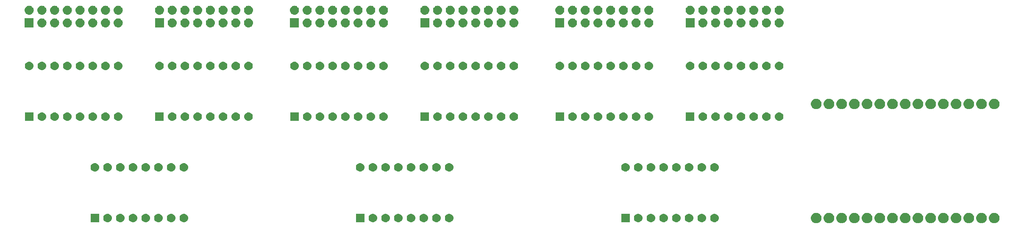
<source format=gbr>
G04 #@! TF.GenerationSoftware,KiCad,Pcbnew,(5.1.4)-1*
G04 #@! TF.CreationDate,2019-10-18T22:44:07-04:00*
G04 #@! TF.ProjectId,NixieClock,4e697869-6543-46c6-9f63-6b2e6b696361,rev?*
G04 #@! TF.SameCoordinates,Original*
G04 #@! TF.FileFunction,Soldermask,Top*
G04 #@! TF.FilePolarity,Negative*
%FSLAX46Y46*%
G04 Gerber Fmt 4.6, Leading zero omitted, Abs format (unit mm)*
G04 Created by KiCad (PCBNEW (5.1.4)-1) date 2019-10-18 22:44:07*
%MOMM*%
%LPD*%
G04 APERTURE LIST*
%ADD10C,0.100000*%
G04 APERTURE END LIST*
D10*
G36*
X272594564Y-124465389D02*
G01*
X272785833Y-124544615D01*
X272785835Y-124544616D01*
X272906138Y-124625000D01*
X272957973Y-124659635D01*
X273104365Y-124806027D01*
X273219385Y-124978167D01*
X273298611Y-125169436D01*
X273339000Y-125372484D01*
X273339000Y-125579516D01*
X273298611Y-125782564D01*
X273228811Y-125951076D01*
X273219384Y-125973835D01*
X273104365Y-126145973D01*
X272957973Y-126292365D01*
X272785835Y-126407384D01*
X272785834Y-126407385D01*
X272785833Y-126407385D01*
X272594564Y-126486611D01*
X272391516Y-126527000D01*
X272184484Y-126527000D01*
X271981436Y-126486611D01*
X271790167Y-126407385D01*
X271790166Y-126407385D01*
X271790165Y-126407384D01*
X271618027Y-126292365D01*
X271471635Y-126145973D01*
X271356616Y-125973835D01*
X271347189Y-125951076D01*
X271277389Y-125782564D01*
X271237000Y-125579516D01*
X271237000Y-125372484D01*
X271277389Y-125169436D01*
X271356615Y-124978167D01*
X271471635Y-124806027D01*
X271618027Y-124659635D01*
X271669862Y-124625000D01*
X271790165Y-124544616D01*
X271790167Y-124544615D01*
X271981436Y-124465389D01*
X272184484Y-124425000D01*
X272391516Y-124425000D01*
X272594564Y-124465389D01*
X272594564Y-124465389D01*
G37*
G36*
X270054564Y-124465389D02*
G01*
X270245833Y-124544615D01*
X270245835Y-124544616D01*
X270366138Y-124625000D01*
X270417973Y-124659635D01*
X270564365Y-124806027D01*
X270679385Y-124978167D01*
X270758611Y-125169436D01*
X270799000Y-125372484D01*
X270799000Y-125579516D01*
X270758611Y-125782564D01*
X270688811Y-125951076D01*
X270679384Y-125973835D01*
X270564365Y-126145973D01*
X270417973Y-126292365D01*
X270245835Y-126407384D01*
X270245834Y-126407385D01*
X270245833Y-126407385D01*
X270054564Y-126486611D01*
X269851516Y-126527000D01*
X269644484Y-126527000D01*
X269441436Y-126486611D01*
X269250167Y-126407385D01*
X269250166Y-126407385D01*
X269250165Y-126407384D01*
X269078027Y-126292365D01*
X268931635Y-126145973D01*
X268816616Y-125973835D01*
X268807189Y-125951076D01*
X268737389Y-125782564D01*
X268697000Y-125579516D01*
X268697000Y-125372484D01*
X268737389Y-125169436D01*
X268816615Y-124978167D01*
X268931635Y-124806027D01*
X269078027Y-124659635D01*
X269129862Y-124625000D01*
X269250165Y-124544616D01*
X269250167Y-124544615D01*
X269441436Y-124465389D01*
X269644484Y-124425000D01*
X269851516Y-124425000D01*
X270054564Y-124465389D01*
X270054564Y-124465389D01*
G37*
G36*
X237034564Y-124465389D02*
G01*
X237225833Y-124544615D01*
X237225835Y-124544616D01*
X237346138Y-124625000D01*
X237397973Y-124659635D01*
X237544365Y-124806027D01*
X237659385Y-124978167D01*
X237738611Y-125169436D01*
X237779000Y-125372484D01*
X237779000Y-125579516D01*
X237738611Y-125782564D01*
X237668811Y-125951076D01*
X237659384Y-125973835D01*
X237544365Y-126145973D01*
X237397973Y-126292365D01*
X237225835Y-126407384D01*
X237225834Y-126407385D01*
X237225833Y-126407385D01*
X237034564Y-126486611D01*
X236831516Y-126527000D01*
X236624484Y-126527000D01*
X236421436Y-126486611D01*
X236230167Y-126407385D01*
X236230166Y-126407385D01*
X236230165Y-126407384D01*
X236058027Y-126292365D01*
X235911635Y-126145973D01*
X235796616Y-125973835D01*
X235787189Y-125951076D01*
X235717389Y-125782564D01*
X235677000Y-125579516D01*
X235677000Y-125372484D01*
X235717389Y-125169436D01*
X235796615Y-124978167D01*
X235911635Y-124806027D01*
X236058027Y-124659635D01*
X236109862Y-124625000D01*
X236230165Y-124544616D01*
X236230167Y-124544615D01*
X236421436Y-124465389D01*
X236624484Y-124425000D01*
X236831516Y-124425000D01*
X237034564Y-124465389D01*
X237034564Y-124465389D01*
G37*
G36*
X239574564Y-124465389D02*
G01*
X239765833Y-124544615D01*
X239765835Y-124544616D01*
X239886138Y-124625000D01*
X239937973Y-124659635D01*
X240084365Y-124806027D01*
X240199385Y-124978167D01*
X240278611Y-125169436D01*
X240319000Y-125372484D01*
X240319000Y-125579516D01*
X240278611Y-125782564D01*
X240208811Y-125951076D01*
X240199384Y-125973835D01*
X240084365Y-126145973D01*
X239937973Y-126292365D01*
X239765835Y-126407384D01*
X239765834Y-126407385D01*
X239765833Y-126407385D01*
X239574564Y-126486611D01*
X239371516Y-126527000D01*
X239164484Y-126527000D01*
X238961436Y-126486611D01*
X238770167Y-126407385D01*
X238770166Y-126407385D01*
X238770165Y-126407384D01*
X238598027Y-126292365D01*
X238451635Y-126145973D01*
X238336616Y-125973835D01*
X238327189Y-125951076D01*
X238257389Y-125782564D01*
X238217000Y-125579516D01*
X238217000Y-125372484D01*
X238257389Y-125169436D01*
X238336615Y-124978167D01*
X238451635Y-124806027D01*
X238598027Y-124659635D01*
X238649862Y-124625000D01*
X238770165Y-124544616D01*
X238770167Y-124544615D01*
X238961436Y-124465389D01*
X239164484Y-124425000D01*
X239371516Y-124425000D01*
X239574564Y-124465389D01*
X239574564Y-124465389D01*
G37*
G36*
X242114564Y-124465389D02*
G01*
X242305833Y-124544615D01*
X242305835Y-124544616D01*
X242426138Y-124625000D01*
X242477973Y-124659635D01*
X242624365Y-124806027D01*
X242739385Y-124978167D01*
X242818611Y-125169436D01*
X242859000Y-125372484D01*
X242859000Y-125579516D01*
X242818611Y-125782564D01*
X242748811Y-125951076D01*
X242739384Y-125973835D01*
X242624365Y-126145973D01*
X242477973Y-126292365D01*
X242305835Y-126407384D01*
X242305834Y-126407385D01*
X242305833Y-126407385D01*
X242114564Y-126486611D01*
X241911516Y-126527000D01*
X241704484Y-126527000D01*
X241501436Y-126486611D01*
X241310167Y-126407385D01*
X241310166Y-126407385D01*
X241310165Y-126407384D01*
X241138027Y-126292365D01*
X240991635Y-126145973D01*
X240876616Y-125973835D01*
X240867189Y-125951076D01*
X240797389Y-125782564D01*
X240757000Y-125579516D01*
X240757000Y-125372484D01*
X240797389Y-125169436D01*
X240876615Y-124978167D01*
X240991635Y-124806027D01*
X241138027Y-124659635D01*
X241189862Y-124625000D01*
X241310165Y-124544616D01*
X241310167Y-124544615D01*
X241501436Y-124465389D01*
X241704484Y-124425000D01*
X241911516Y-124425000D01*
X242114564Y-124465389D01*
X242114564Y-124465389D01*
G37*
G36*
X244654564Y-124465389D02*
G01*
X244845833Y-124544615D01*
X244845835Y-124544616D01*
X244966138Y-124625000D01*
X245017973Y-124659635D01*
X245164365Y-124806027D01*
X245279385Y-124978167D01*
X245358611Y-125169436D01*
X245399000Y-125372484D01*
X245399000Y-125579516D01*
X245358611Y-125782564D01*
X245288811Y-125951076D01*
X245279384Y-125973835D01*
X245164365Y-126145973D01*
X245017973Y-126292365D01*
X244845835Y-126407384D01*
X244845834Y-126407385D01*
X244845833Y-126407385D01*
X244654564Y-126486611D01*
X244451516Y-126527000D01*
X244244484Y-126527000D01*
X244041436Y-126486611D01*
X243850167Y-126407385D01*
X243850166Y-126407385D01*
X243850165Y-126407384D01*
X243678027Y-126292365D01*
X243531635Y-126145973D01*
X243416616Y-125973835D01*
X243407189Y-125951076D01*
X243337389Y-125782564D01*
X243297000Y-125579516D01*
X243297000Y-125372484D01*
X243337389Y-125169436D01*
X243416615Y-124978167D01*
X243531635Y-124806027D01*
X243678027Y-124659635D01*
X243729862Y-124625000D01*
X243850165Y-124544616D01*
X243850167Y-124544615D01*
X244041436Y-124465389D01*
X244244484Y-124425000D01*
X244451516Y-124425000D01*
X244654564Y-124465389D01*
X244654564Y-124465389D01*
G37*
G36*
X247194564Y-124465389D02*
G01*
X247385833Y-124544615D01*
X247385835Y-124544616D01*
X247506138Y-124625000D01*
X247557973Y-124659635D01*
X247704365Y-124806027D01*
X247819385Y-124978167D01*
X247898611Y-125169436D01*
X247939000Y-125372484D01*
X247939000Y-125579516D01*
X247898611Y-125782564D01*
X247828811Y-125951076D01*
X247819384Y-125973835D01*
X247704365Y-126145973D01*
X247557973Y-126292365D01*
X247385835Y-126407384D01*
X247385834Y-126407385D01*
X247385833Y-126407385D01*
X247194564Y-126486611D01*
X246991516Y-126527000D01*
X246784484Y-126527000D01*
X246581436Y-126486611D01*
X246390167Y-126407385D01*
X246390166Y-126407385D01*
X246390165Y-126407384D01*
X246218027Y-126292365D01*
X246071635Y-126145973D01*
X245956616Y-125973835D01*
X245947189Y-125951076D01*
X245877389Y-125782564D01*
X245837000Y-125579516D01*
X245837000Y-125372484D01*
X245877389Y-125169436D01*
X245956615Y-124978167D01*
X246071635Y-124806027D01*
X246218027Y-124659635D01*
X246269862Y-124625000D01*
X246390165Y-124544616D01*
X246390167Y-124544615D01*
X246581436Y-124465389D01*
X246784484Y-124425000D01*
X246991516Y-124425000D01*
X247194564Y-124465389D01*
X247194564Y-124465389D01*
G37*
G36*
X249734564Y-124465389D02*
G01*
X249925833Y-124544615D01*
X249925835Y-124544616D01*
X250046138Y-124625000D01*
X250097973Y-124659635D01*
X250244365Y-124806027D01*
X250359385Y-124978167D01*
X250438611Y-125169436D01*
X250479000Y-125372484D01*
X250479000Y-125579516D01*
X250438611Y-125782564D01*
X250368811Y-125951076D01*
X250359384Y-125973835D01*
X250244365Y-126145973D01*
X250097973Y-126292365D01*
X249925835Y-126407384D01*
X249925834Y-126407385D01*
X249925833Y-126407385D01*
X249734564Y-126486611D01*
X249531516Y-126527000D01*
X249324484Y-126527000D01*
X249121436Y-126486611D01*
X248930167Y-126407385D01*
X248930166Y-126407385D01*
X248930165Y-126407384D01*
X248758027Y-126292365D01*
X248611635Y-126145973D01*
X248496616Y-125973835D01*
X248487189Y-125951076D01*
X248417389Y-125782564D01*
X248377000Y-125579516D01*
X248377000Y-125372484D01*
X248417389Y-125169436D01*
X248496615Y-124978167D01*
X248611635Y-124806027D01*
X248758027Y-124659635D01*
X248809862Y-124625000D01*
X248930165Y-124544616D01*
X248930167Y-124544615D01*
X249121436Y-124465389D01*
X249324484Y-124425000D01*
X249531516Y-124425000D01*
X249734564Y-124465389D01*
X249734564Y-124465389D01*
G37*
G36*
X254814564Y-124465389D02*
G01*
X255005833Y-124544615D01*
X255005835Y-124544616D01*
X255126138Y-124625000D01*
X255177973Y-124659635D01*
X255324365Y-124806027D01*
X255439385Y-124978167D01*
X255518611Y-125169436D01*
X255559000Y-125372484D01*
X255559000Y-125579516D01*
X255518611Y-125782564D01*
X255448811Y-125951076D01*
X255439384Y-125973835D01*
X255324365Y-126145973D01*
X255177973Y-126292365D01*
X255005835Y-126407384D01*
X255005834Y-126407385D01*
X255005833Y-126407385D01*
X254814564Y-126486611D01*
X254611516Y-126527000D01*
X254404484Y-126527000D01*
X254201436Y-126486611D01*
X254010167Y-126407385D01*
X254010166Y-126407385D01*
X254010165Y-126407384D01*
X253838027Y-126292365D01*
X253691635Y-126145973D01*
X253576616Y-125973835D01*
X253567189Y-125951076D01*
X253497389Y-125782564D01*
X253457000Y-125579516D01*
X253457000Y-125372484D01*
X253497389Y-125169436D01*
X253576615Y-124978167D01*
X253691635Y-124806027D01*
X253838027Y-124659635D01*
X253889862Y-124625000D01*
X254010165Y-124544616D01*
X254010167Y-124544615D01*
X254201436Y-124465389D01*
X254404484Y-124425000D01*
X254611516Y-124425000D01*
X254814564Y-124465389D01*
X254814564Y-124465389D01*
G37*
G36*
X257354564Y-124465389D02*
G01*
X257545833Y-124544615D01*
X257545835Y-124544616D01*
X257666138Y-124625000D01*
X257717973Y-124659635D01*
X257864365Y-124806027D01*
X257979385Y-124978167D01*
X258058611Y-125169436D01*
X258099000Y-125372484D01*
X258099000Y-125579516D01*
X258058611Y-125782564D01*
X257988811Y-125951076D01*
X257979384Y-125973835D01*
X257864365Y-126145973D01*
X257717973Y-126292365D01*
X257545835Y-126407384D01*
X257545834Y-126407385D01*
X257545833Y-126407385D01*
X257354564Y-126486611D01*
X257151516Y-126527000D01*
X256944484Y-126527000D01*
X256741436Y-126486611D01*
X256550167Y-126407385D01*
X256550166Y-126407385D01*
X256550165Y-126407384D01*
X256378027Y-126292365D01*
X256231635Y-126145973D01*
X256116616Y-125973835D01*
X256107189Y-125951076D01*
X256037389Y-125782564D01*
X255997000Y-125579516D01*
X255997000Y-125372484D01*
X256037389Y-125169436D01*
X256116615Y-124978167D01*
X256231635Y-124806027D01*
X256378027Y-124659635D01*
X256429862Y-124625000D01*
X256550165Y-124544616D01*
X256550167Y-124544615D01*
X256741436Y-124465389D01*
X256944484Y-124425000D01*
X257151516Y-124425000D01*
X257354564Y-124465389D01*
X257354564Y-124465389D01*
G37*
G36*
X259894564Y-124465389D02*
G01*
X260085833Y-124544615D01*
X260085835Y-124544616D01*
X260206138Y-124625000D01*
X260257973Y-124659635D01*
X260404365Y-124806027D01*
X260519385Y-124978167D01*
X260598611Y-125169436D01*
X260639000Y-125372484D01*
X260639000Y-125579516D01*
X260598611Y-125782564D01*
X260528811Y-125951076D01*
X260519384Y-125973835D01*
X260404365Y-126145973D01*
X260257973Y-126292365D01*
X260085835Y-126407384D01*
X260085834Y-126407385D01*
X260085833Y-126407385D01*
X259894564Y-126486611D01*
X259691516Y-126527000D01*
X259484484Y-126527000D01*
X259281436Y-126486611D01*
X259090167Y-126407385D01*
X259090166Y-126407385D01*
X259090165Y-126407384D01*
X258918027Y-126292365D01*
X258771635Y-126145973D01*
X258656616Y-125973835D01*
X258647189Y-125951076D01*
X258577389Y-125782564D01*
X258537000Y-125579516D01*
X258537000Y-125372484D01*
X258577389Y-125169436D01*
X258656615Y-124978167D01*
X258771635Y-124806027D01*
X258918027Y-124659635D01*
X258969862Y-124625000D01*
X259090165Y-124544616D01*
X259090167Y-124544615D01*
X259281436Y-124465389D01*
X259484484Y-124425000D01*
X259691516Y-124425000D01*
X259894564Y-124465389D01*
X259894564Y-124465389D01*
G37*
G36*
X262434564Y-124465389D02*
G01*
X262625833Y-124544615D01*
X262625835Y-124544616D01*
X262746138Y-124625000D01*
X262797973Y-124659635D01*
X262944365Y-124806027D01*
X263059385Y-124978167D01*
X263138611Y-125169436D01*
X263179000Y-125372484D01*
X263179000Y-125579516D01*
X263138611Y-125782564D01*
X263068811Y-125951076D01*
X263059384Y-125973835D01*
X262944365Y-126145973D01*
X262797973Y-126292365D01*
X262625835Y-126407384D01*
X262625834Y-126407385D01*
X262625833Y-126407385D01*
X262434564Y-126486611D01*
X262231516Y-126527000D01*
X262024484Y-126527000D01*
X261821436Y-126486611D01*
X261630167Y-126407385D01*
X261630166Y-126407385D01*
X261630165Y-126407384D01*
X261458027Y-126292365D01*
X261311635Y-126145973D01*
X261196616Y-125973835D01*
X261187189Y-125951076D01*
X261117389Y-125782564D01*
X261077000Y-125579516D01*
X261077000Y-125372484D01*
X261117389Y-125169436D01*
X261196615Y-124978167D01*
X261311635Y-124806027D01*
X261458027Y-124659635D01*
X261509862Y-124625000D01*
X261630165Y-124544616D01*
X261630167Y-124544615D01*
X261821436Y-124465389D01*
X262024484Y-124425000D01*
X262231516Y-124425000D01*
X262434564Y-124465389D01*
X262434564Y-124465389D01*
G37*
G36*
X264974564Y-124465389D02*
G01*
X265165833Y-124544615D01*
X265165835Y-124544616D01*
X265286138Y-124625000D01*
X265337973Y-124659635D01*
X265484365Y-124806027D01*
X265599385Y-124978167D01*
X265678611Y-125169436D01*
X265719000Y-125372484D01*
X265719000Y-125579516D01*
X265678611Y-125782564D01*
X265608811Y-125951076D01*
X265599384Y-125973835D01*
X265484365Y-126145973D01*
X265337973Y-126292365D01*
X265165835Y-126407384D01*
X265165834Y-126407385D01*
X265165833Y-126407385D01*
X264974564Y-126486611D01*
X264771516Y-126527000D01*
X264564484Y-126527000D01*
X264361436Y-126486611D01*
X264170167Y-126407385D01*
X264170166Y-126407385D01*
X264170165Y-126407384D01*
X263998027Y-126292365D01*
X263851635Y-126145973D01*
X263736616Y-125973835D01*
X263727189Y-125951076D01*
X263657389Y-125782564D01*
X263617000Y-125579516D01*
X263617000Y-125372484D01*
X263657389Y-125169436D01*
X263736615Y-124978167D01*
X263851635Y-124806027D01*
X263998027Y-124659635D01*
X264049862Y-124625000D01*
X264170165Y-124544616D01*
X264170167Y-124544615D01*
X264361436Y-124465389D01*
X264564484Y-124425000D01*
X264771516Y-124425000D01*
X264974564Y-124465389D01*
X264974564Y-124465389D01*
G37*
G36*
X267514564Y-124465389D02*
G01*
X267705833Y-124544615D01*
X267705835Y-124544616D01*
X267826138Y-124625000D01*
X267877973Y-124659635D01*
X268024365Y-124806027D01*
X268139385Y-124978167D01*
X268218611Y-125169436D01*
X268259000Y-125372484D01*
X268259000Y-125579516D01*
X268218611Y-125782564D01*
X268148811Y-125951076D01*
X268139384Y-125973835D01*
X268024365Y-126145973D01*
X267877973Y-126292365D01*
X267705835Y-126407384D01*
X267705834Y-126407385D01*
X267705833Y-126407385D01*
X267514564Y-126486611D01*
X267311516Y-126527000D01*
X267104484Y-126527000D01*
X266901436Y-126486611D01*
X266710167Y-126407385D01*
X266710166Y-126407385D01*
X266710165Y-126407384D01*
X266538027Y-126292365D01*
X266391635Y-126145973D01*
X266276616Y-125973835D01*
X266267189Y-125951076D01*
X266197389Y-125782564D01*
X266157000Y-125579516D01*
X266157000Y-125372484D01*
X266197389Y-125169436D01*
X266276615Y-124978167D01*
X266391635Y-124806027D01*
X266538027Y-124659635D01*
X266589862Y-124625000D01*
X266710165Y-124544616D01*
X266710167Y-124544615D01*
X266901436Y-124465389D01*
X267104484Y-124425000D01*
X267311516Y-124425000D01*
X267514564Y-124465389D01*
X267514564Y-124465389D01*
G37*
G36*
X252274564Y-124465389D02*
G01*
X252465833Y-124544615D01*
X252465835Y-124544616D01*
X252586138Y-124625000D01*
X252637973Y-124659635D01*
X252784365Y-124806027D01*
X252899385Y-124978167D01*
X252978611Y-125169436D01*
X253019000Y-125372484D01*
X253019000Y-125579516D01*
X252978611Y-125782564D01*
X252908811Y-125951076D01*
X252899384Y-125973835D01*
X252784365Y-126145973D01*
X252637973Y-126292365D01*
X252465835Y-126407384D01*
X252465834Y-126407385D01*
X252465833Y-126407385D01*
X252274564Y-126486611D01*
X252071516Y-126527000D01*
X251864484Y-126527000D01*
X251661436Y-126486611D01*
X251470167Y-126407385D01*
X251470166Y-126407385D01*
X251470165Y-126407384D01*
X251298027Y-126292365D01*
X251151635Y-126145973D01*
X251036616Y-125973835D01*
X251027189Y-125951076D01*
X250957389Y-125782564D01*
X250917000Y-125579516D01*
X250917000Y-125372484D01*
X250957389Y-125169436D01*
X251036615Y-124978167D01*
X251151635Y-124806027D01*
X251298027Y-124659635D01*
X251349862Y-124625000D01*
X251470165Y-124544616D01*
X251470167Y-124544615D01*
X251661436Y-124465389D01*
X251864484Y-124425000D01*
X252071516Y-124425000D01*
X252274564Y-124465389D01*
X252274564Y-124465389D01*
G37*
G36*
X155954823Y-124637313D02*
G01*
X156115242Y-124685976D01*
X156247906Y-124756886D01*
X156263078Y-124764996D01*
X156392659Y-124871341D01*
X156499004Y-125000922D01*
X156499005Y-125000924D01*
X156578024Y-125148758D01*
X156626687Y-125309177D01*
X156643117Y-125476000D01*
X156626687Y-125642823D01*
X156578024Y-125803242D01*
X156507114Y-125935906D01*
X156499004Y-125951078D01*
X156392659Y-126080659D01*
X156263078Y-126187004D01*
X156263076Y-126187005D01*
X156115242Y-126266024D01*
X155954823Y-126314687D01*
X155829804Y-126327000D01*
X155746196Y-126327000D01*
X155621177Y-126314687D01*
X155460758Y-126266024D01*
X155312924Y-126187005D01*
X155312922Y-126187004D01*
X155183341Y-126080659D01*
X155076996Y-125951078D01*
X155068886Y-125935906D01*
X154997976Y-125803242D01*
X154949313Y-125642823D01*
X154932883Y-125476000D01*
X154949313Y-125309177D01*
X154997976Y-125148758D01*
X155076995Y-125000924D01*
X155076996Y-125000922D01*
X155183341Y-124871341D01*
X155312922Y-124764996D01*
X155328094Y-124756886D01*
X155460758Y-124685976D01*
X155621177Y-124637313D01*
X155746196Y-124625000D01*
X155829804Y-124625000D01*
X155954823Y-124637313D01*
X155954823Y-124637313D01*
G37*
G36*
X158494823Y-124637313D02*
G01*
X158655242Y-124685976D01*
X158787906Y-124756886D01*
X158803078Y-124764996D01*
X158932659Y-124871341D01*
X159039004Y-125000922D01*
X159039005Y-125000924D01*
X159118024Y-125148758D01*
X159166687Y-125309177D01*
X159183117Y-125476000D01*
X159166687Y-125642823D01*
X159118024Y-125803242D01*
X159047114Y-125935906D01*
X159039004Y-125951078D01*
X158932659Y-126080659D01*
X158803078Y-126187004D01*
X158803076Y-126187005D01*
X158655242Y-126266024D01*
X158494823Y-126314687D01*
X158369804Y-126327000D01*
X158286196Y-126327000D01*
X158161177Y-126314687D01*
X158000758Y-126266024D01*
X157852924Y-126187005D01*
X157852922Y-126187004D01*
X157723341Y-126080659D01*
X157616996Y-125951078D01*
X157608886Y-125935906D01*
X157537976Y-125803242D01*
X157489313Y-125642823D01*
X157472883Y-125476000D01*
X157489313Y-125309177D01*
X157537976Y-125148758D01*
X157616995Y-125000924D01*
X157616996Y-125000922D01*
X157723341Y-124871341D01*
X157852922Y-124764996D01*
X157868094Y-124756886D01*
X158000758Y-124685976D01*
X158161177Y-124637313D01*
X158286196Y-124625000D01*
X158369804Y-124625000D01*
X158494823Y-124637313D01*
X158494823Y-124637313D01*
G37*
G36*
X161034823Y-124637313D02*
G01*
X161195242Y-124685976D01*
X161327906Y-124756886D01*
X161343078Y-124764996D01*
X161472659Y-124871341D01*
X161579004Y-125000922D01*
X161579005Y-125000924D01*
X161658024Y-125148758D01*
X161706687Y-125309177D01*
X161723117Y-125476000D01*
X161706687Y-125642823D01*
X161658024Y-125803242D01*
X161587114Y-125935906D01*
X161579004Y-125951078D01*
X161472659Y-126080659D01*
X161343078Y-126187004D01*
X161343076Y-126187005D01*
X161195242Y-126266024D01*
X161034823Y-126314687D01*
X160909804Y-126327000D01*
X160826196Y-126327000D01*
X160701177Y-126314687D01*
X160540758Y-126266024D01*
X160392924Y-126187005D01*
X160392922Y-126187004D01*
X160263341Y-126080659D01*
X160156996Y-125951078D01*
X160148886Y-125935906D01*
X160077976Y-125803242D01*
X160029313Y-125642823D01*
X160012883Y-125476000D01*
X160029313Y-125309177D01*
X160077976Y-125148758D01*
X160156995Y-125000924D01*
X160156996Y-125000922D01*
X160263341Y-124871341D01*
X160392922Y-124764996D01*
X160408094Y-124756886D01*
X160540758Y-124685976D01*
X160701177Y-124637313D01*
X160826196Y-124625000D01*
X160909804Y-124625000D01*
X161034823Y-124637313D01*
X161034823Y-124637313D01*
G37*
G36*
X163574823Y-124637313D02*
G01*
X163735242Y-124685976D01*
X163867906Y-124756886D01*
X163883078Y-124764996D01*
X164012659Y-124871341D01*
X164119004Y-125000922D01*
X164119005Y-125000924D01*
X164198024Y-125148758D01*
X164246687Y-125309177D01*
X164263117Y-125476000D01*
X164246687Y-125642823D01*
X164198024Y-125803242D01*
X164127114Y-125935906D01*
X164119004Y-125951078D01*
X164012659Y-126080659D01*
X163883078Y-126187004D01*
X163883076Y-126187005D01*
X163735242Y-126266024D01*
X163574823Y-126314687D01*
X163449804Y-126327000D01*
X163366196Y-126327000D01*
X163241177Y-126314687D01*
X163080758Y-126266024D01*
X162932924Y-126187005D01*
X162932922Y-126187004D01*
X162803341Y-126080659D01*
X162696996Y-125951078D01*
X162688886Y-125935906D01*
X162617976Y-125803242D01*
X162569313Y-125642823D01*
X162552883Y-125476000D01*
X162569313Y-125309177D01*
X162617976Y-125148758D01*
X162696995Y-125000924D01*
X162696996Y-125000922D01*
X162803341Y-124871341D01*
X162932922Y-124764996D01*
X162948094Y-124756886D01*
X163080758Y-124685976D01*
X163241177Y-124637313D01*
X163366196Y-124625000D01*
X163449804Y-124625000D01*
X163574823Y-124637313D01*
X163574823Y-124637313D01*
G37*
G36*
X199479000Y-126327000D02*
G01*
X197777000Y-126327000D01*
X197777000Y-124625000D01*
X199479000Y-124625000D01*
X199479000Y-126327000D01*
X199479000Y-126327000D01*
G37*
G36*
X216574823Y-124637313D02*
G01*
X216735242Y-124685976D01*
X216867906Y-124756886D01*
X216883078Y-124764996D01*
X217012659Y-124871341D01*
X217119004Y-125000922D01*
X217119005Y-125000924D01*
X217198024Y-125148758D01*
X217246687Y-125309177D01*
X217263117Y-125476000D01*
X217246687Y-125642823D01*
X217198024Y-125803242D01*
X217127114Y-125935906D01*
X217119004Y-125951078D01*
X217012659Y-126080659D01*
X216883078Y-126187004D01*
X216883076Y-126187005D01*
X216735242Y-126266024D01*
X216574823Y-126314687D01*
X216449804Y-126327000D01*
X216366196Y-126327000D01*
X216241177Y-126314687D01*
X216080758Y-126266024D01*
X215932924Y-126187005D01*
X215932922Y-126187004D01*
X215803341Y-126080659D01*
X215696996Y-125951078D01*
X215688886Y-125935906D01*
X215617976Y-125803242D01*
X215569313Y-125642823D01*
X215552883Y-125476000D01*
X215569313Y-125309177D01*
X215617976Y-125148758D01*
X215696995Y-125000924D01*
X215696996Y-125000922D01*
X215803341Y-124871341D01*
X215932922Y-124764996D01*
X215948094Y-124756886D01*
X216080758Y-124685976D01*
X216241177Y-124637313D01*
X216366196Y-124625000D01*
X216449804Y-124625000D01*
X216574823Y-124637313D01*
X216574823Y-124637313D01*
G37*
G36*
X214034823Y-124637313D02*
G01*
X214195242Y-124685976D01*
X214327906Y-124756886D01*
X214343078Y-124764996D01*
X214472659Y-124871341D01*
X214579004Y-125000922D01*
X214579005Y-125000924D01*
X214658024Y-125148758D01*
X214706687Y-125309177D01*
X214723117Y-125476000D01*
X214706687Y-125642823D01*
X214658024Y-125803242D01*
X214587114Y-125935906D01*
X214579004Y-125951078D01*
X214472659Y-126080659D01*
X214343078Y-126187004D01*
X214343076Y-126187005D01*
X214195242Y-126266024D01*
X214034823Y-126314687D01*
X213909804Y-126327000D01*
X213826196Y-126327000D01*
X213701177Y-126314687D01*
X213540758Y-126266024D01*
X213392924Y-126187005D01*
X213392922Y-126187004D01*
X213263341Y-126080659D01*
X213156996Y-125951078D01*
X213148886Y-125935906D01*
X213077976Y-125803242D01*
X213029313Y-125642823D01*
X213012883Y-125476000D01*
X213029313Y-125309177D01*
X213077976Y-125148758D01*
X213156995Y-125000924D01*
X213156996Y-125000922D01*
X213263341Y-124871341D01*
X213392922Y-124764996D01*
X213408094Y-124756886D01*
X213540758Y-124685976D01*
X213701177Y-124637313D01*
X213826196Y-124625000D01*
X213909804Y-124625000D01*
X214034823Y-124637313D01*
X214034823Y-124637313D01*
G37*
G36*
X211494823Y-124637313D02*
G01*
X211655242Y-124685976D01*
X211787906Y-124756886D01*
X211803078Y-124764996D01*
X211932659Y-124871341D01*
X212039004Y-125000922D01*
X212039005Y-125000924D01*
X212118024Y-125148758D01*
X212166687Y-125309177D01*
X212183117Y-125476000D01*
X212166687Y-125642823D01*
X212118024Y-125803242D01*
X212047114Y-125935906D01*
X212039004Y-125951078D01*
X211932659Y-126080659D01*
X211803078Y-126187004D01*
X211803076Y-126187005D01*
X211655242Y-126266024D01*
X211494823Y-126314687D01*
X211369804Y-126327000D01*
X211286196Y-126327000D01*
X211161177Y-126314687D01*
X211000758Y-126266024D01*
X210852924Y-126187005D01*
X210852922Y-126187004D01*
X210723341Y-126080659D01*
X210616996Y-125951078D01*
X210608886Y-125935906D01*
X210537976Y-125803242D01*
X210489313Y-125642823D01*
X210472883Y-125476000D01*
X210489313Y-125309177D01*
X210537976Y-125148758D01*
X210616995Y-125000924D01*
X210616996Y-125000922D01*
X210723341Y-124871341D01*
X210852922Y-124764996D01*
X210868094Y-124756886D01*
X211000758Y-124685976D01*
X211161177Y-124637313D01*
X211286196Y-124625000D01*
X211369804Y-124625000D01*
X211494823Y-124637313D01*
X211494823Y-124637313D01*
G37*
G36*
X208954823Y-124637313D02*
G01*
X209115242Y-124685976D01*
X209247906Y-124756886D01*
X209263078Y-124764996D01*
X209392659Y-124871341D01*
X209499004Y-125000922D01*
X209499005Y-125000924D01*
X209578024Y-125148758D01*
X209626687Y-125309177D01*
X209643117Y-125476000D01*
X209626687Y-125642823D01*
X209578024Y-125803242D01*
X209507114Y-125935906D01*
X209499004Y-125951078D01*
X209392659Y-126080659D01*
X209263078Y-126187004D01*
X209263076Y-126187005D01*
X209115242Y-126266024D01*
X208954823Y-126314687D01*
X208829804Y-126327000D01*
X208746196Y-126327000D01*
X208621177Y-126314687D01*
X208460758Y-126266024D01*
X208312924Y-126187005D01*
X208312922Y-126187004D01*
X208183341Y-126080659D01*
X208076996Y-125951078D01*
X208068886Y-125935906D01*
X207997976Y-125803242D01*
X207949313Y-125642823D01*
X207932883Y-125476000D01*
X207949313Y-125309177D01*
X207997976Y-125148758D01*
X208076995Y-125000924D01*
X208076996Y-125000922D01*
X208183341Y-124871341D01*
X208312922Y-124764996D01*
X208328094Y-124756886D01*
X208460758Y-124685976D01*
X208621177Y-124637313D01*
X208746196Y-124625000D01*
X208829804Y-124625000D01*
X208954823Y-124637313D01*
X208954823Y-124637313D01*
G37*
G36*
X206414823Y-124637313D02*
G01*
X206575242Y-124685976D01*
X206707906Y-124756886D01*
X206723078Y-124764996D01*
X206852659Y-124871341D01*
X206959004Y-125000922D01*
X206959005Y-125000924D01*
X207038024Y-125148758D01*
X207086687Y-125309177D01*
X207103117Y-125476000D01*
X207086687Y-125642823D01*
X207038024Y-125803242D01*
X206967114Y-125935906D01*
X206959004Y-125951078D01*
X206852659Y-126080659D01*
X206723078Y-126187004D01*
X206723076Y-126187005D01*
X206575242Y-126266024D01*
X206414823Y-126314687D01*
X206289804Y-126327000D01*
X206206196Y-126327000D01*
X206081177Y-126314687D01*
X205920758Y-126266024D01*
X205772924Y-126187005D01*
X205772922Y-126187004D01*
X205643341Y-126080659D01*
X205536996Y-125951078D01*
X205528886Y-125935906D01*
X205457976Y-125803242D01*
X205409313Y-125642823D01*
X205392883Y-125476000D01*
X205409313Y-125309177D01*
X205457976Y-125148758D01*
X205536995Y-125000924D01*
X205536996Y-125000922D01*
X205643341Y-124871341D01*
X205772922Y-124764996D01*
X205788094Y-124756886D01*
X205920758Y-124685976D01*
X206081177Y-124637313D01*
X206206196Y-124625000D01*
X206289804Y-124625000D01*
X206414823Y-124637313D01*
X206414823Y-124637313D01*
G37*
G36*
X203874823Y-124637313D02*
G01*
X204035242Y-124685976D01*
X204167906Y-124756886D01*
X204183078Y-124764996D01*
X204312659Y-124871341D01*
X204419004Y-125000922D01*
X204419005Y-125000924D01*
X204498024Y-125148758D01*
X204546687Y-125309177D01*
X204563117Y-125476000D01*
X204546687Y-125642823D01*
X204498024Y-125803242D01*
X204427114Y-125935906D01*
X204419004Y-125951078D01*
X204312659Y-126080659D01*
X204183078Y-126187004D01*
X204183076Y-126187005D01*
X204035242Y-126266024D01*
X203874823Y-126314687D01*
X203749804Y-126327000D01*
X203666196Y-126327000D01*
X203541177Y-126314687D01*
X203380758Y-126266024D01*
X203232924Y-126187005D01*
X203232922Y-126187004D01*
X203103341Y-126080659D01*
X202996996Y-125951078D01*
X202988886Y-125935906D01*
X202917976Y-125803242D01*
X202869313Y-125642823D01*
X202852883Y-125476000D01*
X202869313Y-125309177D01*
X202917976Y-125148758D01*
X202996995Y-125000924D01*
X202996996Y-125000922D01*
X203103341Y-124871341D01*
X203232922Y-124764996D01*
X203248094Y-124756886D01*
X203380758Y-124685976D01*
X203541177Y-124637313D01*
X203666196Y-124625000D01*
X203749804Y-124625000D01*
X203874823Y-124637313D01*
X203874823Y-124637313D01*
G37*
G36*
X95334823Y-124637313D02*
G01*
X95495242Y-124685976D01*
X95627906Y-124756886D01*
X95643078Y-124764996D01*
X95772659Y-124871341D01*
X95879004Y-125000922D01*
X95879005Y-125000924D01*
X95958024Y-125148758D01*
X96006687Y-125309177D01*
X96023117Y-125476000D01*
X96006687Y-125642823D01*
X95958024Y-125803242D01*
X95887114Y-125935906D01*
X95879004Y-125951078D01*
X95772659Y-126080659D01*
X95643078Y-126187004D01*
X95643076Y-126187005D01*
X95495242Y-126266024D01*
X95334823Y-126314687D01*
X95209804Y-126327000D01*
X95126196Y-126327000D01*
X95001177Y-126314687D01*
X94840758Y-126266024D01*
X94692924Y-126187005D01*
X94692922Y-126187004D01*
X94563341Y-126080659D01*
X94456996Y-125951078D01*
X94448886Y-125935906D01*
X94377976Y-125803242D01*
X94329313Y-125642823D01*
X94312883Y-125476000D01*
X94329313Y-125309177D01*
X94377976Y-125148758D01*
X94456995Y-125000924D01*
X94456996Y-125000922D01*
X94563341Y-124871341D01*
X94692922Y-124764996D01*
X94708094Y-124756886D01*
X94840758Y-124685976D01*
X95001177Y-124637313D01*
X95126196Y-124625000D01*
X95209804Y-124625000D01*
X95334823Y-124637313D01*
X95334823Y-124637313D01*
G37*
G36*
X201334823Y-124637313D02*
G01*
X201495242Y-124685976D01*
X201627906Y-124756886D01*
X201643078Y-124764996D01*
X201772659Y-124871341D01*
X201879004Y-125000922D01*
X201879005Y-125000924D01*
X201958024Y-125148758D01*
X202006687Y-125309177D01*
X202023117Y-125476000D01*
X202006687Y-125642823D01*
X201958024Y-125803242D01*
X201887114Y-125935906D01*
X201879004Y-125951078D01*
X201772659Y-126080659D01*
X201643078Y-126187004D01*
X201643076Y-126187005D01*
X201495242Y-126266024D01*
X201334823Y-126314687D01*
X201209804Y-126327000D01*
X201126196Y-126327000D01*
X201001177Y-126314687D01*
X200840758Y-126266024D01*
X200692924Y-126187005D01*
X200692922Y-126187004D01*
X200563341Y-126080659D01*
X200456996Y-125951078D01*
X200448886Y-125935906D01*
X200377976Y-125803242D01*
X200329313Y-125642823D01*
X200312883Y-125476000D01*
X200329313Y-125309177D01*
X200377976Y-125148758D01*
X200456995Y-125000924D01*
X200456996Y-125000922D01*
X200563341Y-124871341D01*
X200692922Y-124764996D01*
X200708094Y-124756886D01*
X200840758Y-124685976D01*
X201001177Y-124637313D01*
X201126196Y-124625000D01*
X201209804Y-124625000D01*
X201334823Y-124637313D01*
X201334823Y-124637313D01*
G37*
G36*
X150874823Y-124637313D02*
G01*
X151035242Y-124685976D01*
X151167906Y-124756886D01*
X151183078Y-124764996D01*
X151312659Y-124871341D01*
X151419004Y-125000922D01*
X151419005Y-125000924D01*
X151498024Y-125148758D01*
X151546687Y-125309177D01*
X151563117Y-125476000D01*
X151546687Y-125642823D01*
X151498024Y-125803242D01*
X151427114Y-125935906D01*
X151419004Y-125951078D01*
X151312659Y-126080659D01*
X151183078Y-126187004D01*
X151183076Y-126187005D01*
X151035242Y-126266024D01*
X150874823Y-126314687D01*
X150749804Y-126327000D01*
X150666196Y-126327000D01*
X150541177Y-126314687D01*
X150380758Y-126266024D01*
X150232924Y-126187005D01*
X150232922Y-126187004D01*
X150103341Y-126080659D01*
X149996996Y-125951078D01*
X149988886Y-125935906D01*
X149917976Y-125803242D01*
X149869313Y-125642823D01*
X149852883Y-125476000D01*
X149869313Y-125309177D01*
X149917976Y-125148758D01*
X149996995Y-125000924D01*
X149996996Y-125000922D01*
X150103341Y-124871341D01*
X150232922Y-124764996D01*
X150248094Y-124756886D01*
X150380758Y-124685976D01*
X150541177Y-124637313D01*
X150666196Y-124625000D01*
X150749804Y-124625000D01*
X150874823Y-124637313D01*
X150874823Y-124637313D01*
G37*
G36*
X108034823Y-124637313D02*
G01*
X108195242Y-124685976D01*
X108327906Y-124756886D01*
X108343078Y-124764996D01*
X108472659Y-124871341D01*
X108579004Y-125000922D01*
X108579005Y-125000924D01*
X108658024Y-125148758D01*
X108706687Y-125309177D01*
X108723117Y-125476000D01*
X108706687Y-125642823D01*
X108658024Y-125803242D01*
X108587114Y-125935906D01*
X108579004Y-125951078D01*
X108472659Y-126080659D01*
X108343078Y-126187004D01*
X108343076Y-126187005D01*
X108195242Y-126266024D01*
X108034823Y-126314687D01*
X107909804Y-126327000D01*
X107826196Y-126327000D01*
X107701177Y-126314687D01*
X107540758Y-126266024D01*
X107392924Y-126187005D01*
X107392922Y-126187004D01*
X107263341Y-126080659D01*
X107156996Y-125951078D01*
X107148886Y-125935906D01*
X107077976Y-125803242D01*
X107029313Y-125642823D01*
X107012883Y-125476000D01*
X107029313Y-125309177D01*
X107077976Y-125148758D01*
X107156995Y-125000924D01*
X107156996Y-125000922D01*
X107263341Y-124871341D01*
X107392922Y-124764996D01*
X107408094Y-124756886D01*
X107540758Y-124685976D01*
X107701177Y-124637313D01*
X107826196Y-124625000D01*
X107909804Y-124625000D01*
X108034823Y-124637313D01*
X108034823Y-124637313D01*
G37*
G36*
X110574823Y-124637313D02*
G01*
X110735242Y-124685976D01*
X110867906Y-124756886D01*
X110883078Y-124764996D01*
X111012659Y-124871341D01*
X111119004Y-125000922D01*
X111119005Y-125000924D01*
X111198024Y-125148758D01*
X111246687Y-125309177D01*
X111263117Y-125476000D01*
X111246687Y-125642823D01*
X111198024Y-125803242D01*
X111127114Y-125935906D01*
X111119004Y-125951078D01*
X111012659Y-126080659D01*
X110883078Y-126187004D01*
X110883076Y-126187005D01*
X110735242Y-126266024D01*
X110574823Y-126314687D01*
X110449804Y-126327000D01*
X110366196Y-126327000D01*
X110241177Y-126314687D01*
X110080758Y-126266024D01*
X109932924Y-126187005D01*
X109932922Y-126187004D01*
X109803341Y-126080659D01*
X109696996Y-125951078D01*
X109688886Y-125935906D01*
X109617976Y-125803242D01*
X109569313Y-125642823D01*
X109552883Y-125476000D01*
X109569313Y-125309177D01*
X109617976Y-125148758D01*
X109696995Y-125000924D01*
X109696996Y-125000922D01*
X109803341Y-124871341D01*
X109932922Y-124764996D01*
X109948094Y-124756886D01*
X110080758Y-124685976D01*
X110241177Y-124637313D01*
X110366196Y-124625000D01*
X110449804Y-124625000D01*
X110574823Y-124637313D01*
X110574823Y-124637313D01*
G37*
G36*
X146479000Y-126327000D02*
G01*
X144777000Y-126327000D01*
X144777000Y-124625000D01*
X146479000Y-124625000D01*
X146479000Y-126327000D01*
X146479000Y-126327000D01*
G37*
G36*
X148334823Y-124637313D02*
G01*
X148495242Y-124685976D01*
X148627906Y-124756886D01*
X148643078Y-124764996D01*
X148772659Y-124871341D01*
X148879004Y-125000922D01*
X148879005Y-125000924D01*
X148958024Y-125148758D01*
X149006687Y-125309177D01*
X149023117Y-125476000D01*
X149006687Y-125642823D01*
X148958024Y-125803242D01*
X148887114Y-125935906D01*
X148879004Y-125951078D01*
X148772659Y-126080659D01*
X148643078Y-126187004D01*
X148643076Y-126187005D01*
X148495242Y-126266024D01*
X148334823Y-126314687D01*
X148209804Y-126327000D01*
X148126196Y-126327000D01*
X148001177Y-126314687D01*
X147840758Y-126266024D01*
X147692924Y-126187005D01*
X147692922Y-126187004D01*
X147563341Y-126080659D01*
X147456996Y-125951078D01*
X147448886Y-125935906D01*
X147377976Y-125803242D01*
X147329313Y-125642823D01*
X147312883Y-125476000D01*
X147329313Y-125309177D01*
X147377976Y-125148758D01*
X147456995Y-125000924D01*
X147456996Y-125000922D01*
X147563341Y-124871341D01*
X147692922Y-124764996D01*
X147708094Y-124756886D01*
X147840758Y-124685976D01*
X148001177Y-124637313D01*
X148126196Y-124625000D01*
X148209804Y-124625000D01*
X148334823Y-124637313D01*
X148334823Y-124637313D01*
G37*
G36*
X93479000Y-126327000D02*
G01*
X91777000Y-126327000D01*
X91777000Y-124625000D01*
X93479000Y-124625000D01*
X93479000Y-126327000D01*
X93479000Y-126327000D01*
G37*
G36*
X102954823Y-124637313D02*
G01*
X103115242Y-124685976D01*
X103247906Y-124756886D01*
X103263078Y-124764996D01*
X103392659Y-124871341D01*
X103499004Y-125000922D01*
X103499005Y-125000924D01*
X103578024Y-125148758D01*
X103626687Y-125309177D01*
X103643117Y-125476000D01*
X103626687Y-125642823D01*
X103578024Y-125803242D01*
X103507114Y-125935906D01*
X103499004Y-125951078D01*
X103392659Y-126080659D01*
X103263078Y-126187004D01*
X103263076Y-126187005D01*
X103115242Y-126266024D01*
X102954823Y-126314687D01*
X102829804Y-126327000D01*
X102746196Y-126327000D01*
X102621177Y-126314687D01*
X102460758Y-126266024D01*
X102312924Y-126187005D01*
X102312922Y-126187004D01*
X102183341Y-126080659D01*
X102076996Y-125951078D01*
X102068886Y-125935906D01*
X101997976Y-125803242D01*
X101949313Y-125642823D01*
X101932883Y-125476000D01*
X101949313Y-125309177D01*
X101997976Y-125148758D01*
X102076995Y-125000924D01*
X102076996Y-125000922D01*
X102183341Y-124871341D01*
X102312922Y-124764996D01*
X102328094Y-124756886D01*
X102460758Y-124685976D01*
X102621177Y-124637313D01*
X102746196Y-124625000D01*
X102829804Y-124625000D01*
X102954823Y-124637313D01*
X102954823Y-124637313D01*
G37*
G36*
X100414823Y-124637313D02*
G01*
X100575242Y-124685976D01*
X100707906Y-124756886D01*
X100723078Y-124764996D01*
X100852659Y-124871341D01*
X100959004Y-125000922D01*
X100959005Y-125000924D01*
X101038024Y-125148758D01*
X101086687Y-125309177D01*
X101103117Y-125476000D01*
X101086687Y-125642823D01*
X101038024Y-125803242D01*
X100967114Y-125935906D01*
X100959004Y-125951078D01*
X100852659Y-126080659D01*
X100723078Y-126187004D01*
X100723076Y-126187005D01*
X100575242Y-126266024D01*
X100414823Y-126314687D01*
X100289804Y-126327000D01*
X100206196Y-126327000D01*
X100081177Y-126314687D01*
X99920758Y-126266024D01*
X99772924Y-126187005D01*
X99772922Y-126187004D01*
X99643341Y-126080659D01*
X99536996Y-125951078D01*
X99528886Y-125935906D01*
X99457976Y-125803242D01*
X99409313Y-125642823D01*
X99392883Y-125476000D01*
X99409313Y-125309177D01*
X99457976Y-125148758D01*
X99536995Y-125000924D01*
X99536996Y-125000922D01*
X99643341Y-124871341D01*
X99772922Y-124764996D01*
X99788094Y-124756886D01*
X99920758Y-124685976D01*
X100081177Y-124637313D01*
X100206196Y-124625000D01*
X100289804Y-124625000D01*
X100414823Y-124637313D01*
X100414823Y-124637313D01*
G37*
G36*
X97874823Y-124637313D02*
G01*
X98035242Y-124685976D01*
X98167906Y-124756886D01*
X98183078Y-124764996D01*
X98312659Y-124871341D01*
X98419004Y-125000922D01*
X98419005Y-125000924D01*
X98498024Y-125148758D01*
X98546687Y-125309177D01*
X98563117Y-125476000D01*
X98546687Y-125642823D01*
X98498024Y-125803242D01*
X98427114Y-125935906D01*
X98419004Y-125951078D01*
X98312659Y-126080659D01*
X98183078Y-126187004D01*
X98183076Y-126187005D01*
X98035242Y-126266024D01*
X97874823Y-126314687D01*
X97749804Y-126327000D01*
X97666196Y-126327000D01*
X97541177Y-126314687D01*
X97380758Y-126266024D01*
X97232924Y-126187005D01*
X97232922Y-126187004D01*
X97103341Y-126080659D01*
X96996996Y-125951078D01*
X96988886Y-125935906D01*
X96917976Y-125803242D01*
X96869313Y-125642823D01*
X96852883Y-125476000D01*
X96869313Y-125309177D01*
X96917976Y-125148758D01*
X96996995Y-125000924D01*
X96996996Y-125000922D01*
X97103341Y-124871341D01*
X97232922Y-124764996D01*
X97248094Y-124756886D01*
X97380758Y-124685976D01*
X97541177Y-124637313D01*
X97666196Y-124625000D01*
X97749804Y-124625000D01*
X97874823Y-124637313D01*
X97874823Y-124637313D01*
G37*
G36*
X105494823Y-124637313D02*
G01*
X105655242Y-124685976D01*
X105787906Y-124756886D01*
X105803078Y-124764996D01*
X105932659Y-124871341D01*
X106039004Y-125000922D01*
X106039005Y-125000924D01*
X106118024Y-125148758D01*
X106166687Y-125309177D01*
X106183117Y-125476000D01*
X106166687Y-125642823D01*
X106118024Y-125803242D01*
X106047114Y-125935906D01*
X106039004Y-125951078D01*
X105932659Y-126080659D01*
X105803078Y-126187004D01*
X105803076Y-126187005D01*
X105655242Y-126266024D01*
X105494823Y-126314687D01*
X105369804Y-126327000D01*
X105286196Y-126327000D01*
X105161177Y-126314687D01*
X105000758Y-126266024D01*
X104852924Y-126187005D01*
X104852922Y-126187004D01*
X104723341Y-126080659D01*
X104616996Y-125951078D01*
X104608886Y-125935906D01*
X104537976Y-125803242D01*
X104489313Y-125642823D01*
X104472883Y-125476000D01*
X104489313Y-125309177D01*
X104537976Y-125148758D01*
X104616995Y-125000924D01*
X104616996Y-125000922D01*
X104723341Y-124871341D01*
X104852922Y-124764996D01*
X104868094Y-124756886D01*
X105000758Y-124685976D01*
X105161177Y-124637313D01*
X105286196Y-124625000D01*
X105369804Y-124625000D01*
X105494823Y-124637313D01*
X105494823Y-124637313D01*
G37*
G36*
X153414823Y-124637313D02*
G01*
X153575242Y-124685976D01*
X153707906Y-124756886D01*
X153723078Y-124764996D01*
X153852659Y-124871341D01*
X153959004Y-125000922D01*
X153959005Y-125000924D01*
X154038024Y-125148758D01*
X154086687Y-125309177D01*
X154103117Y-125476000D01*
X154086687Y-125642823D01*
X154038024Y-125803242D01*
X153967114Y-125935906D01*
X153959004Y-125951078D01*
X153852659Y-126080659D01*
X153723078Y-126187004D01*
X153723076Y-126187005D01*
X153575242Y-126266024D01*
X153414823Y-126314687D01*
X153289804Y-126327000D01*
X153206196Y-126327000D01*
X153081177Y-126314687D01*
X152920758Y-126266024D01*
X152772924Y-126187005D01*
X152772922Y-126187004D01*
X152643341Y-126080659D01*
X152536996Y-125951078D01*
X152528886Y-125935906D01*
X152457976Y-125803242D01*
X152409313Y-125642823D01*
X152392883Y-125476000D01*
X152409313Y-125309177D01*
X152457976Y-125148758D01*
X152536995Y-125000924D01*
X152536996Y-125000922D01*
X152643341Y-124871341D01*
X152772922Y-124764996D01*
X152788094Y-124756886D01*
X152920758Y-124685976D01*
X153081177Y-124637313D01*
X153206196Y-124625000D01*
X153289804Y-124625000D01*
X153414823Y-124637313D01*
X153414823Y-124637313D01*
G37*
G36*
X110574823Y-114477313D02*
G01*
X110735242Y-114525976D01*
X110867906Y-114596886D01*
X110883078Y-114604996D01*
X111012659Y-114711341D01*
X111119004Y-114840922D01*
X111119005Y-114840924D01*
X111198024Y-114988758D01*
X111246687Y-115149177D01*
X111263117Y-115316000D01*
X111246687Y-115482823D01*
X111198024Y-115643242D01*
X111127114Y-115775906D01*
X111119004Y-115791078D01*
X111012659Y-115920659D01*
X110883078Y-116027004D01*
X110883076Y-116027005D01*
X110735242Y-116106024D01*
X110574823Y-116154687D01*
X110449804Y-116167000D01*
X110366196Y-116167000D01*
X110241177Y-116154687D01*
X110080758Y-116106024D01*
X109932924Y-116027005D01*
X109932922Y-116027004D01*
X109803341Y-115920659D01*
X109696996Y-115791078D01*
X109688886Y-115775906D01*
X109617976Y-115643242D01*
X109569313Y-115482823D01*
X109552883Y-115316000D01*
X109569313Y-115149177D01*
X109617976Y-114988758D01*
X109696995Y-114840924D01*
X109696996Y-114840922D01*
X109803341Y-114711341D01*
X109932922Y-114604996D01*
X109948094Y-114596886D01*
X110080758Y-114525976D01*
X110241177Y-114477313D01*
X110366196Y-114465000D01*
X110449804Y-114465000D01*
X110574823Y-114477313D01*
X110574823Y-114477313D01*
G37*
G36*
X155954823Y-114477313D02*
G01*
X156115242Y-114525976D01*
X156247906Y-114596886D01*
X156263078Y-114604996D01*
X156392659Y-114711341D01*
X156499004Y-114840922D01*
X156499005Y-114840924D01*
X156578024Y-114988758D01*
X156626687Y-115149177D01*
X156643117Y-115316000D01*
X156626687Y-115482823D01*
X156578024Y-115643242D01*
X156507114Y-115775906D01*
X156499004Y-115791078D01*
X156392659Y-115920659D01*
X156263078Y-116027004D01*
X156263076Y-116027005D01*
X156115242Y-116106024D01*
X155954823Y-116154687D01*
X155829804Y-116167000D01*
X155746196Y-116167000D01*
X155621177Y-116154687D01*
X155460758Y-116106024D01*
X155312924Y-116027005D01*
X155312922Y-116027004D01*
X155183341Y-115920659D01*
X155076996Y-115791078D01*
X155068886Y-115775906D01*
X154997976Y-115643242D01*
X154949313Y-115482823D01*
X154932883Y-115316000D01*
X154949313Y-115149177D01*
X154997976Y-114988758D01*
X155076995Y-114840924D01*
X155076996Y-114840922D01*
X155183341Y-114711341D01*
X155312922Y-114604996D01*
X155328094Y-114596886D01*
X155460758Y-114525976D01*
X155621177Y-114477313D01*
X155746196Y-114465000D01*
X155829804Y-114465000D01*
X155954823Y-114477313D01*
X155954823Y-114477313D01*
G37*
G36*
X108034823Y-114477313D02*
G01*
X108195242Y-114525976D01*
X108327906Y-114596886D01*
X108343078Y-114604996D01*
X108472659Y-114711341D01*
X108579004Y-114840922D01*
X108579005Y-114840924D01*
X108658024Y-114988758D01*
X108706687Y-115149177D01*
X108723117Y-115316000D01*
X108706687Y-115482823D01*
X108658024Y-115643242D01*
X108587114Y-115775906D01*
X108579004Y-115791078D01*
X108472659Y-115920659D01*
X108343078Y-116027004D01*
X108343076Y-116027005D01*
X108195242Y-116106024D01*
X108034823Y-116154687D01*
X107909804Y-116167000D01*
X107826196Y-116167000D01*
X107701177Y-116154687D01*
X107540758Y-116106024D01*
X107392924Y-116027005D01*
X107392922Y-116027004D01*
X107263341Y-115920659D01*
X107156996Y-115791078D01*
X107148886Y-115775906D01*
X107077976Y-115643242D01*
X107029313Y-115482823D01*
X107012883Y-115316000D01*
X107029313Y-115149177D01*
X107077976Y-114988758D01*
X107156995Y-114840924D01*
X107156996Y-114840922D01*
X107263341Y-114711341D01*
X107392922Y-114604996D01*
X107408094Y-114596886D01*
X107540758Y-114525976D01*
X107701177Y-114477313D01*
X107826196Y-114465000D01*
X107909804Y-114465000D01*
X108034823Y-114477313D01*
X108034823Y-114477313D01*
G37*
G36*
X105494823Y-114477313D02*
G01*
X105655242Y-114525976D01*
X105787906Y-114596886D01*
X105803078Y-114604996D01*
X105932659Y-114711341D01*
X106039004Y-114840922D01*
X106039005Y-114840924D01*
X106118024Y-114988758D01*
X106166687Y-115149177D01*
X106183117Y-115316000D01*
X106166687Y-115482823D01*
X106118024Y-115643242D01*
X106047114Y-115775906D01*
X106039004Y-115791078D01*
X105932659Y-115920659D01*
X105803078Y-116027004D01*
X105803076Y-116027005D01*
X105655242Y-116106024D01*
X105494823Y-116154687D01*
X105369804Y-116167000D01*
X105286196Y-116167000D01*
X105161177Y-116154687D01*
X105000758Y-116106024D01*
X104852924Y-116027005D01*
X104852922Y-116027004D01*
X104723341Y-115920659D01*
X104616996Y-115791078D01*
X104608886Y-115775906D01*
X104537976Y-115643242D01*
X104489313Y-115482823D01*
X104472883Y-115316000D01*
X104489313Y-115149177D01*
X104537976Y-114988758D01*
X104616995Y-114840924D01*
X104616996Y-114840922D01*
X104723341Y-114711341D01*
X104852922Y-114604996D01*
X104868094Y-114596886D01*
X105000758Y-114525976D01*
X105161177Y-114477313D01*
X105286196Y-114465000D01*
X105369804Y-114465000D01*
X105494823Y-114477313D01*
X105494823Y-114477313D01*
G37*
G36*
X153414823Y-114477313D02*
G01*
X153575242Y-114525976D01*
X153707906Y-114596886D01*
X153723078Y-114604996D01*
X153852659Y-114711341D01*
X153959004Y-114840922D01*
X153959005Y-114840924D01*
X154038024Y-114988758D01*
X154086687Y-115149177D01*
X154103117Y-115316000D01*
X154086687Y-115482823D01*
X154038024Y-115643242D01*
X153967114Y-115775906D01*
X153959004Y-115791078D01*
X153852659Y-115920659D01*
X153723078Y-116027004D01*
X153723076Y-116027005D01*
X153575242Y-116106024D01*
X153414823Y-116154687D01*
X153289804Y-116167000D01*
X153206196Y-116167000D01*
X153081177Y-116154687D01*
X152920758Y-116106024D01*
X152772924Y-116027005D01*
X152772922Y-116027004D01*
X152643341Y-115920659D01*
X152536996Y-115791078D01*
X152528886Y-115775906D01*
X152457976Y-115643242D01*
X152409313Y-115482823D01*
X152392883Y-115316000D01*
X152409313Y-115149177D01*
X152457976Y-114988758D01*
X152536995Y-114840924D01*
X152536996Y-114840922D01*
X152643341Y-114711341D01*
X152772922Y-114604996D01*
X152788094Y-114596886D01*
X152920758Y-114525976D01*
X153081177Y-114477313D01*
X153206196Y-114465000D01*
X153289804Y-114465000D01*
X153414823Y-114477313D01*
X153414823Y-114477313D01*
G37*
G36*
X216574823Y-114477313D02*
G01*
X216735242Y-114525976D01*
X216867906Y-114596886D01*
X216883078Y-114604996D01*
X217012659Y-114711341D01*
X217119004Y-114840922D01*
X217119005Y-114840924D01*
X217198024Y-114988758D01*
X217246687Y-115149177D01*
X217263117Y-115316000D01*
X217246687Y-115482823D01*
X217198024Y-115643242D01*
X217127114Y-115775906D01*
X217119004Y-115791078D01*
X217012659Y-115920659D01*
X216883078Y-116027004D01*
X216883076Y-116027005D01*
X216735242Y-116106024D01*
X216574823Y-116154687D01*
X216449804Y-116167000D01*
X216366196Y-116167000D01*
X216241177Y-116154687D01*
X216080758Y-116106024D01*
X215932924Y-116027005D01*
X215932922Y-116027004D01*
X215803341Y-115920659D01*
X215696996Y-115791078D01*
X215688886Y-115775906D01*
X215617976Y-115643242D01*
X215569313Y-115482823D01*
X215552883Y-115316000D01*
X215569313Y-115149177D01*
X215617976Y-114988758D01*
X215696995Y-114840924D01*
X215696996Y-114840922D01*
X215803341Y-114711341D01*
X215932922Y-114604996D01*
X215948094Y-114596886D01*
X216080758Y-114525976D01*
X216241177Y-114477313D01*
X216366196Y-114465000D01*
X216449804Y-114465000D01*
X216574823Y-114477313D01*
X216574823Y-114477313D01*
G37*
G36*
X214034823Y-114477313D02*
G01*
X214195242Y-114525976D01*
X214327906Y-114596886D01*
X214343078Y-114604996D01*
X214472659Y-114711341D01*
X214579004Y-114840922D01*
X214579005Y-114840924D01*
X214658024Y-114988758D01*
X214706687Y-115149177D01*
X214723117Y-115316000D01*
X214706687Y-115482823D01*
X214658024Y-115643242D01*
X214587114Y-115775906D01*
X214579004Y-115791078D01*
X214472659Y-115920659D01*
X214343078Y-116027004D01*
X214343076Y-116027005D01*
X214195242Y-116106024D01*
X214034823Y-116154687D01*
X213909804Y-116167000D01*
X213826196Y-116167000D01*
X213701177Y-116154687D01*
X213540758Y-116106024D01*
X213392924Y-116027005D01*
X213392922Y-116027004D01*
X213263341Y-115920659D01*
X213156996Y-115791078D01*
X213148886Y-115775906D01*
X213077976Y-115643242D01*
X213029313Y-115482823D01*
X213012883Y-115316000D01*
X213029313Y-115149177D01*
X213077976Y-114988758D01*
X213156995Y-114840924D01*
X213156996Y-114840922D01*
X213263341Y-114711341D01*
X213392922Y-114604996D01*
X213408094Y-114596886D01*
X213540758Y-114525976D01*
X213701177Y-114477313D01*
X213826196Y-114465000D01*
X213909804Y-114465000D01*
X214034823Y-114477313D01*
X214034823Y-114477313D01*
G37*
G36*
X211494823Y-114477313D02*
G01*
X211655242Y-114525976D01*
X211787906Y-114596886D01*
X211803078Y-114604996D01*
X211932659Y-114711341D01*
X212039004Y-114840922D01*
X212039005Y-114840924D01*
X212118024Y-114988758D01*
X212166687Y-115149177D01*
X212183117Y-115316000D01*
X212166687Y-115482823D01*
X212118024Y-115643242D01*
X212047114Y-115775906D01*
X212039004Y-115791078D01*
X211932659Y-115920659D01*
X211803078Y-116027004D01*
X211803076Y-116027005D01*
X211655242Y-116106024D01*
X211494823Y-116154687D01*
X211369804Y-116167000D01*
X211286196Y-116167000D01*
X211161177Y-116154687D01*
X211000758Y-116106024D01*
X210852924Y-116027005D01*
X210852922Y-116027004D01*
X210723341Y-115920659D01*
X210616996Y-115791078D01*
X210608886Y-115775906D01*
X210537976Y-115643242D01*
X210489313Y-115482823D01*
X210472883Y-115316000D01*
X210489313Y-115149177D01*
X210537976Y-114988758D01*
X210616995Y-114840924D01*
X210616996Y-114840922D01*
X210723341Y-114711341D01*
X210852922Y-114604996D01*
X210868094Y-114596886D01*
X211000758Y-114525976D01*
X211161177Y-114477313D01*
X211286196Y-114465000D01*
X211369804Y-114465000D01*
X211494823Y-114477313D01*
X211494823Y-114477313D01*
G37*
G36*
X208954823Y-114477313D02*
G01*
X209115242Y-114525976D01*
X209247906Y-114596886D01*
X209263078Y-114604996D01*
X209392659Y-114711341D01*
X209499004Y-114840922D01*
X209499005Y-114840924D01*
X209578024Y-114988758D01*
X209626687Y-115149177D01*
X209643117Y-115316000D01*
X209626687Y-115482823D01*
X209578024Y-115643242D01*
X209507114Y-115775906D01*
X209499004Y-115791078D01*
X209392659Y-115920659D01*
X209263078Y-116027004D01*
X209263076Y-116027005D01*
X209115242Y-116106024D01*
X208954823Y-116154687D01*
X208829804Y-116167000D01*
X208746196Y-116167000D01*
X208621177Y-116154687D01*
X208460758Y-116106024D01*
X208312924Y-116027005D01*
X208312922Y-116027004D01*
X208183341Y-115920659D01*
X208076996Y-115791078D01*
X208068886Y-115775906D01*
X207997976Y-115643242D01*
X207949313Y-115482823D01*
X207932883Y-115316000D01*
X207949313Y-115149177D01*
X207997976Y-114988758D01*
X208076995Y-114840924D01*
X208076996Y-114840922D01*
X208183341Y-114711341D01*
X208312922Y-114604996D01*
X208328094Y-114596886D01*
X208460758Y-114525976D01*
X208621177Y-114477313D01*
X208746196Y-114465000D01*
X208829804Y-114465000D01*
X208954823Y-114477313D01*
X208954823Y-114477313D01*
G37*
G36*
X206414823Y-114477313D02*
G01*
X206575242Y-114525976D01*
X206707906Y-114596886D01*
X206723078Y-114604996D01*
X206852659Y-114711341D01*
X206959004Y-114840922D01*
X206959005Y-114840924D01*
X207038024Y-114988758D01*
X207086687Y-115149177D01*
X207103117Y-115316000D01*
X207086687Y-115482823D01*
X207038024Y-115643242D01*
X206967114Y-115775906D01*
X206959004Y-115791078D01*
X206852659Y-115920659D01*
X206723078Y-116027004D01*
X206723076Y-116027005D01*
X206575242Y-116106024D01*
X206414823Y-116154687D01*
X206289804Y-116167000D01*
X206206196Y-116167000D01*
X206081177Y-116154687D01*
X205920758Y-116106024D01*
X205772924Y-116027005D01*
X205772922Y-116027004D01*
X205643341Y-115920659D01*
X205536996Y-115791078D01*
X205528886Y-115775906D01*
X205457976Y-115643242D01*
X205409313Y-115482823D01*
X205392883Y-115316000D01*
X205409313Y-115149177D01*
X205457976Y-114988758D01*
X205536995Y-114840924D01*
X205536996Y-114840922D01*
X205643341Y-114711341D01*
X205772922Y-114604996D01*
X205788094Y-114596886D01*
X205920758Y-114525976D01*
X206081177Y-114477313D01*
X206206196Y-114465000D01*
X206289804Y-114465000D01*
X206414823Y-114477313D01*
X206414823Y-114477313D01*
G37*
G36*
X145794823Y-114477313D02*
G01*
X145955242Y-114525976D01*
X146087906Y-114596886D01*
X146103078Y-114604996D01*
X146232659Y-114711341D01*
X146339004Y-114840922D01*
X146339005Y-114840924D01*
X146418024Y-114988758D01*
X146466687Y-115149177D01*
X146483117Y-115316000D01*
X146466687Y-115482823D01*
X146418024Y-115643242D01*
X146347114Y-115775906D01*
X146339004Y-115791078D01*
X146232659Y-115920659D01*
X146103078Y-116027004D01*
X146103076Y-116027005D01*
X145955242Y-116106024D01*
X145794823Y-116154687D01*
X145669804Y-116167000D01*
X145586196Y-116167000D01*
X145461177Y-116154687D01*
X145300758Y-116106024D01*
X145152924Y-116027005D01*
X145152922Y-116027004D01*
X145023341Y-115920659D01*
X144916996Y-115791078D01*
X144908886Y-115775906D01*
X144837976Y-115643242D01*
X144789313Y-115482823D01*
X144772883Y-115316000D01*
X144789313Y-115149177D01*
X144837976Y-114988758D01*
X144916995Y-114840924D01*
X144916996Y-114840922D01*
X145023341Y-114711341D01*
X145152922Y-114604996D01*
X145168094Y-114596886D01*
X145300758Y-114525976D01*
X145461177Y-114477313D01*
X145586196Y-114465000D01*
X145669804Y-114465000D01*
X145794823Y-114477313D01*
X145794823Y-114477313D01*
G37*
G36*
X92794823Y-114477313D02*
G01*
X92955242Y-114525976D01*
X93087906Y-114596886D01*
X93103078Y-114604996D01*
X93232659Y-114711341D01*
X93339004Y-114840922D01*
X93339005Y-114840924D01*
X93418024Y-114988758D01*
X93466687Y-115149177D01*
X93483117Y-115316000D01*
X93466687Y-115482823D01*
X93418024Y-115643242D01*
X93347114Y-115775906D01*
X93339004Y-115791078D01*
X93232659Y-115920659D01*
X93103078Y-116027004D01*
X93103076Y-116027005D01*
X92955242Y-116106024D01*
X92794823Y-116154687D01*
X92669804Y-116167000D01*
X92586196Y-116167000D01*
X92461177Y-116154687D01*
X92300758Y-116106024D01*
X92152924Y-116027005D01*
X92152922Y-116027004D01*
X92023341Y-115920659D01*
X91916996Y-115791078D01*
X91908886Y-115775906D01*
X91837976Y-115643242D01*
X91789313Y-115482823D01*
X91772883Y-115316000D01*
X91789313Y-115149177D01*
X91837976Y-114988758D01*
X91916995Y-114840924D01*
X91916996Y-114840922D01*
X92023341Y-114711341D01*
X92152922Y-114604996D01*
X92168094Y-114596886D01*
X92300758Y-114525976D01*
X92461177Y-114477313D01*
X92586196Y-114465000D01*
X92669804Y-114465000D01*
X92794823Y-114477313D01*
X92794823Y-114477313D01*
G37*
G36*
X150874823Y-114477313D02*
G01*
X151035242Y-114525976D01*
X151167906Y-114596886D01*
X151183078Y-114604996D01*
X151312659Y-114711341D01*
X151419004Y-114840922D01*
X151419005Y-114840924D01*
X151498024Y-114988758D01*
X151546687Y-115149177D01*
X151563117Y-115316000D01*
X151546687Y-115482823D01*
X151498024Y-115643242D01*
X151427114Y-115775906D01*
X151419004Y-115791078D01*
X151312659Y-115920659D01*
X151183078Y-116027004D01*
X151183076Y-116027005D01*
X151035242Y-116106024D01*
X150874823Y-116154687D01*
X150749804Y-116167000D01*
X150666196Y-116167000D01*
X150541177Y-116154687D01*
X150380758Y-116106024D01*
X150232924Y-116027005D01*
X150232922Y-116027004D01*
X150103341Y-115920659D01*
X149996996Y-115791078D01*
X149988886Y-115775906D01*
X149917976Y-115643242D01*
X149869313Y-115482823D01*
X149852883Y-115316000D01*
X149869313Y-115149177D01*
X149917976Y-114988758D01*
X149996995Y-114840924D01*
X149996996Y-114840922D01*
X150103341Y-114711341D01*
X150232922Y-114604996D01*
X150248094Y-114596886D01*
X150380758Y-114525976D01*
X150541177Y-114477313D01*
X150666196Y-114465000D01*
X150749804Y-114465000D01*
X150874823Y-114477313D01*
X150874823Y-114477313D01*
G37*
G36*
X148334823Y-114477313D02*
G01*
X148495242Y-114525976D01*
X148627906Y-114596886D01*
X148643078Y-114604996D01*
X148772659Y-114711341D01*
X148879004Y-114840922D01*
X148879005Y-114840924D01*
X148958024Y-114988758D01*
X149006687Y-115149177D01*
X149023117Y-115316000D01*
X149006687Y-115482823D01*
X148958024Y-115643242D01*
X148887114Y-115775906D01*
X148879004Y-115791078D01*
X148772659Y-115920659D01*
X148643078Y-116027004D01*
X148643076Y-116027005D01*
X148495242Y-116106024D01*
X148334823Y-116154687D01*
X148209804Y-116167000D01*
X148126196Y-116167000D01*
X148001177Y-116154687D01*
X147840758Y-116106024D01*
X147692924Y-116027005D01*
X147692922Y-116027004D01*
X147563341Y-115920659D01*
X147456996Y-115791078D01*
X147448886Y-115775906D01*
X147377976Y-115643242D01*
X147329313Y-115482823D01*
X147312883Y-115316000D01*
X147329313Y-115149177D01*
X147377976Y-114988758D01*
X147456995Y-114840924D01*
X147456996Y-114840922D01*
X147563341Y-114711341D01*
X147692922Y-114604996D01*
X147708094Y-114596886D01*
X147840758Y-114525976D01*
X148001177Y-114477313D01*
X148126196Y-114465000D01*
X148209804Y-114465000D01*
X148334823Y-114477313D01*
X148334823Y-114477313D01*
G37*
G36*
X203874823Y-114477313D02*
G01*
X204035242Y-114525976D01*
X204167906Y-114596886D01*
X204183078Y-114604996D01*
X204312659Y-114711341D01*
X204419004Y-114840922D01*
X204419005Y-114840924D01*
X204498024Y-114988758D01*
X204546687Y-115149177D01*
X204563117Y-115316000D01*
X204546687Y-115482823D01*
X204498024Y-115643242D01*
X204427114Y-115775906D01*
X204419004Y-115791078D01*
X204312659Y-115920659D01*
X204183078Y-116027004D01*
X204183076Y-116027005D01*
X204035242Y-116106024D01*
X203874823Y-116154687D01*
X203749804Y-116167000D01*
X203666196Y-116167000D01*
X203541177Y-116154687D01*
X203380758Y-116106024D01*
X203232924Y-116027005D01*
X203232922Y-116027004D01*
X203103341Y-115920659D01*
X202996996Y-115791078D01*
X202988886Y-115775906D01*
X202917976Y-115643242D01*
X202869313Y-115482823D01*
X202852883Y-115316000D01*
X202869313Y-115149177D01*
X202917976Y-114988758D01*
X202996995Y-114840924D01*
X202996996Y-114840922D01*
X203103341Y-114711341D01*
X203232922Y-114604996D01*
X203248094Y-114596886D01*
X203380758Y-114525976D01*
X203541177Y-114477313D01*
X203666196Y-114465000D01*
X203749804Y-114465000D01*
X203874823Y-114477313D01*
X203874823Y-114477313D01*
G37*
G36*
X163574823Y-114477313D02*
G01*
X163735242Y-114525976D01*
X163867906Y-114596886D01*
X163883078Y-114604996D01*
X164012659Y-114711341D01*
X164119004Y-114840922D01*
X164119005Y-114840924D01*
X164198024Y-114988758D01*
X164246687Y-115149177D01*
X164263117Y-115316000D01*
X164246687Y-115482823D01*
X164198024Y-115643242D01*
X164127114Y-115775906D01*
X164119004Y-115791078D01*
X164012659Y-115920659D01*
X163883078Y-116027004D01*
X163883076Y-116027005D01*
X163735242Y-116106024D01*
X163574823Y-116154687D01*
X163449804Y-116167000D01*
X163366196Y-116167000D01*
X163241177Y-116154687D01*
X163080758Y-116106024D01*
X162932924Y-116027005D01*
X162932922Y-116027004D01*
X162803341Y-115920659D01*
X162696996Y-115791078D01*
X162688886Y-115775906D01*
X162617976Y-115643242D01*
X162569313Y-115482823D01*
X162552883Y-115316000D01*
X162569313Y-115149177D01*
X162617976Y-114988758D01*
X162696995Y-114840924D01*
X162696996Y-114840922D01*
X162803341Y-114711341D01*
X162932922Y-114604996D01*
X162948094Y-114596886D01*
X163080758Y-114525976D01*
X163241177Y-114477313D01*
X163366196Y-114465000D01*
X163449804Y-114465000D01*
X163574823Y-114477313D01*
X163574823Y-114477313D01*
G37*
G36*
X201334823Y-114477313D02*
G01*
X201495242Y-114525976D01*
X201627906Y-114596886D01*
X201643078Y-114604996D01*
X201772659Y-114711341D01*
X201879004Y-114840922D01*
X201879005Y-114840924D01*
X201958024Y-114988758D01*
X202006687Y-115149177D01*
X202023117Y-115316000D01*
X202006687Y-115482823D01*
X201958024Y-115643242D01*
X201887114Y-115775906D01*
X201879004Y-115791078D01*
X201772659Y-115920659D01*
X201643078Y-116027004D01*
X201643076Y-116027005D01*
X201495242Y-116106024D01*
X201334823Y-116154687D01*
X201209804Y-116167000D01*
X201126196Y-116167000D01*
X201001177Y-116154687D01*
X200840758Y-116106024D01*
X200692924Y-116027005D01*
X200692922Y-116027004D01*
X200563341Y-115920659D01*
X200456996Y-115791078D01*
X200448886Y-115775906D01*
X200377976Y-115643242D01*
X200329313Y-115482823D01*
X200312883Y-115316000D01*
X200329313Y-115149177D01*
X200377976Y-114988758D01*
X200456995Y-114840924D01*
X200456996Y-114840922D01*
X200563341Y-114711341D01*
X200692922Y-114604996D01*
X200708094Y-114596886D01*
X200840758Y-114525976D01*
X201001177Y-114477313D01*
X201126196Y-114465000D01*
X201209804Y-114465000D01*
X201334823Y-114477313D01*
X201334823Y-114477313D01*
G37*
G36*
X102954823Y-114477313D02*
G01*
X103115242Y-114525976D01*
X103247906Y-114596886D01*
X103263078Y-114604996D01*
X103392659Y-114711341D01*
X103499004Y-114840922D01*
X103499005Y-114840924D01*
X103578024Y-114988758D01*
X103626687Y-115149177D01*
X103643117Y-115316000D01*
X103626687Y-115482823D01*
X103578024Y-115643242D01*
X103507114Y-115775906D01*
X103499004Y-115791078D01*
X103392659Y-115920659D01*
X103263078Y-116027004D01*
X103263076Y-116027005D01*
X103115242Y-116106024D01*
X102954823Y-116154687D01*
X102829804Y-116167000D01*
X102746196Y-116167000D01*
X102621177Y-116154687D01*
X102460758Y-116106024D01*
X102312924Y-116027005D01*
X102312922Y-116027004D01*
X102183341Y-115920659D01*
X102076996Y-115791078D01*
X102068886Y-115775906D01*
X101997976Y-115643242D01*
X101949313Y-115482823D01*
X101932883Y-115316000D01*
X101949313Y-115149177D01*
X101997976Y-114988758D01*
X102076995Y-114840924D01*
X102076996Y-114840922D01*
X102183341Y-114711341D01*
X102312922Y-114604996D01*
X102328094Y-114596886D01*
X102460758Y-114525976D01*
X102621177Y-114477313D01*
X102746196Y-114465000D01*
X102829804Y-114465000D01*
X102954823Y-114477313D01*
X102954823Y-114477313D01*
G37*
G36*
X198794823Y-114477313D02*
G01*
X198955242Y-114525976D01*
X199087906Y-114596886D01*
X199103078Y-114604996D01*
X199232659Y-114711341D01*
X199339004Y-114840922D01*
X199339005Y-114840924D01*
X199418024Y-114988758D01*
X199466687Y-115149177D01*
X199483117Y-115316000D01*
X199466687Y-115482823D01*
X199418024Y-115643242D01*
X199347114Y-115775906D01*
X199339004Y-115791078D01*
X199232659Y-115920659D01*
X199103078Y-116027004D01*
X199103076Y-116027005D01*
X198955242Y-116106024D01*
X198794823Y-116154687D01*
X198669804Y-116167000D01*
X198586196Y-116167000D01*
X198461177Y-116154687D01*
X198300758Y-116106024D01*
X198152924Y-116027005D01*
X198152922Y-116027004D01*
X198023341Y-115920659D01*
X197916996Y-115791078D01*
X197908886Y-115775906D01*
X197837976Y-115643242D01*
X197789313Y-115482823D01*
X197772883Y-115316000D01*
X197789313Y-115149177D01*
X197837976Y-114988758D01*
X197916995Y-114840924D01*
X197916996Y-114840922D01*
X198023341Y-114711341D01*
X198152922Y-114604996D01*
X198168094Y-114596886D01*
X198300758Y-114525976D01*
X198461177Y-114477313D01*
X198586196Y-114465000D01*
X198669804Y-114465000D01*
X198794823Y-114477313D01*
X198794823Y-114477313D01*
G37*
G36*
X97874823Y-114477313D02*
G01*
X98035242Y-114525976D01*
X98167906Y-114596886D01*
X98183078Y-114604996D01*
X98312659Y-114711341D01*
X98419004Y-114840922D01*
X98419005Y-114840924D01*
X98498024Y-114988758D01*
X98546687Y-115149177D01*
X98563117Y-115316000D01*
X98546687Y-115482823D01*
X98498024Y-115643242D01*
X98427114Y-115775906D01*
X98419004Y-115791078D01*
X98312659Y-115920659D01*
X98183078Y-116027004D01*
X98183076Y-116027005D01*
X98035242Y-116106024D01*
X97874823Y-116154687D01*
X97749804Y-116167000D01*
X97666196Y-116167000D01*
X97541177Y-116154687D01*
X97380758Y-116106024D01*
X97232924Y-116027005D01*
X97232922Y-116027004D01*
X97103341Y-115920659D01*
X96996996Y-115791078D01*
X96988886Y-115775906D01*
X96917976Y-115643242D01*
X96869313Y-115482823D01*
X96852883Y-115316000D01*
X96869313Y-115149177D01*
X96917976Y-114988758D01*
X96996995Y-114840924D01*
X96996996Y-114840922D01*
X97103341Y-114711341D01*
X97232922Y-114604996D01*
X97248094Y-114596886D01*
X97380758Y-114525976D01*
X97541177Y-114477313D01*
X97666196Y-114465000D01*
X97749804Y-114465000D01*
X97874823Y-114477313D01*
X97874823Y-114477313D01*
G37*
G36*
X161034823Y-114477313D02*
G01*
X161195242Y-114525976D01*
X161327906Y-114596886D01*
X161343078Y-114604996D01*
X161472659Y-114711341D01*
X161579004Y-114840922D01*
X161579005Y-114840924D01*
X161658024Y-114988758D01*
X161706687Y-115149177D01*
X161723117Y-115316000D01*
X161706687Y-115482823D01*
X161658024Y-115643242D01*
X161587114Y-115775906D01*
X161579004Y-115791078D01*
X161472659Y-115920659D01*
X161343078Y-116027004D01*
X161343076Y-116027005D01*
X161195242Y-116106024D01*
X161034823Y-116154687D01*
X160909804Y-116167000D01*
X160826196Y-116167000D01*
X160701177Y-116154687D01*
X160540758Y-116106024D01*
X160392924Y-116027005D01*
X160392922Y-116027004D01*
X160263341Y-115920659D01*
X160156996Y-115791078D01*
X160148886Y-115775906D01*
X160077976Y-115643242D01*
X160029313Y-115482823D01*
X160012883Y-115316000D01*
X160029313Y-115149177D01*
X160077976Y-114988758D01*
X160156995Y-114840924D01*
X160156996Y-114840922D01*
X160263341Y-114711341D01*
X160392922Y-114604996D01*
X160408094Y-114596886D01*
X160540758Y-114525976D01*
X160701177Y-114477313D01*
X160826196Y-114465000D01*
X160909804Y-114465000D01*
X161034823Y-114477313D01*
X161034823Y-114477313D01*
G37*
G36*
X100414823Y-114477313D02*
G01*
X100575242Y-114525976D01*
X100707906Y-114596886D01*
X100723078Y-114604996D01*
X100852659Y-114711341D01*
X100959004Y-114840922D01*
X100959005Y-114840924D01*
X101038024Y-114988758D01*
X101086687Y-115149177D01*
X101103117Y-115316000D01*
X101086687Y-115482823D01*
X101038024Y-115643242D01*
X100967114Y-115775906D01*
X100959004Y-115791078D01*
X100852659Y-115920659D01*
X100723078Y-116027004D01*
X100723076Y-116027005D01*
X100575242Y-116106024D01*
X100414823Y-116154687D01*
X100289804Y-116167000D01*
X100206196Y-116167000D01*
X100081177Y-116154687D01*
X99920758Y-116106024D01*
X99772924Y-116027005D01*
X99772922Y-116027004D01*
X99643341Y-115920659D01*
X99536996Y-115791078D01*
X99528886Y-115775906D01*
X99457976Y-115643242D01*
X99409313Y-115482823D01*
X99392883Y-115316000D01*
X99409313Y-115149177D01*
X99457976Y-114988758D01*
X99536995Y-114840924D01*
X99536996Y-114840922D01*
X99643341Y-114711341D01*
X99772922Y-114604996D01*
X99788094Y-114596886D01*
X99920758Y-114525976D01*
X100081177Y-114477313D01*
X100206196Y-114465000D01*
X100289804Y-114465000D01*
X100414823Y-114477313D01*
X100414823Y-114477313D01*
G37*
G36*
X158494823Y-114477313D02*
G01*
X158655242Y-114525976D01*
X158787906Y-114596886D01*
X158803078Y-114604996D01*
X158932659Y-114711341D01*
X159039004Y-114840922D01*
X159039005Y-114840924D01*
X159118024Y-114988758D01*
X159166687Y-115149177D01*
X159183117Y-115316000D01*
X159166687Y-115482823D01*
X159118024Y-115643242D01*
X159047114Y-115775906D01*
X159039004Y-115791078D01*
X158932659Y-115920659D01*
X158803078Y-116027004D01*
X158803076Y-116027005D01*
X158655242Y-116106024D01*
X158494823Y-116154687D01*
X158369804Y-116167000D01*
X158286196Y-116167000D01*
X158161177Y-116154687D01*
X158000758Y-116106024D01*
X157852924Y-116027005D01*
X157852922Y-116027004D01*
X157723341Y-115920659D01*
X157616996Y-115791078D01*
X157608886Y-115775906D01*
X157537976Y-115643242D01*
X157489313Y-115482823D01*
X157472883Y-115316000D01*
X157489313Y-115149177D01*
X157537976Y-114988758D01*
X157616995Y-114840924D01*
X157616996Y-114840922D01*
X157723341Y-114711341D01*
X157852922Y-114604996D01*
X157868094Y-114596886D01*
X158000758Y-114525976D01*
X158161177Y-114477313D01*
X158286196Y-114465000D01*
X158369804Y-114465000D01*
X158494823Y-114477313D01*
X158494823Y-114477313D01*
G37*
G36*
X95334823Y-114477313D02*
G01*
X95495242Y-114525976D01*
X95627906Y-114596886D01*
X95643078Y-114604996D01*
X95772659Y-114711341D01*
X95879004Y-114840922D01*
X95879005Y-114840924D01*
X95958024Y-114988758D01*
X96006687Y-115149177D01*
X96023117Y-115316000D01*
X96006687Y-115482823D01*
X95958024Y-115643242D01*
X95887114Y-115775906D01*
X95879004Y-115791078D01*
X95772659Y-115920659D01*
X95643078Y-116027004D01*
X95643076Y-116027005D01*
X95495242Y-116106024D01*
X95334823Y-116154687D01*
X95209804Y-116167000D01*
X95126196Y-116167000D01*
X95001177Y-116154687D01*
X94840758Y-116106024D01*
X94692924Y-116027005D01*
X94692922Y-116027004D01*
X94563341Y-115920659D01*
X94456996Y-115791078D01*
X94448886Y-115775906D01*
X94377976Y-115643242D01*
X94329313Y-115482823D01*
X94312883Y-115316000D01*
X94329313Y-115149177D01*
X94377976Y-114988758D01*
X94456995Y-114840924D01*
X94456996Y-114840922D01*
X94563341Y-114711341D01*
X94692922Y-114604996D01*
X94708094Y-114596886D01*
X94840758Y-114525976D01*
X95001177Y-114477313D01*
X95126196Y-114465000D01*
X95209804Y-114465000D01*
X95334823Y-114477313D01*
X95334823Y-114477313D01*
G37*
G36*
X212406000Y-106007000D02*
G01*
X210704000Y-106007000D01*
X210704000Y-104305000D01*
X212406000Y-104305000D01*
X212406000Y-106007000D01*
X212406000Y-106007000D01*
G37*
G36*
X200926823Y-104317313D02*
G01*
X201087242Y-104365976D01*
X201219906Y-104436886D01*
X201235078Y-104444996D01*
X201364659Y-104551341D01*
X201471004Y-104680922D01*
X201471005Y-104680924D01*
X201550024Y-104828758D01*
X201598687Y-104989177D01*
X201615117Y-105156000D01*
X201598687Y-105322823D01*
X201550024Y-105483242D01*
X201479114Y-105615906D01*
X201471004Y-105631078D01*
X201364659Y-105760659D01*
X201235078Y-105867004D01*
X201235076Y-105867005D01*
X201087242Y-105946024D01*
X200926823Y-105994687D01*
X200801804Y-106007000D01*
X200718196Y-106007000D01*
X200593177Y-105994687D01*
X200432758Y-105946024D01*
X200284924Y-105867005D01*
X200284922Y-105867004D01*
X200155341Y-105760659D01*
X200048996Y-105631078D01*
X200040886Y-105615906D01*
X199969976Y-105483242D01*
X199921313Y-105322823D01*
X199904883Y-105156000D01*
X199921313Y-104989177D01*
X199969976Y-104828758D01*
X200048995Y-104680924D01*
X200048996Y-104680922D01*
X200155341Y-104551341D01*
X200284922Y-104444996D01*
X200300094Y-104436886D01*
X200432758Y-104365976D01*
X200593177Y-104317313D01*
X200718196Y-104305000D01*
X200801804Y-104305000D01*
X200926823Y-104317313D01*
X200926823Y-104317313D01*
G37*
G36*
X214261823Y-104317313D02*
G01*
X214422242Y-104365976D01*
X214554906Y-104436886D01*
X214570078Y-104444996D01*
X214699659Y-104551341D01*
X214806004Y-104680922D01*
X214806005Y-104680924D01*
X214885024Y-104828758D01*
X214933687Y-104989177D01*
X214950117Y-105156000D01*
X214933687Y-105322823D01*
X214885024Y-105483242D01*
X214814114Y-105615906D01*
X214806004Y-105631078D01*
X214699659Y-105760659D01*
X214570078Y-105867004D01*
X214570076Y-105867005D01*
X214422242Y-105946024D01*
X214261823Y-105994687D01*
X214136804Y-106007000D01*
X214053196Y-106007000D01*
X213928177Y-105994687D01*
X213767758Y-105946024D01*
X213619924Y-105867005D01*
X213619922Y-105867004D01*
X213490341Y-105760659D01*
X213383996Y-105631078D01*
X213375886Y-105615906D01*
X213304976Y-105483242D01*
X213256313Y-105322823D01*
X213239883Y-105156000D01*
X213256313Y-104989177D01*
X213304976Y-104828758D01*
X213383995Y-104680924D01*
X213383996Y-104680922D01*
X213490341Y-104551341D01*
X213619922Y-104444996D01*
X213635094Y-104436886D01*
X213767758Y-104365976D01*
X213928177Y-104317313D01*
X214053196Y-104305000D01*
X214136804Y-104305000D01*
X214261823Y-104317313D01*
X214261823Y-104317313D01*
G37*
G36*
X198386823Y-104317313D02*
G01*
X198547242Y-104365976D01*
X198679906Y-104436886D01*
X198695078Y-104444996D01*
X198824659Y-104551341D01*
X198931004Y-104680922D01*
X198931005Y-104680924D01*
X199010024Y-104828758D01*
X199058687Y-104989177D01*
X199075117Y-105156000D01*
X199058687Y-105322823D01*
X199010024Y-105483242D01*
X198939114Y-105615906D01*
X198931004Y-105631078D01*
X198824659Y-105760659D01*
X198695078Y-105867004D01*
X198695076Y-105867005D01*
X198547242Y-105946024D01*
X198386823Y-105994687D01*
X198261804Y-106007000D01*
X198178196Y-106007000D01*
X198053177Y-105994687D01*
X197892758Y-105946024D01*
X197744924Y-105867005D01*
X197744922Y-105867004D01*
X197615341Y-105760659D01*
X197508996Y-105631078D01*
X197500886Y-105615906D01*
X197429976Y-105483242D01*
X197381313Y-105322823D01*
X197364883Y-105156000D01*
X197381313Y-104989177D01*
X197429976Y-104828758D01*
X197508995Y-104680924D01*
X197508996Y-104680922D01*
X197615341Y-104551341D01*
X197744922Y-104444996D01*
X197760094Y-104436886D01*
X197892758Y-104365976D01*
X198053177Y-104317313D01*
X198178196Y-104305000D01*
X198261804Y-104305000D01*
X198386823Y-104317313D01*
X198386823Y-104317313D01*
G37*
G36*
X216801823Y-104317313D02*
G01*
X216962242Y-104365976D01*
X217094906Y-104436886D01*
X217110078Y-104444996D01*
X217239659Y-104551341D01*
X217346004Y-104680922D01*
X217346005Y-104680924D01*
X217425024Y-104828758D01*
X217473687Y-104989177D01*
X217490117Y-105156000D01*
X217473687Y-105322823D01*
X217425024Y-105483242D01*
X217354114Y-105615906D01*
X217346004Y-105631078D01*
X217239659Y-105760659D01*
X217110078Y-105867004D01*
X217110076Y-105867005D01*
X216962242Y-105946024D01*
X216801823Y-105994687D01*
X216676804Y-106007000D01*
X216593196Y-106007000D01*
X216468177Y-105994687D01*
X216307758Y-105946024D01*
X216159924Y-105867005D01*
X216159922Y-105867004D01*
X216030341Y-105760659D01*
X215923996Y-105631078D01*
X215915886Y-105615906D01*
X215844976Y-105483242D01*
X215796313Y-105322823D01*
X215779883Y-105156000D01*
X215796313Y-104989177D01*
X215844976Y-104828758D01*
X215923995Y-104680924D01*
X215923996Y-104680922D01*
X216030341Y-104551341D01*
X216159922Y-104444996D01*
X216175094Y-104436886D01*
X216307758Y-104365976D01*
X216468177Y-104317313D01*
X216593196Y-104305000D01*
X216676804Y-104305000D01*
X216801823Y-104317313D01*
X216801823Y-104317313D01*
G37*
G36*
X195846823Y-104317313D02*
G01*
X196007242Y-104365976D01*
X196139906Y-104436886D01*
X196155078Y-104444996D01*
X196284659Y-104551341D01*
X196391004Y-104680922D01*
X196391005Y-104680924D01*
X196470024Y-104828758D01*
X196518687Y-104989177D01*
X196535117Y-105156000D01*
X196518687Y-105322823D01*
X196470024Y-105483242D01*
X196399114Y-105615906D01*
X196391004Y-105631078D01*
X196284659Y-105760659D01*
X196155078Y-105867004D01*
X196155076Y-105867005D01*
X196007242Y-105946024D01*
X195846823Y-105994687D01*
X195721804Y-106007000D01*
X195638196Y-106007000D01*
X195513177Y-105994687D01*
X195352758Y-105946024D01*
X195204924Y-105867005D01*
X195204922Y-105867004D01*
X195075341Y-105760659D01*
X194968996Y-105631078D01*
X194960886Y-105615906D01*
X194889976Y-105483242D01*
X194841313Y-105322823D01*
X194824883Y-105156000D01*
X194841313Y-104989177D01*
X194889976Y-104828758D01*
X194968995Y-104680924D01*
X194968996Y-104680922D01*
X195075341Y-104551341D01*
X195204922Y-104444996D01*
X195220094Y-104436886D01*
X195352758Y-104365976D01*
X195513177Y-104317313D01*
X195638196Y-104305000D01*
X195721804Y-104305000D01*
X195846823Y-104317313D01*
X195846823Y-104317313D01*
G37*
G36*
X97466823Y-104317313D02*
G01*
X97627242Y-104365976D01*
X97759906Y-104436886D01*
X97775078Y-104444996D01*
X97904659Y-104551341D01*
X98011004Y-104680922D01*
X98011005Y-104680924D01*
X98090024Y-104828758D01*
X98138687Y-104989177D01*
X98155117Y-105156000D01*
X98138687Y-105322823D01*
X98090024Y-105483242D01*
X98019114Y-105615906D01*
X98011004Y-105631078D01*
X97904659Y-105760659D01*
X97775078Y-105867004D01*
X97775076Y-105867005D01*
X97627242Y-105946024D01*
X97466823Y-105994687D01*
X97341804Y-106007000D01*
X97258196Y-106007000D01*
X97133177Y-105994687D01*
X96972758Y-105946024D01*
X96824924Y-105867005D01*
X96824922Y-105867004D01*
X96695341Y-105760659D01*
X96588996Y-105631078D01*
X96580886Y-105615906D01*
X96509976Y-105483242D01*
X96461313Y-105322823D01*
X96444883Y-105156000D01*
X96461313Y-104989177D01*
X96509976Y-104828758D01*
X96588995Y-104680924D01*
X96588996Y-104680922D01*
X96695341Y-104551341D01*
X96824922Y-104444996D01*
X96840094Y-104436886D01*
X96972758Y-104365976D01*
X97133177Y-104317313D01*
X97258196Y-104305000D01*
X97341804Y-104305000D01*
X97466823Y-104317313D01*
X97466823Y-104317313D01*
G37*
G36*
X94926823Y-104317313D02*
G01*
X95087242Y-104365976D01*
X95219906Y-104436886D01*
X95235078Y-104444996D01*
X95364659Y-104551341D01*
X95471004Y-104680922D01*
X95471005Y-104680924D01*
X95550024Y-104828758D01*
X95598687Y-104989177D01*
X95615117Y-105156000D01*
X95598687Y-105322823D01*
X95550024Y-105483242D01*
X95479114Y-105615906D01*
X95471004Y-105631078D01*
X95364659Y-105760659D01*
X95235078Y-105867004D01*
X95235076Y-105867005D01*
X95087242Y-105946024D01*
X94926823Y-105994687D01*
X94801804Y-106007000D01*
X94718196Y-106007000D01*
X94593177Y-105994687D01*
X94432758Y-105946024D01*
X94284924Y-105867005D01*
X94284922Y-105867004D01*
X94155341Y-105760659D01*
X94048996Y-105631078D01*
X94040886Y-105615906D01*
X93969976Y-105483242D01*
X93921313Y-105322823D01*
X93904883Y-105156000D01*
X93921313Y-104989177D01*
X93969976Y-104828758D01*
X94048995Y-104680924D01*
X94048996Y-104680922D01*
X94155341Y-104551341D01*
X94284922Y-104444996D01*
X94300094Y-104436886D01*
X94432758Y-104365976D01*
X94593177Y-104317313D01*
X94718196Y-104305000D01*
X94801804Y-104305000D01*
X94926823Y-104317313D01*
X94926823Y-104317313D01*
G37*
G36*
X92386823Y-104317313D02*
G01*
X92547242Y-104365976D01*
X92679906Y-104436886D01*
X92695078Y-104444996D01*
X92824659Y-104551341D01*
X92931004Y-104680922D01*
X92931005Y-104680924D01*
X93010024Y-104828758D01*
X93058687Y-104989177D01*
X93075117Y-105156000D01*
X93058687Y-105322823D01*
X93010024Y-105483242D01*
X92939114Y-105615906D01*
X92931004Y-105631078D01*
X92824659Y-105760659D01*
X92695078Y-105867004D01*
X92695076Y-105867005D01*
X92547242Y-105946024D01*
X92386823Y-105994687D01*
X92261804Y-106007000D01*
X92178196Y-106007000D01*
X92053177Y-105994687D01*
X91892758Y-105946024D01*
X91744924Y-105867005D01*
X91744922Y-105867004D01*
X91615341Y-105760659D01*
X91508996Y-105631078D01*
X91500886Y-105615906D01*
X91429976Y-105483242D01*
X91381313Y-105322823D01*
X91364883Y-105156000D01*
X91381313Y-104989177D01*
X91429976Y-104828758D01*
X91508995Y-104680924D01*
X91508996Y-104680922D01*
X91615341Y-104551341D01*
X91744922Y-104444996D01*
X91760094Y-104436886D01*
X91892758Y-104365976D01*
X92053177Y-104317313D01*
X92178196Y-104305000D01*
X92261804Y-104305000D01*
X92386823Y-104317313D01*
X92386823Y-104317313D01*
G37*
G36*
X176501823Y-104317313D02*
G01*
X176662242Y-104365976D01*
X176794906Y-104436886D01*
X176810078Y-104444996D01*
X176939659Y-104551341D01*
X177046004Y-104680922D01*
X177046005Y-104680924D01*
X177125024Y-104828758D01*
X177173687Y-104989177D01*
X177190117Y-105156000D01*
X177173687Y-105322823D01*
X177125024Y-105483242D01*
X177054114Y-105615906D01*
X177046004Y-105631078D01*
X176939659Y-105760659D01*
X176810078Y-105867004D01*
X176810076Y-105867005D01*
X176662242Y-105946024D01*
X176501823Y-105994687D01*
X176376804Y-106007000D01*
X176293196Y-106007000D01*
X176168177Y-105994687D01*
X176007758Y-105946024D01*
X175859924Y-105867005D01*
X175859922Y-105867004D01*
X175730341Y-105760659D01*
X175623996Y-105631078D01*
X175615886Y-105615906D01*
X175544976Y-105483242D01*
X175496313Y-105322823D01*
X175479883Y-105156000D01*
X175496313Y-104989177D01*
X175544976Y-104828758D01*
X175623995Y-104680924D01*
X175623996Y-104680922D01*
X175730341Y-104551341D01*
X175859922Y-104444996D01*
X175875094Y-104436886D01*
X176007758Y-104365976D01*
X176168177Y-104317313D01*
X176293196Y-104305000D01*
X176376804Y-104305000D01*
X176501823Y-104317313D01*
X176501823Y-104317313D01*
G37*
G36*
X168881823Y-104317313D02*
G01*
X169042242Y-104365976D01*
X169174906Y-104436886D01*
X169190078Y-104444996D01*
X169319659Y-104551341D01*
X169426004Y-104680922D01*
X169426005Y-104680924D01*
X169505024Y-104828758D01*
X169553687Y-104989177D01*
X169570117Y-105156000D01*
X169553687Y-105322823D01*
X169505024Y-105483242D01*
X169434114Y-105615906D01*
X169426004Y-105631078D01*
X169319659Y-105760659D01*
X169190078Y-105867004D01*
X169190076Y-105867005D01*
X169042242Y-105946024D01*
X168881823Y-105994687D01*
X168756804Y-106007000D01*
X168673196Y-106007000D01*
X168548177Y-105994687D01*
X168387758Y-105946024D01*
X168239924Y-105867005D01*
X168239922Y-105867004D01*
X168110341Y-105760659D01*
X168003996Y-105631078D01*
X167995886Y-105615906D01*
X167924976Y-105483242D01*
X167876313Y-105322823D01*
X167859883Y-105156000D01*
X167876313Y-104989177D01*
X167924976Y-104828758D01*
X168003995Y-104680924D01*
X168003996Y-104680922D01*
X168110341Y-104551341D01*
X168239922Y-104444996D01*
X168255094Y-104436886D01*
X168387758Y-104365976D01*
X168548177Y-104317313D01*
X168673196Y-104305000D01*
X168756804Y-104305000D01*
X168881823Y-104317313D01*
X168881823Y-104317313D01*
G37*
G36*
X166341823Y-104317313D02*
G01*
X166502242Y-104365976D01*
X166634906Y-104436886D01*
X166650078Y-104444996D01*
X166779659Y-104551341D01*
X166886004Y-104680922D01*
X166886005Y-104680924D01*
X166965024Y-104828758D01*
X167013687Y-104989177D01*
X167030117Y-105156000D01*
X167013687Y-105322823D01*
X166965024Y-105483242D01*
X166894114Y-105615906D01*
X166886004Y-105631078D01*
X166779659Y-105760659D01*
X166650078Y-105867004D01*
X166650076Y-105867005D01*
X166502242Y-105946024D01*
X166341823Y-105994687D01*
X166216804Y-106007000D01*
X166133196Y-106007000D01*
X166008177Y-105994687D01*
X165847758Y-105946024D01*
X165699924Y-105867005D01*
X165699922Y-105867004D01*
X165570341Y-105760659D01*
X165463996Y-105631078D01*
X165455886Y-105615906D01*
X165384976Y-105483242D01*
X165336313Y-105322823D01*
X165319883Y-105156000D01*
X165336313Y-104989177D01*
X165384976Y-104828758D01*
X165463995Y-104680924D01*
X165463996Y-104680922D01*
X165570341Y-104551341D01*
X165699922Y-104444996D01*
X165715094Y-104436886D01*
X165847758Y-104365976D01*
X166008177Y-104317313D01*
X166133196Y-104305000D01*
X166216804Y-104305000D01*
X166341823Y-104317313D01*
X166341823Y-104317313D01*
G37*
G36*
X203466823Y-104317313D02*
G01*
X203627242Y-104365976D01*
X203759906Y-104436886D01*
X203775078Y-104444996D01*
X203904659Y-104551341D01*
X204011004Y-104680922D01*
X204011005Y-104680924D01*
X204090024Y-104828758D01*
X204138687Y-104989177D01*
X204155117Y-105156000D01*
X204138687Y-105322823D01*
X204090024Y-105483242D01*
X204019114Y-105615906D01*
X204011004Y-105631078D01*
X203904659Y-105760659D01*
X203775078Y-105867004D01*
X203775076Y-105867005D01*
X203627242Y-105946024D01*
X203466823Y-105994687D01*
X203341804Y-106007000D01*
X203258196Y-106007000D01*
X203133177Y-105994687D01*
X202972758Y-105946024D01*
X202824924Y-105867005D01*
X202824922Y-105867004D01*
X202695341Y-105760659D01*
X202588996Y-105631078D01*
X202580886Y-105615906D01*
X202509976Y-105483242D01*
X202461313Y-105322823D01*
X202444883Y-105156000D01*
X202461313Y-104989177D01*
X202509976Y-104828758D01*
X202588995Y-104680924D01*
X202588996Y-104680922D01*
X202695341Y-104551341D01*
X202824922Y-104444996D01*
X202840094Y-104436886D01*
X202972758Y-104365976D01*
X203133177Y-104317313D01*
X203258196Y-104305000D01*
X203341804Y-104305000D01*
X203466823Y-104317313D01*
X203466823Y-104317313D01*
G37*
G36*
X173961823Y-104317313D02*
G01*
X174122242Y-104365976D01*
X174254906Y-104436886D01*
X174270078Y-104444996D01*
X174399659Y-104551341D01*
X174506004Y-104680922D01*
X174506005Y-104680924D01*
X174585024Y-104828758D01*
X174633687Y-104989177D01*
X174650117Y-105156000D01*
X174633687Y-105322823D01*
X174585024Y-105483242D01*
X174514114Y-105615906D01*
X174506004Y-105631078D01*
X174399659Y-105760659D01*
X174270078Y-105867004D01*
X174270076Y-105867005D01*
X174122242Y-105946024D01*
X173961823Y-105994687D01*
X173836804Y-106007000D01*
X173753196Y-106007000D01*
X173628177Y-105994687D01*
X173467758Y-105946024D01*
X173319924Y-105867005D01*
X173319922Y-105867004D01*
X173190341Y-105760659D01*
X173083996Y-105631078D01*
X173075886Y-105615906D01*
X173004976Y-105483242D01*
X172956313Y-105322823D01*
X172939883Y-105156000D01*
X172956313Y-104989177D01*
X173004976Y-104828758D01*
X173083995Y-104680924D01*
X173083996Y-104680922D01*
X173190341Y-104551341D01*
X173319922Y-104444996D01*
X173335094Y-104436886D01*
X173467758Y-104365976D01*
X173628177Y-104317313D01*
X173753196Y-104305000D01*
X173836804Y-104305000D01*
X173961823Y-104317313D01*
X173961823Y-104317313D01*
G37*
G36*
X186371000Y-106007000D02*
G01*
X184669000Y-106007000D01*
X184669000Y-104305000D01*
X186371000Y-104305000D01*
X186371000Y-106007000D01*
X186371000Y-106007000D01*
G37*
G36*
X188226823Y-104317313D02*
G01*
X188387242Y-104365976D01*
X188519906Y-104436886D01*
X188535078Y-104444996D01*
X188664659Y-104551341D01*
X188771004Y-104680922D01*
X188771005Y-104680924D01*
X188850024Y-104828758D01*
X188898687Y-104989177D01*
X188915117Y-105156000D01*
X188898687Y-105322823D01*
X188850024Y-105483242D01*
X188779114Y-105615906D01*
X188771004Y-105631078D01*
X188664659Y-105760659D01*
X188535078Y-105867004D01*
X188535076Y-105867005D01*
X188387242Y-105946024D01*
X188226823Y-105994687D01*
X188101804Y-106007000D01*
X188018196Y-106007000D01*
X187893177Y-105994687D01*
X187732758Y-105946024D01*
X187584924Y-105867005D01*
X187584922Y-105867004D01*
X187455341Y-105760659D01*
X187348996Y-105631078D01*
X187340886Y-105615906D01*
X187269976Y-105483242D01*
X187221313Y-105322823D01*
X187204883Y-105156000D01*
X187221313Y-104989177D01*
X187269976Y-104828758D01*
X187348995Y-104680924D01*
X187348996Y-104680922D01*
X187455341Y-104551341D01*
X187584922Y-104444996D01*
X187600094Y-104436886D01*
X187732758Y-104365976D01*
X187893177Y-104317313D01*
X188018196Y-104305000D01*
X188101804Y-104305000D01*
X188226823Y-104317313D01*
X188226823Y-104317313D01*
G37*
G36*
X190766823Y-104317313D02*
G01*
X190927242Y-104365976D01*
X191059906Y-104436886D01*
X191075078Y-104444996D01*
X191204659Y-104551341D01*
X191311004Y-104680922D01*
X191311005Y-104680924D01*
X191390024Y-104828758D01*
X191438687Y-104989177D01*
X191455117Y-105156000D01*
X191438687Y-105322823D01*
X191390024Y-105483242D01*
X191319114Y-105615906D01*
X191311004Y-105631078D01*
X191204659Y-105760659D01*
X191075078Y-105867004D01*
X191075076Y-105867005D01*
X190927242Y-105946024D01*
X190766823Y-105994687D01*
X190641804Y-106007000D01*
X190558196Y-106007000D01*
X190433177Y-105994687D01*
X190272758Y-105946024D01*
X190124924Y-105867005D01*
X190124922Y-105867004D01*
X189995341Y-105760659D01*
X189888996Y-105631078D01*
X189880886Y-105615906D01*
X189809976Y-105483242D01*
X189761313Y-105322823D01*
X189744883Y-105156000D01*
X189761313Y-104989177D01*
X189809976Y-104828758D01*
X189888995Y-104680924D01*
X189888996Y-104680922D01*
X189995341Y-104551341D01*
X190124922Y-104444996D01*
X190140094Y-104436886D01*
X190272758Y-104365976D01*
X190433177Y-104317313D01*
X190558196Y-104305000D01*
X190641804Y-104305000D01*
X190766823Y-104317313D01*
X190766823Y-104317313D01*
G37*
G36*
X193306823Y-104317313D02*
G01*
X193467242Y-104365976D01*
X193599906Y-104436886D01*
X193615078Y-104444996D01*
X193744659Y-104551341D01*
X193851004Y-104680922D01*
X193851005Y-104680924D01*
X193930024Y-104828758D01*
X193978687Y-104989177D01*
X193995117Y-105156000D01*
X193978687Y-105322823D01*
X193930024Y-105483242D01*
X193859114Y-105615906D01*
X193851004Y-105631078D01*
X193744659Y-105760659D01*
X193615078Y-105867004D01*
X193615076Y-105867005D01*
X193467242Y-105946024D01*
X193306823Y-105994687D01*
X193181804Y-106007000D01*
X193098196Y-106007000D01*
X192973177Y-105994687D01*
X192812758Y-105946024D01*
X192664924Y-105867005D01*
X192664922Y-105867004D01*
X192535341Y-105760659D01*
X192428996Y-105631078D01*
X192420886Y-105615906D01*
X192349976Y-105483242D01*
X192301313Y-105322823D01*
X192284883Y-105156000D01*
X192301313Y-104989177D01*
X192349976Y-104828758D01*
X192428995Y-104680924D01*
X192428996Y-104680922D01*
X192535341Y-104551341D01*
X192664922Y-104444996D01*
X192680094Y-104436886D01*
X192812758Y-104365976D01*
X192973177Y-104317313D01*
X193098196Y-104305000D01*
X193181804Y-104305000D01*
X193306823Y-104317313D01*
X193306823Y-104317313D01*
G37*
G36*
X229501823Y-104317313D02*
G01*
X229662242Y-104365976D01*
X229794906Y-104436886D01*
X229810078Y-104444996D01*
X229939659Y-104551341D01*
X230046004Y-104680922D01*
X230046005Y-104680924D01*
X230125024Y-104828758D01*
X230173687Y-104989177D01*
X230190117Y-105156000D01*
X230173687Y-105322823D01*
X230125024Y-105483242D01*
X230054114Y-105615906D01*
X230046004Y-105631078D01*
X229939659Y-105760659D01*
X229810078Y-105867004D01*
X229810076Y-105867005D01*
X229662242Y-105946024D01*
X229501823Y-105994687D01*
X229376804Y-106007000D01*
X229293196Y-106007000D01*
X229168177Y-105994687D01*
X229007758Y-105946024D01*
X228859924Y-105867005D01*
X228859922Y-105867004D01*
X228730341Y-105760659D01*
X228623996Y-105631078D01*
X228615886Y-105615906D01*
X228544976Y-105483242D01*
X228496313Y-105322823D01*
X228479883Y-105156000D01*
X228496313Y-104989177D01*
X228544976Y-104828758D01*
X228623995Y-104680924D01*
X228623996Y-104680922D01*
X228730341Y-104551341D01*
X228859922Y-104444996D01*
X228875094Y-104436886D01*
X229007758Y-104365976D01*
X229168177Y-104317313D01*
X229293196Y-104305000D01*
X229376804Y-104305000D01*
X229501823Y-104317313D01*
X229501823Y-104317313D01*
G37*
G36*
X226961823Y-104317313D02*
G01*
X227122242Y-104365976D01*
X227254906Y-104436886D01*
X227270078Y-104444996D01*
X227399659Y-104551341D01*
X227506004Y-104680922D01*
X227506005Y-104680924D01*
X227585024Y-104828758D01*
X227633687Y-104989177D01*
X227650117Y-105156000D01*
X227633687Y-105322823D01*
X227585024Y-105483242D01*
X227514114Y-105615906D01*
X227506004Y-105631078D01*
X227399659Y-105760659D01*
X227270078Y-105867004D01*
X227270076Y-105867005D01*
X227122242Y-105946024D01*
X226961823Y-105994687D01*
X226836804Y-106007000D01*
X226753196Y-106007000D01*
X226628177Y-105994687D01*
X226467758Y-105946024D01*
X226319924Y-105867005D01*
X226319922Y-105867004D01*
X226190341Y-105760659D01*
X226083996Y-105631078D01*
X226075886Y-105615906D01*
X226004976Y-105483242D01*
X225956313Y-105322823D01*
X225939883Y-105156000D01*
X225956313Y-104989177D01*
X226004976Y-104828758D01*
X226083995Y-104680924D01*
X226083996Y-104680922D01*
X226190341Y-104551341D01*
X226319922Y-104444996D01*
X226335094Y-104436886D01*
X226467758Y-104365976D01*
X226628177Y-104317313D01*
X226753196Y-104305000D01*
X226836804Y-104305000D01*
X226961823Y-104317313D01*
X226961823Y-104317313D01*
G37*
G36*
X224421823Y-104317313D02*
G01*
X224582242Y-104365976D01*
X224714906Y-104436886D01*
X224730078Y-104444996D01*
X224859659Y-104551341D01*
X224966004Y-104680922D01*
X224966005Y-104680924D01*
X225045024Y-104828758D01*
X225093687Y-104989177D01*
X225110117Y-105156000D01*
X225093687Y-105322823D01*
X225045024Y-105483242D01*
X224974114Y-105615906D01*
X224966004Y-105631078D01*
X224859659Y-105760659D01*
X224730078Y-105867004D01*
X224730076Y-105867005D01*
X224582242Y-105946024D01*
X224421823Y-105994687D01*
X224296804Y-106007000D01*
X224213196Y-106007000D01*
X224088177Y-105994687D01*
X223927758Y-105946024D01*
X223779924Y-105867005D01*
X223779922Y-105867004D01*
X223650341Y-105760659D01*
X223543996Y-105631078D01*
X223535886Y-105615906D01*
X223464976Y-105483242D01*
X223416313Y-105322823D01*
X223399883Y-105156000D01*
X223416313Y-104989177D01*
X223464976Y-104828758D01*
X223543995Y-104680924D01*
X223543996Y-104680922D01*
X223650341Y-104551341D01*
X223779922Y-104444996D01*
X223795094Y-104436886D01*
X223927758Y-104365976D01*
X224088177Y-104317313D01*
X224213196Y-104305000D01*
X224296804Y-104305000D01*
X224421823Y-104317313D01*
X224421823Y-104317313D01*
G37*
G36*
X221881823Y-104317313D02*
G01*
X222042242Y-104365976D01*
X222174906Y-104436886D01*
X222190078Y-104444996D01*
X222319659Y-104551341D01*
X222426004Y-104680922D01*
X222426005Y-104680924D01*
X222505024Y-104828758D01*
X222553687Y-104989177D01*
X222570117Y-105156000D01*
X222553687Y-105322823D01*
X222505024Y-105483242D01*
X222434114Y-105615906D01*
X222426004Y-105631078D01*
X222319659Y-105760659D01*
X222190078Y-105867004D01*
X222190076Y-105867005D01*
X222042242Y-105946024D01*
X221881823Y-105994687D01*
X221756804Y-106007000D01*
X221673196Y-106007000D01*
X221548177Y-105994687D01*
X221387758Y-105946024D01*
X221239924Y-105867005D01*
X221239922Y-105867004D01*
X221110341Y-105760659D01*
X221003996Y-105631078D01*
X220995886Y-105615906D01*
X220924976Y-105483242D01*
X220876313Y-105322823D01*
X220859883Y-105156000D01*
X220876313Y-104989177D01*
X220924976Y-104828758D01*
X221003995Y-104680924D01*
X221003996Y-104680922D01*
X221110341Y-104551341D01*
X221239922Y-104444996D01*
X221255094Y-104436886D01*
X221387758Y-104365976D01*
X221548177Y-104317313D01*
X221673196Y-104305000D01*
X221756804Y-104305000D01*
X221881823Y-104317313D01*
X221881823Y-104317313D01*
G37*
G36*
X219341823Y-104317313D02*
G01*
X219502242Y-104365976D01*
X219634906Y-104436886D01*
X219650078Y-104444996D01*
X219779659Y-104551341D01*
X219886004Y-104680922D01*
X219886005Y-104680924D01*
X219965024Y-104828758D01*
X220013687Y-104989177D01*
X220030117Y-105156000D01*
X220013687Y-105322823D01*
X219965024Y-105483242D01*
X219894114Y-105615906D01*
X219886004Y-105631078D01*
X219779659Y-105760659D01*
X219650078Y-105867004D01*
X219650076Y-105867005D01*
X219502242Y-105946024D01*
X219341823Y-105994687D01*
X219216804Y-106007000D01*
X219133196Y-106007000D01*
X219008177Y-105994687D01*
X218847758Y-105946024D01*
X218699924Y-105867005D01*
X218699922Y-105867004D01*
X218570341Y-105760659D01*
X218463996Y-105631078D01*
X218455886Y-105615906D01*
X218384976Y-105483242D01*
X218336313Y-105322823D01*
X218319883Y-105156000D01*
X218336313Y-104989177D01*
X218384976Y-104828758D01*
X218463995Y-104680924D01*
X218463996Y-104680922D01*
X218570341Y-104551341D01*
X218699922Y-104444996D01*
X218715094Y-104436886D01*
X218847758Y-104365976D01*
X219008177Y-104317313D01*
X219133196Y-104305000D01*
X219216804Y-104305000D01*
X219341823Y-104317313D01*
X219341823Y-104317313D01*
G37*
G36*
X87306823Y-104317313D02*
G01*
X87467242Y-104365976D01*
X87599906Y-104436886D01*
X87615078Y-104444996D01*
X87744659Y-104551341D01*
X87851004Y-104680922D01*
X87851005Y-104680924D01*
X87930024Y-104828758D01*
X87978687Y-104989177D01*
X87995117Y-105156000D01*
X87978687Y-105322823D01*
X87930024Y-105483242D01*
X87859114Y-105615906D01*
X87851004Y-105631078D01*
X87744659Y-105760659D01*
X87615078Y-105867004D01*
X87615076Y-105867005D01*
X87467242Y-105946024D01*
X87306823Y-105994687D01*
X87181804Y-106007000D01*
X87098196Y-106007000D01*
X86973177Y-105994687D01*
X86812758Y-105946024D01*
X86664924Y-105867005D01*
X86664922Y-105867004D01*
X86535341Y-105760659D01*
X86428996Y-105631078D01*
X86420886Y-105615906D01*
X86349976Y-105483242D01*
X86301313Y-105322823D01*
X86284883Y-105156000D01*
X86301313Y-104989177D01*
X86349976Y-104828758D01*
X86428995Y-104680924D01*
X86428996Y-104680922D01*
X86535341Y-104551341D01*
X86664922Y-104444996D01*
X86680094Y-104436886D01*
X86812758Y-104365976D01*
X86973177Y-104317313D01*
X87098196Y-104305000D01*
X87181804Y-104305000D01*
X87306823Y-104317313D01*
X87306823Y-104317313D01*
G37*
G36*
X150466823Y-104317313D02*
G01*
X150627242Y-104365976D01*
X150759906Y-104436886D01*
X150775078Y-104444996D01*
X150904659Y-104551341D01*
X151011004Y-104680922D01*
X151011005Y-104680924D01*
X151090024Y-104828758D01*
X151138687Y-104989177D01*
X151155117Y-105156000D01*
X151138687Y-105322823D01*
X151090024Y-105483242D01*
X151019114Y-105615906D01*
X151011004Y-105631078D01*
X150904659Y-105760659D01*
X150775078Y-105867004D01*
X150775076Y-105867005D01*
X150627242Y-105946024D01*
X150466823Y-105994687D01*
X150341804Y-106007000D01*
X150258196Y-106007000D01*
X150133177Y-105994687D01*
X149972758Y-105946024D01*
X149824924Y-105867005D01*
X149824922Y-105867004D01*
X149695341Y-105760659D01*
X149588996Y-105631078D01*
X149580886Y-105615906D01*
X149509976Y-105483242D01*
X149461313Y-105322823D01*
X149444883Y-105156000D01*
X149461313Y-104989177D01*
X149509976Y-104828758D01*
X149588995Y-104680924D01*
X149588996Y-104680922D01*
X149695341Y-104551341D01*
X149824922Y-104444996D01*
X149840094Y-104436886D01*
X149972758Y-104365976D01*
X150133177Y-104317313D01*
X150258196Y-104305000D01*
X150341804Y-104305000D01*
X150466823Y-104317313D01*
X150466823Y-104317313D01*
G37*
G36*
X163801823Y-104317313D02*
G01*
X163962242Y-104365976D01*
X164094906Y-104436886D01*
X164110078Y-104444996D01*
X164239659Y-104551341D01*
X164346004Y-104680922D01*
X164346005Y-104680924D01*
X164425024Y-104828758D01*
X164473687Y-104989177D01*
X164490117Y-105156000D01*
X164473687Y-105322823D01*
X164425024Y-105483242D01*
X164354114Y-105615906D01*
X164346004Y-105631078D01*
X164239659Y-105760659D01*
X164110078Y-105867004D01*
X164110076Y-105867005D01*
X163962242Y-105946024D01*
X163801823Y-105994687D01*
X163676804Y-106007000D01*
X163593196Y-106007000D01*
X163468177Y-105994687D01*
X163307758Y-105946024D01*
X163159924Y-105867005D01*
X163159922Y-105867004D01*
X163030341Y-105760659D01*
X162923996Y-105631078D01*
X162915886Y-105615906D01*
X162844976Y-105483242D01*
X162796313Y-105322823D01*
X162779883Y-105156000D01*
X162796313Y-104989177D01*
X162844976Y-104828758D01*
X162923995Y-104680924D01*
X162923996Y-104680922D01*
X163030341Y-104551341D01*
X163159922Y-104444996D01*
X163175094Y-104436886D01*
X163307758Y-104365976D01*
X163468177Y-104317313D01*
X163593196Y-104305000D01*
X163676804Y-104305000D01*
X163801823Y-104317313D01*
X163801823Y-104317313D01*
G37*
G36*
X89846823Y-104317313D02*
G01*
X90007242Y-104365976D01*
X90139906Y-104436886D01*
X90155078Y-104444996D01*
X90284659Y-104551341D01*
X90391004Y-104680922D01*
X90391005Y-104680924D01*
X90470024Y-104828758D01*
X90518687Y-104989177D01*
X90535117Y-105156000D01*
X90518687Y-105322823D01*
X90470024Y-105483242D01*
X90399114Y-105615906D01*
X90391004Y-105631078D01*
X90284659Y-105760659D01*
X90155078Y-105867004D01*
X90155076Y-105867005D01*
X90007242Y-105946024D01*
X89846823Y-105994687D01*
X89721804Y-106007000D01*
X89638196Y-106007000D01*
X89513177Y-105994687D01*
X89352758Y-105946024D01*
X89204924Y-105867005D01*
X89204922Y-105867004D01*
X89075341Y-105760659D01*
X88968996Y-105631078D01*
X88960886Y-105615906D01*
X88889976Y-105483242D01*
X88841313Y-105322823D01*
X88824883Y-105156000D01*
X88841313Y-104989177D01*
X88889976Y-104828758D01*
X88968995Y-104680924D01*
X88968996Y-104680922D01*
X89075341Y-104551341D01*
X89204922Y-104444996D01*
X89220094Y-104436886D01*
X89352758Y-104365976D01*
X89513177Y-104317313D01*
X89638196Y-104305000D01*
X89721804Y-104305000D01*
X89846823Y-104317313D01*
X89846823Y-104317313D01*
G37*
G36*
X135226823Y-104317313D02*
G01*
X135387242Y-104365976D01*
X135519906Y-104436886D01*
X135535078Y-104444996D01*
X135664659Y-104551341D01*
X135771004Y-104680922D01*
X135771005Y-104680924D01*
X135850024Y-104828758D01*
X135898687Y-104989177D01*
X135915117Y-105156000D01*
X135898687Y-105322823D01*
X135850024Y-105483242D01*
X135779114Y-105615906D01*
X135771004Y-105631078D01*
X135664659Y-105760659D01*
X135535078Y-105867004D01*
X135535076Y-105867005D01*
X135387242Y-105946024D01*
X135226823Y-105994687D01*
X135101804Y-106007000D01*
X135018196Y-106007000D01*
X134893177Y-105994687D01*
X134732758Y-105946024D01*
X134584924Y-105867005D01*
X134584922Y-105867004D01*
X134455341Y-105760659D01*
X134348996Y-105631078D01*
X134340886Y-105615906D01*
X134269976Y-105483242D01*
X134221313Y-105322823D01*
X134204883Y-105156000D01*
X134221313Y-104989177D01*
X134269976Y-104828758D01*
X134348995Y-104680924D01*
X134348996Y-104680922D01*
X134455341Y-104551341D01*
X134584922Y-104444996D01*
X134600094Y-104436886D01*
X134732758Y-104365976D01*
X134893177Y-104317313D01*
X135018196Y-104305000D01*
X135101804Y-104305000D01*
X135226823Y-104317313D01*
X135226823Y-104317313D01*
G37*
G36*
X137766823Y-104317313D02*
G01*
X137927242Y-104365976D01*
X138059906Y-104436886D01*
X138075078Y-104444996D01*
X138204659Y-104551341D01*
X138311004Y-104680922D01*
X138311005Y-104680924D01*
X138390024Y-104828758D01*
X138438687Y-104989177D01*
X138455117Y-105156000D01*
X138438687Y-105322823D01*
X138390024Y-105483242D01*
X138319114Y-105615906D01*
X138311004Y-105631078D01*
X138204659Y-105760659D01*
X138075078Y-105867004D01*
X138075076Y-105867005D01*
X137927242Y-105946024D01*
X137766823Y-105994687D01*
X137641804Y-106007000D01*
X137558196Y-106007000D01*
X137433177Y-105994687D01*
X137272758Y-105946024D01*
X137124924Y-105867005D01*
X137124922Y-105867004D01*
X136995341Y-105760659D01*
X136888996Y-105631078D01*
X136880886Y-105615906D01*
X136809976Y-105483242D01*
X136761313Y-105322823D01*
X136744883Y-105156000D01*
X136761313Y-104989177D01*
X136809976Y-104828758D01*
X136888995Y-104680924D01*
X136888996Y-104680922D01*
X136995341Y-104551341D01*
X137124922Y-104444996D01*
X137140094Y-104436886D01*
X137272758Y-104365976D01*
X137433177Y-104317313D01*
X137558196Y-104305000D01*
X137641804Y-104305000D01*
X137766823Y-104317313D01*
X137766823Y-104317313D01*
G37*
G36*
X140306823Y-104317313D02*
G01*
X140467242Y-104365976D01*
X140599906Y-104436886D01*
X140615078Y-104444996D01*
X140744659Y-104551341D01*
X140851004Y-104680922D01*
X140851005Y-104680924D01*
X140930024Y-104828758D01*
X140978687Y-104989177D01*
X140995117Y-105156000D01*
X140978687Y-105322823D01*
X140930024Y-105483242D01*
X140859114Y-105615906D01*
X140851004Y-105631078D01*
X140744659Y-105760659D01*
X140615078Y-105867004D01*
X140615076Y-105867005D01*
X140467242Y-105946024D01*
X140306823Y-105994687D01*
X140181804Y-106007000D01*
X140098196Y-106007000D01*
X139973177Y-105994687D01*
X139812758Y-105946024D01*
X139664924Y-105867005D01*
X139664922Y-105867004D01*
X139535341Y-105760659D01*
X139428996Y-105631078D01*
X139420886Y-105615906D01*
X139349976Y-105483242D01*
X139301313Y-105322823D01*
X139284883Y-105156000D01*
X139301313Y-104989177D01*
X139349976Y-104828758D01*
X139428995Y-104680924D01*
X139428996Y-104680922D01*
X139535341Y-104551341D01*
X139664922Y-104444996D01*
X139680094Y-104436886D01*
X139812758Y-104365976D01*
X139973177Y-104317313D01*
X140098196Y-104305000D01*
X140181804Y-104305000D01*
X140306823Y-104317313D01*
X140306823Y-104317313D01*
G37*
G36*
X142846823Y-104317313D02*
G01*
X143007242Y-104365976D01*
X143139906Y-104436886D01*
X143155078Y-104444996D01*
X143284659Y-104551341D01*
X143391004Y-104680922D01*
X143391005Y-104680924D01*
X143470024Y-104828758D01*
X143518687Y-104989177D01*
X143535117Y-105156000D01*
X143518687Y-105322823D01*
X143470024Y-105483242D01*
X143399114Y-105615906D01*
X143391004Y-105631078D01*
X143284659Y-105760659D01*
X143155078Y-105867004D01*
X143155076Y-105867005D01*
X143007242Y-105946024D01*
X142846823Y-105994687D01*
X142721804Y-106007000D01*
X142638196Y-106007000D01*
X142513177Y-105994687D01*
X142352758Y-105946024D01*
X142204924Y-105867005D01*
X142204922Y-105867004D01*
X142075341Y-105760659D01*
X141968996Y-105631078D01*
X141960886Y-105615906D01*
X141889976Y-105483242D01*
X141841313Y-105322823D01*
X141824883Y-105156000D01*
X141841313Y-104989177D01*
X141889976Y-104828758D01*
X141968995Y-104680924D01*
X141968996Y-104680922D01*
X142075341Y-104551341D01*
X142204922Y-104444996D01*
X142220094Y-104436886D01*
X142352758Y-104365976D01*
X142513177Y-104317313D01*
X142638196Y-104305000D01*
X142721804Y-104305000D01*
X142846823Y-104317313D01*
X142846823Y-104317313D01*
G37*
G36*
X145386823Y-104317313D02*
G01*
X145547242Y-104365976D01*
X145679906Y-104436886D01*
X145695078Y-104444996D01*
X145824659Y-104551341D01*
X145931004Y-104680922D01*
X145931005Y-104680924D01*
X146010024Y-104828758D01*
X146058687Y-104989177D01*
X146075117Y-105156000D01*
X146058687Y-105322823D01*
X146010024Y-105483242D01*
X145939114Y-105615906D01*
X145931004Y-105631078D01*
X145824659Y-105760659D01*
X145695078Y-105867004D01*
X145695076Y-105867005D01*
X145547242Y-105946024D01*
X145386823Y-105994687D01*
X145261804Y-106007000D01*
X145178196Y-106007000D01*
X145053177Y-105994687D01*
X144892758Y-105946024D01*
X144744924Y-105867005D01*
X144744922Y-105867004D01*
X144615341Y-105760659D01*
X144508996Y-105631078D01*
X144500886Y-105615906D01*
X144429976Y-105483242D01*
X144381313Y-105322823D01*
X144364883Y-105156000D01*
X144381313Y-104989177D01*
X144429976Y-104828758D01*
X144508995Y-104680924D01*
X144508996Y-104680922D01*
X144615341Y-104551341D01*
X144744922Y-104444996D01*
X144760094Y-104436886D01*
X144892758Y-104365976D01*
X145053177Y-104317313D01*
X145178196Y-104305000D01*
X145261804Y-104305000D01*
X145386823Y-104317313D01*
X145386823Y-104317313D01*
G37*
G36*
X147926823Y-104317313D02*
G01*
X148087242Y-104365976D01*
X148219906Y-104436886D01*
X148235078Y-104444996D01*
X148364659Y-104551341D01*
X148471004Y-104680922D01*
X148471005Y-104680924D01*
X148550024Y-104828758D01*
X148598687Y-104989177D01*
X148615117Y-105156000D01*
X148598687Y-105322823D01*
X148550024Y-105483242D01*
X148479114Y-105615906D01*
X148471004Y-105631078D01*
X148364659Y-105760659D01*
X148235078Y-105867004D01*
X148235076Y-105867005D01*
X148087242Y-105946024D01*
X147926823Y-105994687D01*
X147801804Y-106007000D01*
X147718196Y-106007000D01*
X147593177Y-105994687D01*
X147432758Y-105946024D01*
X147284924Y-105867005D01*
X147284922Y-105867004D01*
X147155341Y-105760659D01*
X147048996Y-105631078D01*
X147040886Y-105615906D01*
X146969976Y-105483242D01*
X146921313Y-105322823D01*
X146904883Y-105156000D01*
X146921313Y-104989177D01*
X146969976Y-104828758D01*
X147048995Y-104680924D01*
X147048996Y-104680922D01*
X147155341Y-104551341D01*
X147284922Y-104444996D01*
X147300094Y-104436886D01*
X147432758Y-104365976D01*
X147593177Y-104317313D01*
X147718196Y-104305000D01*
X147801804Y-104305000D01*
X147926823Y-104317313D01*
X147926823Y-104317313D01*
G37*
G36*
X80371000Y-106007000D02*
G01*
X78669000Y-106007000D01*
X78669000Y-104305000D01*
X80371000Y-104305000D01*
X80371000Y-106007000D01*
X80371000Y-106007000D01*
G37*
G36*
X82226823Y-104317313D02*
G01*
X82387242Y-104365976D01*
X82519906Y-104436886D01*
X82535078Y-104444996D01*
X82664659Y-104551341D01*
X82771004Y-104680922D01*
X82771005Y-104680924D01*
X82850024Y-104828758D01*
X82898687Y-104989177D01*
X82915117Y-105156000D01*
X82898687Y-105322823D01*
X82850024Y-105483242D01*
X82779114Y-105615906D01*
X82771004Y-105631078D01*
X82664659Y-105760659D01*
X82535078Y-105867004D01*
X82535076Y-105867005D01*
X82387242Y-105946024D01*
X82226823Y-105994687D01*
X82101804Y-106007000D01*
X82018196Y-106007000D01*
X81893177Y-105994687D01*
X81732758Y-105946024D01*
X81584924Y-105867005D01*
X81584922Y-105867004D01*
X81455341Y-105760659D01*
X81348996Y-105631078D01*
X81340886Y-105615906D01*
X81269976Y-105483242D01*
X81221313Y-105322823D01*
X81204883Y-105156000D01*
X81221313Y-104989177D01*
X81269976Y-104828758D01*
X81348995Y-104680924D01*
X81348996Y-104680922D01*
X81455341Y-104551341D01*
X81584922Y-104444996D01*
X81600094Y-104436886D01*
X81732758Y-104365976D01*
X81893177Y-104317313D01*
X82018196Y-104305000D01*
X82101804Y-104305000D01*
X82226823Y-104317313D01*
X82226823Y-104317313D01*
G37*
G36*
X84766823Y-104317313D02*
G01*
X84927242Y-104365976D01*
X85059906Y-104436886D01*
X85075078Y-104444996D01*
X85204659Y-104551341D01*
X85311004Y-104680922D01*
X85311005Y-104680924D01*
X85390024Y-104828758D01*
X85438687Y-104989177D01*
X85455117Y-105156000D01*
X85438687Y-105322823D01*
X85390024Y-105483242D01*
X85319114Y-105615906D01*
X85311004Y-105631078D01*
X85204659Y-105760659D01*
X85075078Y-105867004D01*
X85075076Y-105867005D01*
X84927242Y-105946024D01*
X84766823Y-105994687D01*
X84641804Y-106007000D01*
X84558196Y-106007000D01*
X84433177Y-105994687D01*
X84272758Y-105946024D01*
X84124924Y-105867005D01*
X84124922Y-105867004D01*
X83995341Y-105760659D01*
X83888996Y-105631078D01*
X83880886Y-105615906D01*
X83809976Y-105483242D01*
X83761313Y-105322823D01*
X83744883Y-105156000D01*
X83761313Y-104989177D01*
X83809976Y-104828758D01*
X83888995Y-104680924D01*
X83888996Y-104680922D01*
X83995341Y-104551341D01*
X84124922Y-104444996D01*
X84140094Y-104436886D01*
X84272758Y-104365976D01*
X84433177Y-104317313D01*
X84558196Y-104305000D01*
X84641804Y-104305000D01*
X84766823Y-104317313D01*
X84766823Y-104317313D01*
G37*
G36*
X123501823Y-104317313D02*
G01*
X123662242Y-104365976D01*
X123794906Y-104436886D01*
X123810078Y-104444996D01*
X123939659Y-104551341D01*
X124046004Y-104680922D01*
X124046005Y-104680924D01*
X124125024Y-104828758D01*
X124173687Y-104989177D01*
X124190117Y-105156000D01*
X124173687Y-105322823D01*
X124125024Y-105483242D01*
X124054114Y-105615906D01*
X124046004Y-105631078D01*
X123939659Y-105760659D01*
X123810078Y-105867004D01*
X123810076Y-105867005D01*
X123662242Y-105946024D01*
X123501823Y-105994687D01*
X123376804Y-106007000D01*
X123293196Y-106007000D01*
X123168177Y-105994687D01*
X123007758Y-105946024D01*
X122859924Y-105867005D01*
X122859922Y-105867004D01*
X122730341Y-105760659D01*
X122623996Y-105631078D01*
X122615886Y-105615906D01*
X122544976Y-105483242D01*
X122496313Y-105322823D01*
X122479883Y-105156000D01*
X122496313Y-104989177D01*
X122544976Y-104828758D01*
X122623995Y-104680924D01*
X122623996Y-104680922D01*
X122730341Y-104551341D01*
X122859922Y-104444996D01*
X122875094Y-104436886D01*
X123007758Y-104365976D01*
X123168177Y-104317313D01*
X123293196Y-104305000D01*
X123376804Y-104305000D01*
X123501823Y-104317313D01*
X123501823Y-104317313D01*
G37*
G36*
X161261823Y-104317313D02*
G01*
X161422242Y-104365976D01*
X161554906Y-104436886D01*
X161570078Y-104444996D01*
X161699659Y-104551341D01*
X161806004Y-104680922D01*
X161806005Y-104680924D01*
X161885024Y-104828758D01*
X161933687Y-104989177D01*
X161950117Y-105156000D01*
X161933687Y-105322823D01*
X161885024Y-105483242D01*
X161814114Y-105615906D01*
X161806004Y-105631078D01*
X161699659Y-105760659D01*
X161570078Y-105867004D01*
X161570076Y-105867005D01*
X161422242Y-105946024D01*
X161261823Y-105994687D01*
X161136804Y-106007000D01*
X161053196Y-106007000D01*
X160928177Y-105994687D01*
X160767758Y-105946024D01*
X160619924Y-105867005D01*
X160619922Y-105867004D01*
X160490341Y-105760659D01*
X160383996Y-105631078D01*
X160375886Y-105615906D01*
X160304976Y-105483242D01*
X160256313Y-105322823D01*
X160239883Y-105156000D01*
X160256313Y-104989177D01*
X160304976Y-104828758D01*
X160383995Y-104680924D01*
X160383996Y-104680922D01*
X160490341Y-104551341D01*
X160619922Y-104444996D01*
X160635094Y-104436886D01*
X160767758Y-104365976D01*
X160928177Y-104317313D01*
X161053196Y-104305000D01*
X161136804Y-104305000D01*
X161261823Y-104317313D01*
X161261823Y-104317313D01*
G37*
G36*
X159406000Y-106007000D02*
G01*
X157704000Y-106007000D01*
X157704000Y-104305000D01*
X159406000Y-104305000D01*
X159406000Y-106007000D01*
X159406000Y-106007000D01*
G37*
G36*
X133371000Y-106007000D02*
G01*
X131669000Y-106007000D01*
X131669000Y-104305000D01*
X133371000Y-104305000D01*
X133371000Y-106007000D01*
X133371000Y-106007000D01*
G37*
G36*
X120961823Y-104317313D02*
G01*
X121122242Y-104365976D01*
X121254906Y-104436886D01*
X121270078Y-104444996D01*
X121399659Y-104551341D01*
X121506004Y-104680922D01*
X121506005Y-104680924D01*
X121585024Y-104828758D01*
X121633687Y-104989177D01*
X121650117Y-105156000D01*
X121633687Y-105322823D01*
X121585024Y-105483242D01*
X121514114Y-105615906D01*
X121506004Y-105631078D01*
X121399659Y-105760659D01*
X121270078Y-105867004D01*
X121270076Y-105867005D01*
X121122242Y-105946024D01*
X120961823Y-105994687D01*
X120836804Y-106007000D01*
X120753196Y-106007000D01*
X120628177Y-105994687D01*
X120467758Y-105946024D01*
X120319924Y-105867005D01*
X120319922Y-105867004D01*
X120190341Y-105760659D01*
X120083996Y-105631078D01*
X120075886Y-105615906D01*
X120004976Y-105483242D01*
X119956313Y-105322823D01*
X119939883Y-105156000D01*
X119956313Y-104989177D01*
X120004976Y-104828758D01*
X120083995Y-104680924D01*
X120083996Y-104680922D01*
X120190341Y-104551341D01*
X120319922Y-104444996D01*
X120335094Y-104436886D01*
X120467758Y-104365976D01*
X120628177Y-104317313D01*
X120753196Y-104305000D01*
X120836804Y-104305000D01*
X120961823Y-104317313D01*
X120961823Y-104317313D01*
G37*
G36*
X118421823Y-104317313D02*
G01*
X118582242Y-104365976D01*
X118714906Y-104436886D01*
X118730078Y-104444996D01*
X118859659Y-104551341D01*
X118966004Y-104680922D01*
X118966005Y-104680924D01*
X119045024Y-104828758D01*
X119093687Y-104989177D01*
X119110117Y-105156000D01*
X119093687Y-105322823D01*
X119045024Y-105483242D01*
X118974114Y-105615906D01*
X118966004Y-105631078D01*
X118859659Y-105760659D01*
X118730078Y-105867004D01*
X118730076Y-105867005D01*
X118582242Y-105946024D01*
X118421823Y-105994687D01*
X118296804Y-106007000D01*
X118213196Y-106007000D01*
X118088177Y-105994687D01*
X117927758Y-105946024D01*
X117779924Y-105867005D01*
X117779922Y-105867004D01*
X117650341Y-105760659D01*
X117543996Y-105631078D01*
X117535886Y-105615906D01*
X117464976Y-105483242D01*
X117416313Y-105322823D01*
X117399883Y-105156000D01*
X117416313Y-104989177D01*
X117464976Y-104828758D01*
X117543995Y-104680924D01*
X117543996Y-104680922D01*
X117650341Y-104551341D01*
X117779922Y-104444996D01*
X117795094Y-104436886D01*
X117927758Y-104365976D01*
X118088177Y-104317313D01*
X118213196Y-104305000D01*
X118296804Y-104305000D01*
X118421823Y-104317313D01*
X118421823Y-104317313D01*
G37*
G36*
X115881823Y-104317313D02*
G01*
X116042242Y-104365976D01*
X116174906Y-104436886D01*
X116190078Y-104444996D01*
X116319659Y-104551341D01*
X116426004Y-104680922D01*
X116426005Y-104680924D01*
X116505024Y-104828758D01*
X116553687Y-104989177D01*
X116570117Y-105156000D01*
X116553687Y-105322823D01*
X116505024Y-105483242D01*
X116434114Y-105615906D01*
X116426004Y-105631078D01*
X116319659Y-105760659D01*
X116190078Y-105867004D01*
X116190076Y-105867005D01*
X116042242Y-105946024D01*
X115881823Y-105994687D01*
X115756804Y-106007000D01*
X115673196Y-106007000D01*
X115548177Y-105994687D01*
X115387758Y-105946024D01*
X115239924Y-105867005D01*
X115239922Y-105867004D01*
X115110341Y-105760659D01*
X115003996Y-105631078D01*
X114995886Y-105615906D01*
X114924976Y-105483242D01*
X114876313Y-105322823D01*
X114859883Y-105156000D01*
X114876313Y-104989177D01*
X114924976Y-104828758D01*
X115003995Y-104680924D01*
X115003996Y-104680922D01*
X115110341Y-104551341D01*
X115239922Y-104444996D01*
X115255094Y-104436886D01*
X115387758Y-104365976D01*
X115548177Y-104317313D01*
X115673196Y-104305000D01*
X115756804Y-104305000D01*
X115881823Y-104317313D01*
X115881823Y-104317313D01*
G37*
G36*
X113341823Y-104317313D02*
G01*
X113502242Y-104365976D01*
X113634906Y-104436886D01*
X113650078Y-104444996D01*
X113779659Y-104551341D01*
X113886004Y-104680922D01*
X113886005Y-104680924D01*
X113965024Y-104828758D01*
X114013687Y-104989177D01*
X114030117Y-105156000D01*
X114013687Y-105322823D01*
X113965024Y-105483242D01*
X113894114Y-105615906D01*
X113886004Y-105631078D01*
X113779659Y-105760659D01*
X113650078Y-105867004D01*
X113650076Y-105867005D01*
X113502242Y-105946024D01*
X113341823Y-105994687D01*
X113216804Y-106007000D01*
X113133196Y-106007000D01*
X113008177Y-105994687D01*
X112847758Y-105946024D01*
X112699924Y-105867005D01*
X112699922Y-105867004D01*
X112570341Y-105760659D01*
X112463996Y-105631078D01*
X112455886Y-105615906D01*
X112384976Y-105483242D01*
X112336313Y-105322823D01*
X112319883Y-105156000D01*
X112336313Y-104989177D01*
X112384976Y-104828758D01*
X112463995Y-104680924D01*
X112463996Y-104680922D01*
X112570341Y-104551341D01*
X112699922Y-104444996D01*
X112715094Y-104436886D01*
X112847758Y-104365976D01*
X113008177Y-104317313D01*
X113133196Y-104305000D01*
X113216804Y-104305000D01*
X113341823Y-104317313D01*
X113341823Y-104317313D01*
G37*
G36*
X110801823Y-104317313D02*
G01*
X110962242Y-104365976D01*
X111094906Y-104436886D01*
X111110078Y-104444996D01*
X111239659Y-104551341D01*
X111346004Y-104680922D01*
X111346005Y-104680924D01*
X111425024Y-104828758D01*
X111473687Y-104989177D01*
X111490117Y-105156000D01*
X111473687Y-105322823D01*
X111425024Y-105483242D01*
X111354114Y-105615906D01*
X111346004Y-105631078D01*
X111239659Y-105760659D01*
X111110078Y-105867004D01*
X111110076Y-105867005D01*
X110962242Y-105946024D01*
X110801823Y-105994687D01*
X110676804Y-106007000D01*
X110593196Y-106007000D01*
X110468177Y-105994687D01*
X110307758Y-105946024D01*
X110159924Y-105867005D01*
X110159922Y-105867004D01*
X110030341Y-105760659D01*
X109923996Y-105631078D01*
X109915886Y-105615906D01*
X109844976Y-105483242D01*
X109796313Y-105322823D01*
X109779883Y-105156000D01*
X109796313Y-104989177D01*
X109844976Y-104828758D01*
X109923995Y-104680924D01*
X109923996Y-104680922D01*
X110030341Y-104551341D01*
X110159922Y-104444996D01*
X110175094Y-104436886D01*
X110307758Y-104365976D01*
X110468177Y-104317313D01*
X110593196Y-104305000D01*
X110676804Y-104305000D01*
X110801823Y-104317313D01*
X110801823Y-104317313D01*
G37*
G36*
X108261823Y-104317313D02*
G01*
X108422242Y-104365976D01*
X108554906Y-104436886D01*
X108570078Y-104444996D01*
X108699659Y-104551341D01*
X108806004Y-104680922D01*
X108806005Y-104680924D01*
X108885024Y-104828758D01*
X108933687Y-104989177D01*
X108950117Y-105156000D01*
X108933687Y-105322823D01*
X108885024Y-105483242D01*
X108814114Y-105615906D01*
X108806004Y-105631078D01*
X108699659Y-105760659D01*
X108570078Y-105867004D01*
X108570076Y-105867005D01*
X108422242Y-105946024D01*
X108261823Y-105994687D01*
X108136804Y-106007000D01*
X108053196Y-106007000D01*
X107928177Y-105994687D01*
X107767758Y-105946024D01*
X107619924Y-105867005D01*
X107619922Y-105867004D01*
X107490341Y-105760659D01*
X107383996Y-105631078D01*
X107375886Y-105615906D01*
X107304976Y-105483242D01*
X107256313Y-105322823D01*
X107239883Y-105156000D01*
X107256313Y-104989177D01*
X107304976Y-104828758D01*
X107383995Y-104680924D01*
X107383996Y-104680922D01*
X107490341Y-104551341D01*
X107619922Y-104444996D01*
X107635094Y-104436886D01*
X107767758Y-104365976D01*
X107928177Y-104317313D01*
X108053196Y-104305000D01*
X108136804Y-104305000D01*
X108261823Y-104317313D01*
X108261823Y-104317313D01*
G37*
G36*
X106406000Y-106007000D02*
G01*
X104704000Y-106007000D01*
X104704000Y-104305000D01*
X106406000Y-104305000D01*
X106406000Y-106007000D01*
X106406000Y-106007000D01*
G37*
G36*
X171421823Y-104317313D02*
G01*
X171582242Y-104365976D01*
X171714906Y-104436886D01*
X171730078Y-104444996D01*
X171859659Y-104551341D01*
X171966004Y-104680922D01*
X171966005Y-104680924D01*
X172045024Y-104828758D01*
X172093687Y-104989177D01*
X172110117Y-105156000D01*
X172093687Y-105322823D01*
X172045024Y-105483242D01*
X171974114Y-105615906D01*
X171966004Y-105631078D01*
X171859659Y-105760659D01*
X171730078Y-105867004D01*
X171730076Y-105867005D01*
X171582242Y-105946024D01*
X171421823Y-105994687D01*
X171296804Y-106007000D01*
X171213196Y-106007000D01*
X171088177Y-105994687D01*
X170927758Y-105946024D01*
X170779924Y-105867005D01*
X170779922Y-105867004D01*
X170650341Y-105760659D01*
X170543996Y-105631078D01*
X170535886Y-105615906D01*
X170464976Y-105483242D01*
X170416313Y-105322823D01*
X170399883Y-105156000D01*
X170416313Y-104989177D01*
X170464976Y-104828758D01*
X170543995Y-104680924D01*
X170543996Y-104680922D01*
X170650341Y-104551341D01*
X170779922Y-104444996D01*
X170795094Y-104436886D01*
X170927758Y-104365976D01*
X171088177Y-104317313D01*
X171213196Y-104305000D01*
X171296804Y-104305000D01*
X171421823Y-104317313D01*
X171421823Y-104317313D01*
G37*
G36*
X257354564Y-101605389D02*
G01*
X257545833Y-101684615D01*
X257545835Y-101684616D01*
X257717973Y-101799635D01*
X257864365Y-101946027D01*
X257979385Y-102118167D01*
X258058611Y-102309436D01*
X258099000Y-102512484D01*
X258099000Y-102719516D01*
X258058611Y-102922564D01*
X257979385Y-103113833D01*
X257979384Y-103113835D01*
X257864365Y-103285973D01*
X257717973Y-103432365D01*
X257545835Y-103547384D01*
X257545834Y-103547385D01*
X257545833Y-103547385D01*
X257354564Y-103626611D01*
X257151516Y-103667000D01*
X256944484Y-103667000D01*
X256741436Y-103626611D01*
X256550167Y-103547385D01*
X256550166Y-103547385D01*
X256550165Y-103547384D01*
X256378027Y-103432365D01*
X256231635Y-103285973D01*
X256116616Y-103113835D01*
X256116615Y-103113833D01*
X256037389Y-102922564D01*
X255997000Y-102719516D01*
X255997000Y-102512484D01*
X256037389Y-102309436D01*
X256116615Y-102118167D01*
X256231635Y-101946027D01*
X256378027Y-101799635D01*
X256550165Y-101684616D01*
X256550167Y-101684615D01*
X256741436Y-101605389D01*
X256944484Y-101565000D01*
X257151516Y-101565000D01*
X257354564Y-101605389D01*
X257354564Y-101605389D01*
G37*
G36*
X254814564Y-101605389D02*
G01*
X255005833Y-101684615D01*
X255005835Y-101684616D01*
X255177973Y-101799635D01*
X255324365Y-101946027D01*
X255439385Y-102118167D01*
X255518611Y-102309436D01*
X255559000Y-102512484D01*
X255559000Y-102719516D01*
X255518611Y-102922564D01*
X255439385Y-103113833D01*
X255439384Y-103113835D01*
X255324365Y-103285973D01*
X255177973Y-103432365D01*
X255005835Y-103547384D01*
X255005834Y-103547385D01*
X255005833Y-103547385D01*
X254814564Y-103626611D01*
X254611516Y-103667000D01*
X254404484Y-103667000D01*
X254201436Y-103626611D01*
X254010167Y-103547385D01*
X254010166Y-103547385D01*
X254010165Y-103547384D01*
X253838027Y-103432365D01*
X253691635Y-103285973D01*
X253576616Y-103113835D01*
X253576615Y-103113833D01*
X253497389Y-102922564D01*
X253457000Y-102719516D01*
X253457000Y-102512484D01*
X253497389Y-102309436D01*
X253576615Y-102118167D01*
X253691635Y-101946027D01*
X253838027Y-101799635D01*
X254010165Y-101684616D01*
X254010167Y-101684615D01*
X254201436Y-101605389D01*
X254404484Y-101565000D01*
X254611516Y-101565000D01*
X254814564Y-101605389D01*
X254814564Y-101605389D01*
G37*
G36*
X252274564Y-101605389D02*
G01*
X252465833Y-101684615D01*
X252465835Y-101684616D01*
X252637973Y-101799635D01*
X252784365Y-101946027D01*
X252899385Y-102118167D01*
X252978611Y-102309436D01*
X253019000Y-102512484D01*
X253019000Y-102719516D01*
X252978611Y-102922564D01*
X252899385Y-103113833D01*
X252899384Y-103113835D01*
X252784365Y-103285973D01*
X252637973Y-103432365D01*
X252465835Y-103547384D01*
X252465834Y-103547385D01*
X252465833Y-103547385D01*
X252274564Y-103626611D01*
X252071516Y-103667000D01*
X251864484Y-103667000D01*
X251661436Y-103626611D01*
X251470167Y-103547385D01*
X251470166Y-103547385D01*
X251470165Y-103547384D01*
X251298027Y-103432365D01*
X251151635Y-103285973D01*
X251036616Y-103113835D01*
X251036615Y-103113833D01*
X250957389Y-102922564D01*
X250917000Y-102719516D01*
X250917000Y-102512484D01*
X250957389Y-102309436D01*
X251036615Y-102118167D01*
X251151635Y-101946027D01*
X251298027Y-101799635D01*
X251470165Y-101684616D01*
X251470167Y-101684615D01*
X251661436Y-101605389D01*
X251864484Y-101565000D01*
X252071516Y-101565000D01*
X252274564Y-101605389D01*
X252274564Y-101605389D01*
G37*
G36*
X249734564Y-101605389D02*
G01*
X249925833Y-101684615D01*
X249925835Y-101684616D01*
X250097973Y-101799635D01*
X250244365Y-101946027D01*
X250359385Y-102118167D01*
X250438611Y-102309436D01*
X250479000Y-102512484D01*
X250479000Y-102719516D01*
X250438611Y-102922564D01*
X250359385Y-103113833D01*
X250359384Y-103113835D01*
X250244365Y-103285973D01*
X250097973Y-103432365D01*
X249925835Y-103547384D01*
X249925834Y-103547385D01*
X249925833Y-103547385D01*
X249734564Y-103626611D01*
X249531516Y-103667000D01*
X249324484Y-103667000D01*
X249121436Y-103626611D01*
X248930167Y-103547385D01*
X248930166Y-103547385D01*
X248930165Y-103547384D01*
X248758027Y-103432365D01*
X248611635Y-103285973D01*
X248496616Y-103113835D01*
X248496615Y-103113833D01*
X248417389Y-102922564D01*
X248377000Y-102719516D01*
X248377000Y-102512484D01*
X248417389Y-102309436D01*
X248496615Y-102118167D01*
X248611635Y-101946027D01*
X248758027Y-101799635D01*
X248930165Y-101684616D01*
X248930167Y-101684615D01*
X249121436Y-101605389D01*
X249324484Y-101565000D01*
X249531516Y-101565000D01*
X249734564Y-101605389D01*
X249734564Y-101605389D01*
G37*
G36*
X247194564Y-101605389D02*
G01*
X247385833Y-101684615D01*
X247385835Y-101684616D01*
X247557973Y-101799635D01*
X247704365Y-101946027D01*
X247819385Y-102118167D01*
X247898611Y-102309436D01*
X247939000Y-102512484D01*
X247939000Y-102719516D01*
X247898611Y-102922564D01*
X247819385Y-103113833D01*
X247819384Y-103113835D01*
X247704365Y-103285973D01*
X247557973Y-103432365D01*
X247385835Y-103547384D01*
X247385834Y-103547385D01*
X247385833Y-103547385D01*
X247194564Y-103626611D01*
X246991516Y-103667000D01*
X246784484Y-103667000D01*
X246581436Y-103626611D01*
X246390167Y-103547385D01*
X246390166Y-103547385D01*
X246390165Y-103547384D01*
X246218027Y-103432365D01*
X246071635Y-103285973D01*
X245956616Y-103113835D01*
X245956615Y-103113833D01*
X245877389Y-102922564D01*
X245837000Y-102719516D01*
X245837000Y-102512484D01*
X245877389Y-102309436D01*
X245956615Y-102118167D01*
X246071635Y-101946027D01*
X246218027Y-101799635D01*
X246390165Y-101684616D01*
X246390167Y-101684615D01*
X246581436Y-101605389D01*
X246784484Y-101565000D01*
X246991516Y-101565000D01*
X247194564Y-101605389D01*
X247194564Y-101605389D01*
G37*
G36*
X244654564Y-101605389D02*
G01*
X244845833Y-101684615D01*
X244845835Y-101684616D01*
X245017973Y-101799635D01*
X245164365Y-101946027D01*
X245279385Y-102118167D01*
X245358611Y-102309436D01*
X245399000Y-102512484D01*
X245399000Y-102719516D01*
X245358611Y-102922564D01*
X245279385Y-103113833D01*
X245279384Y-103113835D01*
X245164365Y-103285973D01*
X245017973Y-103432365D01*
X244845835Y-103547384D01*
X244845834Y-103547385D01*
X244845833Y-103547385D01*
X244654564Y-103626611D01*
X244451516Y-103667000D01*
X244244484Y-103667000D01*
X244041436Y-103626611D01*
X243850167Y-103547385D01*
X243850166Y-103547385D01*
X243850165Y-103547384D01*
X243678027Y-103432365D01*
X243531635Y-103285973D01*
X243416616Y-103113835D01*
X243416615Y-103113833D01*
X243337389Y-102922564D01*
X243297000Y-102719516D01*
X243297000Y-102512484D01*
X243337389Y-102309436D01*
X243416615Y-102118167D01*
X243531635Y-101946027D01*
X243678027Y-101799635D01*
X243850165Y-101684616D01*
X243850167Y-101684615D01*
X244041436Y-101605389D01*
X244244484Y-101565000D01*
X244451516Y-101565000D01*
X244654564Y-101605389D01*
X244654564Y-101605389D01*
G37*
G36*
X242114564Y-101605389D02*
G01*
X242305833Y-101684615D01*
X242305835Y-101684616D01*
X242477973Y-101799635D01*
X242624365Y-101946027D01*
X242739385Y-102118167D01*
X242818611Y-102309436D01*
X242859000Y-102512484D01*
X242859000Y-102719516D01*
X242818611Y-102922564D01*
X242739385Y-103113833D01*
X242739384Y-103113835D01*
X242624365Y-103285973D01*
X242477973Y-103432365D01*
X242305835Y-103547384D01*
X242305834Y-103547385D01*
X242305833Y-103547385D01*
X242114564Y-103626611D01*
X241911516Y-103667000D01*
X241704484Y-103667000D01*
X241501436Y-103626611D01*
X241310167Y-103547385D01*
X241310166Y-103547385D01*
X241310165Y-103547384D01*
X241138027Y-103432365D01*
X240991635Y-103285973D01*
X240876616Y-103113835D01*
X240876615Y-103113833D01*
X240797389Y-102922564D01*
X240757000Y-102719516D01*
X240757000Y-102512484D01*
X240797389Y-102309436D01*
X240876615Y-102118167D01*
X240991635Y-101946027D01*
X241138027Y-101799635D01*
X241310165Y-101684616D01*
X241310167Y-101684615D01*
X241501436Y-101605389D01*
X241704484Y-101565000D01*
X241911516Y-101565000D01*
X242114564Y-101605389D01*
X242114564Y-101605389D01*
G37*
G36*
X239574564Y-101605389D02*
G01*
X239765833Y-101684615D01*
X239765835Y-101684616D01*
X239937973Y-101799635D01*
X240084365Y-101946027D01*
X240199385Y-102118167D01*
X240278611Y-102309436D01*
X240319000Y-102512484D01*
X240319000Y-102719516D01*
X240278611Y-102922564D01*
X240199385Y-103113833D01*
X240199384Y-103113835D01*
X240084365Y-103285973D01*
X239937973Y-103432365D01*
X239765835Y-103547384D01*
X239765834Y-103547385D01*
X239765833Y-103547385D01*
X239574564Y-103626611D01*
X239371516Y-103667000D01*
X239164484Y-103667000D01*
X238961436Y-103626611D01*
X238770167Y-103547385D01*
X238770166Y-103547385D01*
X238770165Y-103547384D01*
X238598027Y-103432365D01*
X238451635Y-103285973D01*
X238336616Y-103113835D01*
X238336615Y-103113833D01*
X238257389Y-102922564D01*
X238217000Y-102719516D01*
X238217000Y-102512484D01*
X238257389Y-102309436D01*
X238336615Y-102118167D01*
X238451635Y-101946027D01*
X238598027Y-101799635D01*
X238770165Y-101684616D01*
X238770167Y-101684615D01*
X238961436Y-101605389D01*
X239164484Y-101565000D01*
X239371516Y-101565000D01*
X239574564Y-101605389D01*
X239574564Y-101605389D01*
G37*
G36*
X259894564Y-101605389D02*
G01*
X260085833Y-101684615D01*
X260085835Y-101684616D01*
X260257973Y-101799635D01*
X260404365Y-101946027D01*
X260519385Y-102118167D01*
X260598611Y-102309436D01*
X260639000Y-102512484D01*
X260639000Y-102719516D01*
X260598611Y-102922564D01*
X260519385Y-103113833D01*
X260519384Y-103113835D01*
X260404365Y-103285973D01*
X260257973Y-103432365D01*
X260085835Y-103547384D01*
X260085834Y-103547385D01*
X260085833Y-103547385D01*
X259894564Y-103626611D01*
X259691516Y-103667000D01*
X259484484Y-103667000D01*
X259281436Y-103626611D01*
X259090167Y-103547385D01*
X259090166Y-103547385D01*
X259090165Y-103547384D01*
X258918027Y-103432365D01*
X258771635Y-103285973D01*
X258656616Y-103113835D01*
X258656615Y-103113833D01*
X258577389Y-102922564D01*
X258537000Y-102719516D01*
X258537000Y-102512484D01*
X258577389Y-102309436D01*
X258656615Y-102118167D01*
X258771635Y-101946027D01*
X258918027Y-101799635D01*
X259090165Y-101684616D01*
X259090167Y-101684615D01*
X259281436Y-101605389D01*
X259484484Y-101565000D01*
X259691516Y-101565000D01*
X259894564Y-101605389D01*
X259894564Y-101605389D01*
G37*
G36*
X262434564Y-101605389D02*
G01*
X262625833Y-101684615D01*
X262625835Y-101684616D01*
X262797973Y-101799635D01*
X262944365Y-101946027D01*
X263059385Y-102118167D01*
X263138611Y-102309436D01*
X263179000Y-102512484D01*
X263179000Y-102719516D01*
X263138611Y-102922564D01*
X263059385Y-103113833D01*
X263059384Y-103113835D01*
X262944365Y-103285973D01*
X262797973Y-103432365D01*
X262625835Y-103547384D01*
X262625834Y-103547385D01*
X262625833Y-103547385D01*
X262434564Y-103626611D01*
X262231516Y-103667000D01*
X262024484Y-103667000D01*
X261821436Y-103626611D01*
X261630167Y-103547385D01*
X261630166Y-103547385D01*
X261630165Y-103547384D01*
X261458027Y-103432365D01*
X261311635Y-103285973D01*
X261196616Y-103113835D01*
X261196615Y-103113833D01*
X261117389Y-102922564D01*
X261077000Y-102719516D01*
X261077000Y-102512484D01*
X261117389Y-102309436D01*
X261196615Y-102118167D01*
X261311635Y-101946027D01*
X261458027Y-101799635D01*
X261630165Y-101684616D01*
X261630167Y-101684615D01*
X261821436Y-101605389D01*
X262024484Y-101565000D01*
X262231516Y-101565000D01*
X262434564Y-101605389D01*
X262434564Y-101605389D01*
G37*
G36*
X264974564Y-101605389D02*
G01*
X265165833Y-101684615D01*
X265165835Y-101684616D01*
X265337973Y-101799635D01*
X265484365Y-101946027D01*
X265599385Y-102118167D01*
X265678611Y-102309436D01*
X265719000Y-102512484D01*
X265719000Y-102719516D01*
X265678611Y-102922564D01*
X265599385Y-103113833D01*
X265599384Y-103113835D01*
X265484365Y-103285973D01*
X265337973Y-103432365D01*
X265165835Y-103547384D01*
X265165834Y-103547385D01*
X265165833Y-103547385D01*
X264974564Y-103626611D01*
X264771516Y-103667000D01*
X264564484Y-103667000D01*
X264361436Y-103626611D01*
X264170167Y-103547385D01*
X264170166Y-103547385D01*
X264170165Y-103547384D01*
X263998027Y-103432365D01*
X263851635Y-103285973D01*
X263736616Y-103113835D01*
X263736615Y-103113833D01*
X263657389Y-102922564D01*
X263617000Y-102719516D01*
X263617000Y-102512484D01*
X263657389Y-102309436D01*
X263736615Y-102118167D01*
X263851635Y-101946027D01*
X263998027Y-101799635D01*
X264170165Y-101684616D01*
X264170167Y-101684615D01*
X264361436Y-101605389D01*
X264564484Y-101565000D01*
X264771516Y-101565000D01*
X264974564Y-101605389D01*
X264974564Y-101605389D01*
G37*
G36*
X267514564Y-101605389D02*
G01*
X267705833Y-101684615D01*
X267705835Y-101684616D01*
X267877973Y-101799635D01*
X268024365Y-101946027D01*
X268139385Y-102118167D01*
X268218611Y-102309436D01*
X268259000Y-102512484D01*
X268259000Y-102719516D01*
X268218611Y-102922564D01*
X268139385Y-103113833D01*
X268139384Y-103113835D01*
X268024365Y-103285973D01*
X267877973Y-103432365D01*
X267705835Y-103547384D01*
X267705834Y-103547385D01*
X267705833Y-103547385D01*
X267514564Y-103626611D01*
X267311516Y-103667000D01*
X267104484Y-103667000D01*
X266901436Y-103626611D01*
X266710167Y-103547385D01*
X266710166Y-103547385D01*
X266710165Y-103547384D01*
X266538027Y-103432365D01*
X266391635Y-103285973D01*
X266276616Y-103113835D01*
X266276615Y-103113833D01*
X266197389Y-102922564D01*
X266157000Y-102719516D01*
X266157000Y-102512484D01*
X266197389Y-102309436D01*
X266276615Y-102118167D01*
X266391635Y-101946027D01*
X266538027Y-101799635D01*
X266710165Y-101684616D01*
X266710167Y-101684615D01*
X266901436Y-101605389D01*
X267104484Y-101565000D01*
X267311516Y-101565000D01*
X267514564Y-101605389D01*
X267514564Y-101605389D01*
G37*
G36*
X270054564Y-101605389D02*
G01*
X270245833Y-101684615D01*
X270245835Y-101684616D01*
X270417973Y-101799635D01*
X270564365Y-101946027D01*
X270679385Y-102118167D01*
X270758611Y-102309436D01*
X270799000Y-102512484D01*
X270799000Y-102719516D01*
X270758611Y-102922564D01*
X270679385Y-103113833D01*
X270679384Y-103113835D01*
X270564365Y-103285973D01*
X270417973Y-103432365D01*
X270245835Y-103547384D01*
X270245834Y-103547385D01*
X270245833Y-103547385D01*
X270054564Y-103626611D01*
X269851516Y-103667000D01*
X269644484Y-103667000D01*
X269441436Y-103626611D01*
X269250167Y-103547385D01*
X269250166Y-103547385D01*
X269250165Y-103547384D01*
X269078027Y-103432365D01*
X268931635Y-103285973D01*
X268816616Y-103113835D01*
X268816615Y-103113833D01*
X268737389Y-102922564D01*
X268697000Y-102719516D01*
X268697000Y-102512484D01*
X268737389Y-102309436D01*
X268816615Y-102118167D01*
X268931635Y-101946027D01*
X269078027Y-101799635D01*
X269250165Y-101684616D01*
X269250167Y-101684615D01*
X269441436Y-101605389D01*
X269644484Y-101565000D01*
X269851516Y-101565000D01*
X270054564Y-101605389D01*
X270054564Y-101605389D01*
G37*
G36*
X272594564Y-101605389D02*
G01*
X272785833Y-101684615D01*
X272785835Y-101684616D01*
X272957973Y-101799635D01*
X273104365Y-101946027D01*
X273219385Y-102118167D01*
X273298611Y-102309436D01*
X273339000Y-102512484D01*
X273339000Y-102719516D01*
X273298611Y-102922564D01*
X273219385Y-103113833D01*
X273219384Y-103113835D01*
X273104365Y-103285973D01*
X272957973Y-103432365D01*
X272785835Y-103547384D01*
X272785834Y-103547385D01*
X272785833Y-103547385D01*
X272594564Y-103626611D01*
X272391516Y-103667000D01*
X272184484Y-103667000D01*
X271981436Y-103626611D01*
X271790167Y-103547385D01*
X271790166Y-103547385D01*
X271790165Y-103547384D01*
X271618027Y-103432365D01*
X271471635Y-103285973D01*
X271356616Y-103113835D01*
X271356615Y-103113833D01*
X271277389Y-102922564D01*
X271237000Y-102719516D01*
X271237000Y-102512484D01*
X271277389Y-102309436D01*
X271356615Y-102118167D01*
X271471635Y-101946027D01*
X271618027Y-101799635D01*
X271790165Y-101684616D01*
X271790167Y-101684615D01*
X271981436Y-101605389D01*
X272184484Y-101565000D01*
X272391516Y-101565000D01*
X272594564Y-101605389D01*
X272594564Y-101605389D01*
G37*
G36*
X237034564Y-101605389D02*
G01*
X237225833Y-101684615D01*
X237225835Y-101684616D01*
X237397973Y-101799635D01*
X237544365Y-101946027D01*
X237659385Y-102118167D01*
X237738611Y-102309436D01*
X237779000Y-102512484D01*
X237779000Y-102719516D01*
X237738611Y-102922564D01*
X237659385Y-103113833D01*
X237659384Y-103113835D01*
X237544365Y-103285973D01*
X237397973Y-103432365D01*
X237225835Y-103547384D01*
X237225834Y-103547385D01*
X237225833Y-103547385D01*
X237034564Y-103626611D01*
X236831516Y-103667000D01*
X236624484Y-103667000D01*
X236421436Y-103626611D01*
X236230167Y-103547385D01*
X236230166Y-103547385D01*
X236230165Y-103547384D01*
X236058027Y-103432365D01*
X235911635Y-103285973D01*
X235796616Y-103113835D01*
X235796615Y-103113833D01*
X235717389Y-102922564D01*
X235677000Y-102719516D01*
X235677000Y-102512484D01*
X235717389Y-102309436D01*
X235796615Y-102118167D01*
X235911635Y-101946027D01*
X236058027Y-101799635D01*
X236230165Y-101684616D01*
X236230167Y-101684615D01*
X236421436Y-101605389D01*
X236624484Y-101565000D01*
X236831516Y-101565000D01*
X237034564Y-101605389D01*
X237034564Y-101605389D01*
G37*
G36*
X188226823Y-94157313D02*
G01*
X188387242Y-94205976D01*
X188519906Y-94276886D01*
X188535078Y-94284996D01*
X188664659Y-94391341D01*
X188771004Y-94520922D01*
X188771005Y-94520924D01*
X188850024Y-94668758D01*
X188898687Y-94829177D01*
X188915117Y-94996000D01*
X188898687Y-95162823D01*
X188850024Y-95323242D01*
X188779114Y-95455906D01*
X188771004Y-95471078D01*
X188664659Y-95600659D01*
X188535078Y-95707004D01*
X188535076Y-95707005D01*
X188387242Y-95786024D01*
X188226823Y-95834687D01*
X188101804Y-95847000D01*
X188018196Y-95847000D01*
X187893177Y-95834687D01*
X187732758Y-95786024D01*
X187584924Y-95707005D01*
X187584922Y-95707004D01*
X187455341Y-95600659D01*
X187348996Y-95471078D01*
X187340886Y-95455906D01*
X187269976Y-95323242D01*
X187221313Y-95162823D01*
X187204883Y-94996000D01*
X187221313Y-94829177D01*
X187269976Y-94668758D01*
X187348995Y-94520924D01*
X187348996Y-94520922D01*
X187455341Y-94391341D01*
X187584922Y-94284996D01*
X187600094Y-94276886D01*
X187732758Y-94205976D01*
X187893177Y-94157313D01*
X188018196Y-94145000D01*
X188101804Y-94145000D01*
X188226823Y-94157313D01*
X188226823Y-94157313D01*
G37*
G36*
X132686823Y-94157313D02*
G01*
X132847242Y-94205976D01*
X132979906Y-94276886D01*
X132995078Y-94284996D01*
X133124659Y-94391341D01*
X133231004Y-94520922D01*
X133231005Y-94520924D01*
X133310024Y-94668758D01*
X133358687Y-94829177D01*
X133375117Y-94996000D01*
X133358687Y-95162823D01*
X133310024Y-95323242D01*
X133239114Y-95455906D01*
X133231004Y-95471078D01*
X133124659Y-95600659D01*
X132995078Y-95707004D01*
X132995076Y-95707005D01*
X132847242Y-95786024D01*
X132686823Y-95834687D01*
X132561804Y-95847000D01*
X132478196Y-95847000D01*
X132353177Y-95834687D01*
X132192758Y-95786024D01*
X132044924Y-95707005D01*
X132044922Y-95707004D01*
X131915341Y-95600659D01*
X131808996Y-95471078D01*
X131800886Y-95455906D01*
X131729976Y-95323242D01*
X131681313Y-95162823D01*
X131664883Y-94996000D01*
X131681313Y-94829177D01*
X131729976Y-94668758D01*
X131808995Y-94520924D01*
X131808996Y-94520922D01*
X131915341Y-94391341D01*
X132044922Y-94284996D01*
X132060094Y-94276886D01*
X132192758Y-94205976D01*
X132353177Y-94157313D01*
X132478196Y-94145000D01*
X132561804Y-94145000D01*
X132686823Y-94157313D01*
X132686823Y-94157313D01*
G37*
G36*
X216801823Y-94157313D02*
G01*
X216962242Y-94205976D01*
X217094906Y-94276886D01*
X217110078Y-94284996D01*
X217239659Y-94391341D01*
X217346004Y-94520922D01*
X217346005Y-94520924D01*
X217425024Y-94668758D01*
X217473687Y-94829177D01*
X217490117Y-94996000D01*
X217473687Y-95162823D01*
X217425024Y-95323242D01*
X217354114Y-95455906D01*
X217346004Y-95471078D01*
X217239659Y-95600659D01*
X217110078Y-95707004D01*
X217110076Y-95707005D01*
X216962242Y-95786024D01*
X216801823Y-95834687D01*
X216676804Y-95847000D01*
X216593196Y-95847000D01*
X216468177Y-95834687D01*
X216307758Y-95786024D01*
X216159924Y-95707005D01*
X216159922Y-95707004D01*
X216030341Y-95600659D01*
X215923996Y-95471078D01*
X215915886Y-95455906D01*
X215844976Y-95323242D01*
X215796313Y-95162823D01*
X215779883Y-94996000D01*
X215796313Y-94829177D01*
X215844976Y-94668758D01*
X215923995Y-94520924D01*
X215923996Y-94520922D01*
X216030341Y-94391341D01*
X216159922Y-94284996D01*
X216175094Y-94276886D01*
X216307758Y-94205976D01*
X216468177Y-94157313D01*
X216593196Y-94145000D01*
X216676804Y-94145000D01*
X216801823Y-94157313D01*
X216801823Y-94157313D01*
G37*
G36*
X185686823Y-94157313D02*
G01*
X185847242Y-94205976D01*
X185979906Y-94276886D01*
X185995078Y-94284996D01*
X186124659Y-94391341D01*
X186231004Y-94520922D01*
X186231005Y-94520924D01*
X186310024Y-94668758D01*
X186358687Y-94829177D01*
X186375117Y-94996000D01*
X186358687Y-95162823D01*
X186310024Y-95323242D01*
X186239114Y-95455906D01*
X186231004Y-95471078D01*
X186124659Y-95600659D01*
X185995078Y-95707004D01*
X185995076Y-95707005D01*
X185847242Y-95786024D01*
X185686823Y-95834687D01*
X185561804Y-95847000D01*
X185478196Y-95847000D01*
X185353177Y-95834687D01*
X185192758Y-95786024D01*
X185044924Y-95707005D01*
X185044922Y-95707004D01*
X184915341Y-95600659D01*
X184808996Y-95471078D01*
X184800886Y-95455906D01*
X184729976Y-95323242D01*
X184681313Y-95162823D01*
X184664883Y-94996000D01*
X184681313Y-94829177D01*
X184729976Y-94668758D01*
X184808995Y-94520924D01*
X184808996Y-94520922D01*
X184915341Y-94391341D01*
X185044922Y-94284996D01*
X185060094Y-94276886D01*
X185192758Y-94205976D01*
X185353177Y-94157313D01*
X185478196Y-94145000D01*
X185561804Y-94145000D01*
X185686823Y-94157313D01*
X185686823Y-94157313D01*
G37*
G36*
X214261823Y-94157313D02*
G01*
X214422242Y-94205976D01*
X214554906Y-94276886D01*
X214570078Y-94284996D01*
X214699659Y-94391341D01*
X214806004Y-94520922D01*
X214806005Y-94520924D01*
X214885024Y-94668758D01*
X214933687Y-94829177D01*
X214950117Y-94996000D01*
X214933687Y-95162823D01*
X214885024Y-95323242D01*
X214814114Y-95455906D01*
X214806004Y-95471078D01*
X214699659Y-95600659D01*
X214570078Y-95707004D01*
X214570076Y-95707005D01*
X214422242Y-95786024D01*
X214261823Y-95834687D01*
X214136804Y-95847000D01*
X214053196Y-95847000D01*
X213928177Y-95834687D01*
X213767758Y-95786024D01*
X213619924Y-95707005D01*
X213619922Y-95707004D01*
X213490341Y-95600659D01*
X213383996Y-95471078D01*
X213375886Y-95455906D01*
X213304976Y-95323242D01*
X213256313Y-95162823D01*
X213239883Y-94996000D01*
X213256313Y-94829177D01*
X213304976Y-94668758D01*
X213383995Y-94520924D01*
X213383996Y-94520922D01*
X213490341Y-94391341D01*
X213619922Y-94284996D01*
X213635094Y-94276886D01*
X213767758Y-94205976D01*
X213928177Y-94157313D01*
X214053196Y-94145000D01*
X214136804Y-94145000D01*
X214261823Y-94157313D01*
X214261823Y-94157313D01*
G37*
G36*
X198386823Y-94157313D02*
G01*
X198547242Y-94205976D01*
X198679906Y-94276886D01*
X198695078Y-94284996D01*
X198824659Y-94391341D01*
X198931004Y-94520922D01*
X198931005Y-94520924D01*
X199010024Y-94668758D01*
X199058687Y-94829177D01*
X199075117Y-94996000D01*
X199058687Y-95162823D01*
X199010024Y-95323242D01*
X198939114Y-95455906D01*
X198931004Y-95471078D01*
X198824659Y-95600659D01*
X198695078Y-95707004D01*
X198695076Y-95707005D01*
X198547242Y-95786024D01*
X198386823Y-95834687D01*
X198261804Y-95847000D01*
X198178196Y-95847000D01*
X198053177Y-95834687D01*
X197892758Y-95786024D01*
X197744924Y-95707005D01*
X197744922Y-95707004D01*
X197615341Y-95600659D01*
X197508996Y-95471078D01*
X197500886Y-95455906D01*
X197429976Y-95323242D01*
X197381313Y-95162823D01*
X197364883Y-94996000D01*
X197381313Y-94829177D01*
X197429976Y-94668758D01*
X197508995Y-94520924D01*
X197508996Y-94520922D01*
X197615341Y-94391341D01*
X197744922Y-94284996D01*
X197760094Y-94276886D01*
X197892758Y-94205976D01*
X198053177Y-94157313D01*
X198178196Y-94145000D01*
X198261804Y-94145000D01*
X198386823Y-94157313D01*
X198386823Y-94157313D01*
G37*
G36*
X150466823Y-94157313D02*
G01*
X150627242Y-94205976D01*
X150759906Y-94276886D01*
X150775078Y-94284996D01*
X150904659Y-94391341D01*
X151011004Y-94520922D01*
X151011005Y-94520924D01*
X151090024Y-94668758D01*
X151138687Y-94829177D01*
X151155117Y-94996000D01*
X151138687Y-95162823D01*
X151090024Y-95323242D01*
X151019114Y-95455906D01*
X151011004Y-95471078D01*
X150904659Y-95600659D01*
X150775078Y-95707004D01*
X150775076Y-95707005D01*
X150627242Y-95786024D01*
X150466823Y-95834687D01*
X150341804Y-95847000D01*
X150258196Y-95847000D01*
X150133177Y-95834687D01*
X149972758Y-95786024D01*
X149824924Y-95707005D01*
X149824922Y-95707004D01*
X149695341Y-95600659D01*
X149588996Y-95471078D01*
X149580886Y-95455906D01*
X149509976Y-95323242D01*
X149461313Y-95162823D01*
X149444883Y-94996000D01*
X149461313Y-94829177D01*
X149509976Y-94668758D01*
X149588995Y-94520924D01*
X149588996Y-94520922D01*
X149695341Y-94391341D01*
X149824922Y-94284996D01*
X149840094Y-94276886D01*
X149972758Y-94205976D01*
X150133177Y-94157313D01*
X150258196Y-94145000D01*
X150341804Y-94145000D01*
X150466823Y-94157313D01*
X150466823Y-94157313D01*
G37*
G36*
X147926823Y-94157313D02*
G01*
X148087242Y-94205976D01*
X148219906Y-94276886D01*
X148235078Y-94284996D01*
X148364659Y-94391341D01*
X148471004Y-94520922D01*
X148471005Y-94520924D01*
X148550024Y-94668758D01*
X148598687Y-94829177D01*
X148615117Y-94996000D01*
X148598687Y-95162823D01*
X148550024Y-95323242D01*
X148479114Y-95455906D01*
X148471004Y-95471078D01*
X148364659Y-95600659D01*
X148235078Y-95707004D01*
X148235076Y-95707005D01*
X148087242Y-95786024D01*
X147926823Y-95834687D01*
X147801804Y-95847000D01*
X147718196Y-95847000D01*
X147593177Y-95834687D01*
X147432758Y-95786024D01*
X147284924Y-95707005D01*
X147284922Y-95707004D01*
X147155341Y-95600659D01*
X147048996Y-95471078D01*
X147040886Y-95455906D01*
X146969976Y-95323242D01*
X146921313Y-95162823D01*
X146904883Y-94996000D01*
X146921313Y-94829177D01*
X146969976Y-94668758D01*
X147048995Y-94520924D01*
X147048996Y-94520922D01*
X147155341Y-94391341D01*
X147284922Y-94284996D01*
X147300094Y-94276886D01*
X147432758Y-94205976D01*
X147593177Y-94157313D01*
X147718196Y-94145000D01*
X147801804Y-94145000D01*
X147926823Y-94157313D01*
X147926823Y-94157313D01*
G37*
G36*
X142846823Y-94157313D02*
G01*
X143007242Y-94205976D01*
X143139906Y-94276886D01*
X143155078Y-94284996D01*
X143284659Y-94391341D01*
X143391004Y-94520922D01*
X143391005Y-94520924D01*
X143470024Y-94668758D01*
X143518687Y-94829177D01*
X143535117Y-94996000D01*
X143518687Y-95162823D01*
X143470024Y-95323242D01*
X143399114Y-95455906D01*
X143391004Y-95471078D01*
X143284659Y-95600659D01*
X143155078Y-95707004D01*
X143155076Y-95707005D01*
X143007242Y-95786024D01*
X142846823Y-95834687D01*
X142721804Y-95847000D01*
X142638196Y-95847000D01*
X142513177Y-95834687D01*
X142352758Y-95786024D01*
X142204924Y-95707005D01*
X142204922Y-95707004D01*
X142075341Y-95600659D01*
X141968996Y-95471078D01*
X141960886Y-95455906D01*
X141889976Y-95323242D01*
X141841313Y-95162823D01*
X141824883Y-94996000D01*
X141841313Y-94829177D01*
X141889976Y-94668758D01*
X141968995Y-94520924D01*
X141968996Y-94520922D01*
X142075341Y-94391341D01*
X142204922Y-94284996D01*
X142220094Y-94276886D01*
X142352758Y-94205976D01*
X142513177Y-94157313D01*
X142638196Y-94145000D01*
X142721804Y-94145000D01*
X142846823Y-94157313D01*
X142846823Y-94157313D01*
G37*
G36*
X176501823Y-94157313D02*
G01*
X176662242Y-94205976D01*
X176794906Y-94276886D01*
X176810078Y-94284996D01*
X176939659Y-94391341D01*
X177046004Y-94520922D01*
X177046005Y-94520924D01*
X177125024Y-94668758D01*
X177173687Y-94829177D01*
X177190117Y-94996000D01*
X177173687Y-95162823D01*
X177125024Y-95323242D01*
X177054114Y-95455906D01*
X177046004Y-95471078D01*
X176939659Y-95600659D01*
X176810078Y-95707004D01*
X176810076Y-95707005D01*
X176662242Y-95786024D01*
X176501823Y-95834687D01*
X176376804Y-95847000D01*
X176293196Y-95847000D01*
X176168177Y-95834687D01*
X176007758Y-95786024D01*
X175859924Y-95707005D01*
X175859922Y-95707004D01*
X175730341Y-95600659D01*
X175623996Y-95471078D01*
X175615886Y-95455906D01*
X175544976Y-95323242D01*
X175496313Y-95162823D01*
X175479883Y-94996000D01*
X175496313Y-94829177D01*
X175544976Y-94668758D01*
X175623995Y-94520924D01*
X175623996Y-94520922D01*
X175730341Y-94391341D01*
X175859922Y-94284996D01*
X175875094Y-94276886D01*
X176007758Y-94205976D01*
X176168177Y-94157313D01*
X176293196Y-94145000D01*
X176376804Y-94145000D01*
X176501823Y-94157313D01*
X176501823Y-94157313D01*
G37*
G36*
X137766823Y-94157313D02*
G01*
X137927242Y-94205976D01*
X138059906Y-94276886D01*
X138075078Y-94284996D01*
X138204659Y-94391341D01*
X138311004Y-94520922D01*
X138311005Y-94520924D01*
X138390024Y-94668758D01*
X138438687Y-94829177D01*
X138455117Y-94996000D01*
X138438687Y-95162823D01*
X138390024Y-95323242D01*
X138319114Y-95455906D01*
X138311004Y-95471078D01*
X138204659Y-95600659D01*
X138075078Y-95707004D01*
X138075076Y-95707005D01*
X137927242Y-95786024D01*
X137766823Y-95834687D01*
X137641804Y-95847000D01*
X137558196Y-95847000D01*
X137433177Y-95834687D01*
X137272758Y-95786024D01*
X137124924Y-95707005D01*
X137124922Y-95707004D01*
X136995341Y-95600659D01*
X136888996Y-95471078D01*
X136880886Y-95455906D01*
X136809976Y-95323242D01*
X136761313Y-95162823D01*
X136744883Y-94996000D01*
X136761313Y-94829177D01*
X136809976Y-94668758D01*
X136888995Y-94520924D01*
X136888996Y-94520922D01*
X136995341Y-94391341D01*
X137124922Y-94284996D01*
X137140094Y-94276886D01*
X137272758Y-94205976D01*
X137433177Y-94157313D01*
X137558196Y-94145000D01*
X137641804Y-94145000D01*
X137766823Y-94157313D01*
X137766823Y-94157313D01*
G37*
G36*
X135226823Y-94157313D02*
G01*
X135387242Y-94205976D01*
X135519906Y-94276886D01*
X135535078Y-94284996D01*
X135664659Y-94391341D01*
X135771004Y-94520922D01*
X135771005Y-94520924D01*
X135850024Y-94668758D01*
X135898687Y-94829177D01*
X135915117Y-94996000D01*
X135898687Y-95162823D01*
X135850024Y-95323242D01*
X135779114Y-95455906D01*
X135771004Y-95471078D01*
X135664659Y-95600659D01*
X135535078Y-95707004D01*
X135535076Y-95707005D01*
X135387242Y-95786024D01*
X135226823Y-95834687D01*
X135101804Y-95847000D01*
X135018196Y-95847000D01*
X134893177Y-95834687D01*
X134732758Y-95786024D01*
X134584924Y-95707005D01*
X134584922Y-95707004D01*
X134455341Y-95600659D01*
X134348996Y-95471078D01*
X134340886Y-95455906D01*
X134269976Y-95323242D01*
X134221313Y-95162823D01*
X134204883Y-94996000D01*
X134221313Y-94829177D01*
X134269976Y-94668758D01*
X134348995Y-94520924D01*
X134348996Y-94520922D01*
X134455341Y-94391341D01*
X134584922Y-94284996D01*
X134600094Y-94276886D01*
X134732758Y-94205976D01*
X134893177Y-94157313D01*
X135018196Y-94145000D01*
X135101804Y-94145000D01*
X135226823Y-94157313D01*
X135226823Y-94157313D01*
G37*
G36*
X219341823Y-94157313D02*
G01*
X219502242Y-94205976D01*
X219634906Y-94276886D01*
X219650078Y-94284996D01*
X219779659Y-94391341D01*
X219886004Y-94520922D01*
X219886005Y-94520924D01*
X219965024Y-94668758D01*
X220013687Y-94829177D01*
X220030117Y-94996000D01*
X220013687Y-95162823D01*
X219965024Y-95323242D01*
X219894114Y-95455906D01*
X219886004Y-95471078D01*
X219779659Y-95600659D01*
X219650078Y-95707004D01*
X219650076Y-95707005D01*
X219502242Y-95786024D01*
X219341823Y-95834687D01*
X219216804Y-95847000D01*
X219133196Y-95847000D01*
X219008177Y-95834687D01*
X218847758Y-95786024D01*
X218699924Y-95707005D01*
X218699922Y-95707004D01*
X218570341Y-95600659D01*
X218463996Y-95471078D01*
X218455886Y-95455906D01*
X218384976Y-95323242D01*
X218336313Y-95162823D01*
X218319883Y-94996000D01*
X218336313Y-94829177D01*
X218384976Y-94668758D01*
X218463995Y-94520924D01*
X218463996Y-94520922D01*
X218570341Y-94391341D01*
X218699922Y-94284996D01*
X218715094Y-94276886D01*
X218847758Y-94205976D01*
X219008177Y-94157313D01*
X219133196Y-94145000D01*
X219216804Y-94145000D01*
X219341823Y-94157313D01*
X219341823Y-94157313D01*
G37*
G36*
X190766823Y-94157313D02*
G01*
X190927242Y-94205976D01*
X191059906Y-94276886D01*
X191075078Y-94284996D01*
X191204659Y-94391341D01*
X191311004Y-94520922D01*
X191311005Y-94520924D01*
X191390024Y-94668758D01*
X191438687Y-94829177D01*
X191455117Y-94996000D01*
X191438687Y-95162823D01*
X191390024Y-95323242D01*
X191319114Y-95455906D01*
X191311004Y-95471078D01*
X191204659Y-95600659D01*
X191075078Y-95707004D01*
X191075076Y-95707005D01*
X190927242Y-95786024D01*
X190766823Y-95834687D01*
X190641804Y-95847000D01*
X190558196Y-95847000D01*
X190433177Y-95834687D01*
X190272758Y-95786024D01*
X190124924Y-95707005D01*
X190124922Y-95707004D01*
X189995341Y-95600659D01*
X189888996Y-95471078D01*
X189880886Y-95455906D01*
X189809976Y-95323242D01*
X189761313Y-95162823D01*
X189744883Y-94996000D01*
X189761313Y-94829177D01*
X189809976Y-94668758D01*
X189888995Y-94520924D01*
X189888996Y-94520922D01*
X189995341Y-94391341D01*
X190124922Y-94284996D01*
X190140094Y-94276886D01*
X190272758Y-94205976D01*
X190433177Y-94157313D01*
X190558196Y-94145000D01*
X190641804Y-94145000D01*
X190766823Y-94157313D01*
X190766823Y-94157313D01*
G37*
G36*
X168881823Y-94157313D02*
G01*
X169042242Y-94205976D01*
X169174906Y-94276886D01*
X169190078Y-94284996D01*
X169319659Y-94391341D01*
X169426004Y-94520922D01*
X169426005Y-94520924D01*
X169505024Y-94668758D01*
X169553687Y-94829177D01*
X169570117Y-94996000D01*
X169553687Y-95162823D01*
X169505024Y-95323242D01*
X169434114Y-95455906D01*
X169426004Y-95471078D01*
X169319659Y-95600659D01*
X169190078Y-95707004D01*
X169190076Y-95707005D01*
X169042242Y-95786024D01*
X168881823Y-95834687D01*
X168756804Y-95847000D01*
X168673196Y-95847000D01*
X168548177Y-95834687D01*
X168387758Y-95786024D01*
X168239924Y-95707005D01*
X168239922Y-95707004D01*
X168110341Y-95600659D01*
X168003996Y-95471078D01*
X167995886Y-95455906D01*
X167924976Y-95323242D01*
X167876313Y-95162823D01*
X167859883Y-94996000D01*
X167876313Y-94829177D01*
X167924976Y-94668758D01*
X168003995Y-94520924D01*
X168003996Y-94520922D01*
X168110341Y-94391341D01*
X168239922Y-94284996D01*
X168255094Y-94276886D01*
X168387758Y-94205976D01*
X168548177Y-94157313D01*
X168673196Y-94145000D01*
X168756804Y-94145000D01*
X168881823Y-94157313D01*
X168881823Y-94157313D01*
G37*
G36*
X221881823Y-94157313D02*
G01*
X222042242Y-94205976D01*
X222174906Y-94276886D01*
X222190078Y-94284996D01*
X222319659Y-94391341D01*
X222426004Y-94520922D01*
X222426005Y-94520924D01*
X222505024Y-94668758D01*
X222553687Y-94829177D01*
X222570117Y-94996000D01*
X222553687Y-95162823D01*
X222505024Y-95323242D01*
X222434114Y-95455906D01*
X222426004Y-95471078D01*
X222319659Y-95600659D01*
X222190078Y-95707004D01*
X222190076Y-95707005D01*
X222042242Y-95786024D01*
X221881823Y-95834687D01*
X221756804Y-95847000D01*
X221673196Y-95847000D01*
X221548177Y-95834687D01*
X221387758Y-95786024D01*
X221239924Y-95707005D01*
X221239922Y-95707004D01*
X221110341Y-95600659D01*
X221003996Y-95471078D01*
X220995886Y-95455906D01*
X220924976Y-95323242D01*
X220876313Y-95162823D01*
X220859883Y-94996000D01*
X220876313Y-94829177D01*
X220924976Y-94668758D01*
X221003995Y-94520924D01*
X221003996Y-94520922D01*
X221110341Y-94391341D01*
X221239922Y-94284996D01*
X221255094Y-94276886D01*
X221387758Y-94205976D01*
X221548177Y-94157313D01*
X221673196Y-94145000D01*
X221756804Y-94145000D01*
X221881823Y-94157313D01*
X221881823Y-94157313D01*
G37*
G36*
X193306823Y-94157313D02*
G01*
X193467242Y-94205976D01*
X193599906Y-94276886D01*
X193615078Y-94284996D01*
X193744659Y-94391341D01*
X193851004Y-94520922D01*
X193851005Y-94520924D01*
X193930024Y-94668758D01*
X193978687Y-94829177D01*
X193995117Y-94996000D01*
X193978687Y-95162823D01*
X193930024Y-95323242D01*
X193859114Y-95455906D01*
X193851004Y-95471078D01*
X193744659Y-95600659D01*
X193615078Y-95707004D01*
X193615076Y-95707005D01*
X193467242Y-95786024D01*
X193306823Y-95834687D01*
X193181804Y-95847000D01*
X193098196Y-95847000D01*
X192973177Y-95834687D01*
X192812758Y-95786024D01*
X192664924Y-95707005D01*
X192664922Y-95707004D01*
X192535341Y-95600659D01*
X192428996Y-95471078D01*
X192420886Y-95455906D01*
X192349976Y-95323242D01*
X192301313Y-95162823D01*
X192284883Y-94996000D01*
X192301313Y-94829177D01*
X192349976Y-94668758D01*
X192428995Y-94520924D01*
X192428996Y-94520922D01*
X192535341Y-94391341D01*
X192664922Y-94284996D01*
X192680094Y-94276886D01*
X192812758Y-94205976D01*
X192973177Y-94157313D01*
X193098196Y-94145000D01*
X193181804Y-94145000D01*
X193306823Y-94157313D01*
X193306823Y-94157313D01*
G37*
G36*
X224421823Y-94157313D02*
G01*
X224582242Y-94205976D01*
X224714906Y-94276886D01*
X224730078Y-94284996D01*
X224859659Y-94391341D01*
X224966004Y-94520922D01*
X224966005Y-94520924D01*
X225045024Y-94668758D01*
X225093687Y-94829177D01*
X225110117Y-94996000D01*
X225093687Y-95162823D01*
X225045024Y-95323242D01*
X224974114Y-95455906D01*
X224966004Y-95471078D01*
X224859659Y-95600659D01*
X224730078Y-95707004D01*
X224730076Y-95707005D01*
X224582242Y-95786024D01*
X224421823Y-95834687D01*
X224296804Y-95847000D01*
X224213196Y-95847000D01*
X224088177Y-95834687D01*
X223927758Y-95786024D01*
X223779924Y-95707005D01*
X223779922Y-95707004D01*
X223650341Y-95600659D01*
X223543996Y-95471078D01*
X223535886Y-95455906D01*
X223464976Y-95323242D01*
X223416313Y-95162823D01*
X223399883Y-94996000D01*
X223416313Y-94829177D01*
X223464976Y-94668758D01*
X223543995Y-94520924D01*
X223543996Y-94520922D01*
X223650341Y-94391341D01*
X223779922Y-94284996D01*
X223795094Y-94276886D01*
X223927758Y-94205976D01*
X224088177Y-94157313D01*
X224213196Y-94145000D01*
X224296804Y-94145000D01*
X224421823Y-94157313D01*
X224421823Y-94157313D01*
G37*
G36*
X195846823Y-94157313D02*
G01*
X196007242Y-94205976D01*
X196139906Y-94276886D01*
X196155078Y-94284996D01*
X196284659Y-94391341D01*
X196391004Y-94520922D01*
X196391005Y-94520924D01*
X196470024Y-94668758D01*
X196518687Y-94829177D01*
X196535117Y-94996000D01*
X196518687Y-95162823D01*
X196470024Y-95323242D01*
X196399114Y-95455906D01*
X196391004Y-95471078D01*
X196284659Y-95600659D01*
X196155078Y-95707004D01*
X196155076Y-95707005D01*
X196007242Y-95786024D01*
X195846823Y-95834687D01*
X195721804Y-95847000D01*
X195638196Y-95847000D01*
X195513177Y-95834687D01*
X195352758Y-95786024D01*
X195204924Y-95707005D01*
X195204922Y-95707004D01*
X195075341Y-95600659D01*
X194968996Y-95471078D01*
X194960886Y-95455906D01*
X194889976Y-95323242D01*
X194841313Y-95162823D01*
X194824883Y-94996000D01*
X194841313Y-94829177D01*
X194889976Y-94668758D01*
X194968995Y-94520924D01*
X194968996Y-94520922D01*
X195075341Y-94391341D01*
X195204922Y-94284996D01*
X195220094Y-94276886D01*
X195352758Y-94205976D01*
X195513177Y-94157313D01*
X195638196Y-94145000D01*
X195721804Y-94145000D01*
X195846823Y-94157313D01*
X195846823Y-94157313D01*
G37*
G36*
X226961823Y-94157313D02*
G01*
X227122242Y-94205976D01*
X227254906Y-94276886D01*
X227270078Y-94284996D01*
X227399659Y-94391341D01*
X227506004Y-94520922D01*
X227506005Y-94520924D01*
X227585024Y-94668758D01*
X227633687Y-94829177D01*
X227650117Y-94996000D01*
X227633687Y-95162823D01*
X227585024Y-95323242D01*
X227514114Y-95455906D01*
X227506004Y-95471078D01*
X227399659Y-95600659D01*
X227270078Y-95707004D01*
X227270076Y-95707005D01*
X227122242Y-95786024D01*
X226961823Y-95834687D01*
X226836804Y-95847000D01*
X226753196Y-95847000D01*
X226628177Y-95834687D01*
X226467758Y-95786024D01*
X226319924Y-95707005D01*
X226319922Y-95707004D01*
X226190341Y-95600659D01*
X226083996Y-95471078D01*
X226075886Y-95455906D01*
X226004976Y-95323242D01*
X225956313Y-95162823D01*
X225939883Y-94996000D01*
X225956313Y-94829177D01*
X226004976Y-94668758D01*
X226083995Y-94520924D01*
X226083996Y-94520922D01*
X226190341Y-94391341D01*
X226319922Y-94284996D01*
X226335094Y-94276886D01*
X226467758Y-94205976D01*
X226628177Y-94157313D01*
X226753196Y-94145000D01*
X226836804Y-94145000D01*
X226961823Y-94157313D01*
X226961823Y-94157313D01*
G37*
G36*
X229501823Y-94157313D02*
G01*
X229662242Y-94205976D01*
X229794906Y-94276886D01*
X229810078Y-94284996D01*
X229939659Y-94391341D01*
X230046004Y-94520922D01*
X230046005Y-94520924D01*
X230125024Y-94668758D01*
X230173687Y-94829177D01*
X230190117Y-94996000D01*
X230173687Y-95162823D01*
X230125024Y-95323242D01*
X230054114Y-95455906D01*
X230046004Y-95471078D01*
X229939659Y-95600659D01*
X229810078Y-95707004D01*
X229810076Y-95707005D01*
X229662242Y-95786024D01*
X229501823Y-95834687D01*
X229376804Y-95847000D01*
X229293196Y-95847000D01*
X229168177Y-95834687D01*
X229007758Y-95786024D01*
X228859924Y-95707005D01*
X228859922Y-95707004D01*
X228730341Y-95600659D01*
X228623996Y-95471078D01*
X228615886Y-95455906D01*
X228544976Y-95323242D01*
X228496313Y-95162823D01*
X228479883Y-94996000D01*
X228496313Y-94829177D01*
X228544976Y-94668758D01*
X228623995Y-94520924D01*
X228623996Y-94520922D01*
X228730341Y-94391341D01*
X228859922Y-94284996D01*
X228875094Y-94276886D01*
X229007758Y-94205976D01*
X229168177Y-94157313D01*
X229293196Y-94145000D01*
X229376804Y-94145000D01*
X229501823Y-94157313D01*
X229501823Y-94157313D01*
G37*
G36*
X200926823Y-94157313D02*
G01*
X201087242Y-94205976D01*
X201219906Y-94276886D01*
X201235078Y-94284996D01*
X201364659Y-94391341D01*
X201471004Y-94520922D01*
X201471005Y-94520924D01*
X201550024Y-94668758D01*
X201598687Y-94829177D01*
X201615117Y-94996000D01*
X201598687Y-95162823D01*
X201550024Y-95323242D01*
X201479114Y-95455906D01*
X201471004Y-95471078D01*
X201364659Y-95600659D01*
X201235078Y-95707004D01*
X201235076Y-95707005D01*
X201087242Y-95786024D01*
X200926823Y-95834687D01*
X200801804Y-95847000D01*
X200718196Y-95847000D01*
X200593177Y-95834687D01*
X200432758Y-95786024D01*
X200284924Y-95707005D01*
X200284922Y-95707004D01*
X200155341Y-95600659D01*
X200048996Y-95471078D01*
X200040886Y-95455906D01*
X199969976Y-95323242D01*
X199921313Y-95162823D01*
X199904883Y-94996000D01*
X199921313Y-94829177D01*
X199969976Y-94668758D01*
X200048995Y-94520924D01*
X200048996Y-94520922D01*
X200155341Y-94391341D01*
X200284922Y-94284996D01*
X200300094Y-94276886D01*
X200432758Y-94205976D01*
X200593177Y-94157313D01*
X200718196Y-94145000D01*
X200801804Y-94145000D01*
X200926823Y-94157313D01*
X200926823Y-94157313D01*
G37*
G36*
X203466823Y-94157313D02*
G01*
X203627242Y-94205976D01*
X203759906Y-94276886D01*
X203775078Y-94284996D01*
X203904659Y-94391341D01*
X204011004Y-94520922D01*
X204011005Y-94520924D01*
X204090024Y-94668758D01*
X204138687Y-94829177D01*
X204155117Y-94996000D01*
X204138687Y-95162823D01*
X204090024Y-95323242D01*
X204019114Y-95455906D01*
X204011004Y-95471078D01*
X203904659Y-95600659D01*
X203775078Y-95707004D01*
X203775076Y-95707005D01*
X203627242Y-95786024D01*
X203466823Y-95834687D01*
X203341804Y-95847000D01*
X203258196Y-95847000D01*
X203133177Y-95834687D01*
X202972758Y-95786024D01*
X202824924Y-95707005D01*
X202824922Y-95707004D01*
X202695341Y-95600659D01*
X202588996Y-95471078D01*
X202580886Y-95455906D01*
X202509976Y-95323242D01*
X202461313Y-95162823D01*
X202444883Y-94996000D01*
X202461313Y-94829177D01*
X202509976Y-94668758D01*
X202588995Y-94520924D01*
X202588996Y-94520922D01*
X202695341Y-94391341D01*
X202824922Y-94284996D01*
X202840094Y-94276886D01*
X202972758Y-94205976D01*
X203133177Y-94157313D01*
X203258196Y-94145000D01*
X203341804Y-94145000D01*
X203466823Y-94157313D01*
X203466823Y-94157313D01*
G37*
G36*
X211721823Y-94157313D02*
G01*
X211882242Y-94205976D01*
X212014906Y-94276886D01*
X212030078Y-94284996D01*
X212159659Y-94391341D01*
X212266004Y-94520922D01*
X212266005Y-94520924D01*
X212345024Y-94668758D01*
X212393687Y-94829177D01*
X212410117Y-94996000D01*
X212393687Y-95162823D01*
X212345024Y-95323242D01*
X212274114Y-95455906D01*
X212266004Y-95471078D01*
X212159659Y-95600659D01*
X212030078Y-95707004D01*
X212030076Y-95707005D01*
X211882242Y-95786024D01*
X211721823Y-95834687D01*
X211596804Y-95847000D01*
X211513196Y-95847000D01*
X211388177Y-95834687D01*
X211227758Y-95786024D01*
X211079924Y-95707005D01*
X211079922Y-95707004D01*
X210950341Y-95600659D01*
X210843996Y-95471078D01*
X210835886Y-95455906D01*
X210764976Y-95323242D01*
X210716313Y-95162823D01*
X210699883Y-94996000D01*
X210716313Y-94829177D01*
X210764976Y-94668758D01*
X210843995Y-94520924D01*
X210843996Y-94520922D01*
X210950341Y-94391341D01*
X211079922Y-94284996D01*
X211095094Y-94276886D01*
X211227758Y-94205976D01*
X211388177Y-94157313D01*
X211513196Y-94145000D01*
X211596804Y-94145000D01*
X211721823Y-94157313D01*
X211721823Y-94157313D01*
G37*
G36*
X158721823Y-94157313D02*
G01*
X158882242Y-94205976D01*
X159014906Y-94276886D01*
X159030078Y-94284996D01*
X159159659Y-94391341D01*
X159266004Y-94520922D01*
X159266005Y-94520924D01*
X159345024Y-94668758D01*
X159393687Y-94829177D01*
X159410117Y-94996000D01*
X159393687Y-95162823D01*
X159345024Y-95323242D01*
X159274114Y-95455906D01*
X159266004Y-95471078D01*
X159159659Y-95600659D01*
X159030078Y-95707004D01*
X159030076Y-95707005D01*
X158882242Y-95786024D01*
X158721823Y-95834687D01*
X158596804Y-95847000D01*
X158513196Y-95847000D01*
X158388177Y-95834687D01*
X158227758Y-95786024D01*
X158079924Y-95707005D01*
X158079922Y-95707004D01*
X157950341Y-95600659D01*
X157843996Y-95471078D01*
X157835886Y-95455906D01*
X157764976Y-95323242D01*
X157716313Y-95162823D01*
X157699883Y-94996000D01*
X157716313Y-94829177D01*
X157764976Y-94668758D01*
X157843995Y-94520924D01*
X157843996Y-94520922D01*
X157950341Y-94391341D01*
X158079922Y-94284996D01*
X158095094Y-94276886D01*
X158227758Y-94205976D01*
X158388177Y-94157313D01*
X158513196Y-94145000D01*
X158596804Y-94145000D01*
X158721823Y-94157313D01*
X158721823Y-94157313D01*
G37*
G36*
X145386823Y-94157313D02*
G01*
X145547242Y-94205976D01*
X145679906Y-94276886D01*
X145695078Y-94284996D01*
X145824659Y-94391341D01*
X145931004Y-94520922D01*
X145931005Y-94520924D01*
X146010024Y-94668758D01*
X146058687Y-94829177D01*
X146075117Y-94996000D01*
X146058687Y-95162823D01*
X146010024Y-95323242D01*
X145939114Y-95455906D01*
X145931004Y-95471078D01*
X145824659Y-95600659D01*
X145695078Y-95707004D01*
X145695076Y-95707005D01*
X145547242Y-95786024D01*
X145386823Y-95834687D01*
X145261804Y-95847000D01*
X145178196Y-95847000D01*
X145053177Y-95834687D01*
X144892758Y-95786024D01*
X144744924Y-95707005D01*
X144744922Y-95707004D01*
X144615341Y-95600659D01*
X144508996Y-95471078D01*
X144500886Y-95455906D01*
X144429976Y-95323242D01*
X144381313Y-95162823D01*
X144364883Y-94996000D01*
X144381313Y-94829177D01*
X144429976Y-94668758D01*
X144508995Y-94520924D01*
X144508996Y-94520922D01*
X144615341Y-94391341D01*
X144744922Y-94284996D01*
X144760094Y-94276886D01*
X144892758Y-94205976D01*
X145053177Y-94157313D01*
X145178196Y-94145000D01*
X145261804Y-94145000D01*
X145386823Y-94157313D01*
X145386823Y-94157313D01*
G37*
G36*
X87306823Y-94157313D02*
G01*
X87467242Y-94205976D01*
X87599906Y-94276886D01*
X87615078Y-94284996D01*
X87744659Y-94391341D01*
X87851004Y-94520922D01*
X87851005Y-94520924D01*
X87930024Y-94668758D01*
X87978687Y-94829177D01*
X87995117Y-94996000D01*
X87978687Y-95162823D01*
X87930024Y-95323242D01*
X87859114Y-95455906D01*
X87851004Y-95471078D01*
X87744659Y-95600659D01*
X87615078Y-95707004D01*
X87615076Y-95707005D01*
X87467242Y-95786024D01*
X87306823Y-95834687D01*
X87181804Y-95847000D01*
X87098196Y-95847000D01*
X86973177Y-95834687D01*
X86812758Y-95786024D01*
X86664924Y-95707005D01*
X86664922Y-95707004D01*
X86535341Y-95600659D01*
X86428996Y-95471078D01*
X86420886Y-95455906D01*
X86349976Y-95323242D01*
X86301313Y-95162823D01*
X86284883Y-94996000D01*
X86301313Y-94829177D01*
X86349976Y-94668758D01*
X86428995Y-94520924D01*
X86428996Y-94520922D01*
X86535341Y-94391341D01*
X86664922Y-94284996D01*
X86680094Y-94276886D01*
X86812758Y-94205976D01*
X86973177Y-94157313D01*
X87098196Y-94145000D01*
X87181804Y-94145000D01*
X87306823Y-94157313D01*
X87306823Y-94157313D01*
G37*
G36*
X173961823Y-94157313D02*
G01*
X174122242Y-94205976D01*
X174254906Y-94276886D01*
X174270078Y-94284996D01*
X174399659Y-94391341D01*
X174506004Y-94520922D01*
X174506005Y-94520924D01*
X174585024Y-94668758D01*
X174633687Y-94829177D01*
X174650117Y-94996000D01*
X174633687Y-95162823D01*
X174585024Y-95323242D01*
X174514114Y-95455906D01*
X174506004Y-95471078D01*
X174399659Y-95600659D01*
X174270078Y-95707004D01*
X174270076Y-95707005D01*
X174122242Y-95786024D01*
X173961823Y-95834687D01*
X173836804Y-95847000D01*
X173753196Y-95847000D01*
X173628177Y-95834687D01*
X173467758Y-95786024D01*
X173319924Y-95707005D01*
X173319922Y-95707004D01*
X173190341Y-95600659D01*
X173083996Y-95471078D01*
X173075886Y-95455906D01*
X173004976Y-95323242D01*
X172956313Y-95162823D01*
X172939883Y-94996000D01*
X172956313Y-94829177D01*
X173004976Y-94668758D01*
X173083995Y-94520924D01*
X173083996Y-94520922D01*
X173190341Y-94391341D01*
X173319922Y-94284996D01*
X173335094Y-94276886D01*
X173467758Y-94205976D01*
X173628177Y-94157313D01*
X173753196Y-94145000D01*
X173836804Y-94145000D01*
X173961823Y-94157313D01*
X173961823Y-94157313D01*
G37*
G36*
X84766823Y-94157313D02*
G01*
X84927242Y-94205976D01*
X85059906Y-94276886D01*
X85075078Y-94284996D01*
X85204659Y-94391341D01*
X85311004Y-94520922D01*
X85311005Y-94520924D01*
X85390024Y-94668758D01*
X85438687Y-94829177D01*
X85455117Y-94996000D01*
X85438687Y-95162823D01*
X85390024Y-95323242D01*
X85319114Y-95455906D01*
X85311004Y-95471078D01*
X85204659Y-95600659D01*
X85075078Y-95707004D01*
X85075076Y-95707005D01*
X84927242Y-95786024D01*
X84766823Y-95834687D01*
X84641804Y-95847000D01*
X84558196Y-95847000D01*
X84433177Y-95834687D01*
X84272758Y-95786024D01*
X84124924Y-95707005D01*
X84124922Y-95707004D01*
X83995341Y-95600659D01*
X83888996Y-95471078D01*
X83880886Y-95455906D01*
X83809976Y-95323242D01*
X83761313Y-95162823D01*
X83744883Y-94996000D01*
X83761313Y-94829177D01*
X83809976Y-94668758D01*
X83888995Y-94520924D01*
X83888996Y-94520922D01*
X83995341Y-94391341D01*
X84124922Y-94284996D01*
X84140094Y-94276886D01*
X84272758Y-94205976D01*
X84433177Y-94157313D01*
X84558196Y-94145000D01*
X84641804Y-94145000D01*
X84766823Y-94157313D01*
X84766823Y-94157313D01*
G37*
G36*
X82226823Y-94157313D02*
G01*
X82387242Y-94205976D01*
X82519906Y-94276886D01*
X82535078Y-94284996D01*
X82664659Y-94391341D01*
X82771004Y-94520922D01*
X82771005Y-94520924D01*
X82850024Y-94668758D01*
X82898687Y-94829177D01*
X82915117Y-94996000D01*
X82898687Y-95162823D01*
X82850024Y-95323242D01*
X82779114Y-95455906D01*
X82771004Y-95471078D01*
X82664659Y-95600659D01*
X82535078Y-95707004D01*
X82535076Y-95707005D01*
X82387242Y-95786024D01*
X82226823Y-95834687D01*
X82101804Y-95847000D01*
X82018196Y-95847000D01*
X81893177Y-95834687D01*
X81732758Y-95786024D01*
X81584924Y-95707005D01*
X81584922Y-95707004D01*
X81455341Y-95600659D01*
X81348996Y-95471078D01*
X81340886Y-95455906D01*
X81269976Y-95323242D01*
X81221313Y-95162823D01*
X81204883Y-94996000D01*
X81221313Y-94829177D01*
X81269976Y-94668758D01*
X81348995Y-94520924D01*
X81348996Y-94520922D01*
X81455341Y-94391341D01*
X81584922Y-94284996D01*
X81600094Y-94276886D01*
X81732758Y-94205976D01*
X81893177Y-94157313D01*
X82018196Y-94145000D01*
X82101804Y-94145000D01*
X82226823Y-94157313D01*
X82226823Y-94157313D01*
G37*
G36*
X79686823Y-94157313D02*
G01*
X79847242Y-94205976D01*
X79979906Y-94276886D01*
X79995078Y-94284996D01*
X80124659Y-94391341D01*
X80231004Y-94520922D01*
X80231005Y-94520924D01*
X80310024Y-94668758D01*
X80358687Y-94829177D01*
X80375117Y-94996000D01*
X80358687Y-95162823D01*
X80310024Y-95323242D01*
X80239114Y-95455906D01*
X80231004Y-95471078D01*
X80124659Y-95600659D01*
X79995078Y-95707004D01*
X79995076Y-95707005D01*
X79847242Y-95786024D01*
X79686823Y-95834687D01*
X79561804Y-95847000D01*
X79478196Y-95847000D01*
X79353177Y-95834687D01*
X79192758Y-95786024D01*
X79044924Y-95707005D01*
X79044922Y-95707004D01*
X78915341Y-95600659D01*
X78808996Y-95471078D01*
X78800886Y-95455906D01*
X78729976Y-95323242D01*
X78681313Y-95162823D01*
X78664883Y-94996000D01*
X78681313Y-94829177D01*
X78729976Y-94668758D01*
X78808995Y-94520924D01*
X78808996Y-94520922D01*
X78915341Y-94391341D01*
X79044922Y-94284996D01*
X79060094Y-94276886D01*
X79192758Y-94205976D01*
X79353177Y-94157313D01*
X79478196Y-94145000D01*
X79561804Y-94145000D01*
X79686823Y-94157313D01*
X79686823Y-94157313D01*
G37*
G36*
X161261823Y-94157313D02*
G01*
X161422242Y-94205976D01*
X161554906Y-94276886D01*
X161570078Y-94284996D01*
X161699659Y-94391341D01*
X161806004Y-94520922D01*
X161806005Y-94520924D01*
X161885024Y-94668758D01*
X161933687Y-94829177D01*
X161950117Y-94996000D01*
X161933687Y-95162823D01*
X161885024Y-95323242D01*
X161814114Y-95455906D01*
X161806004Y-95471078D01*
X161699659Y-95600659D01*
X161570078Y-95707004D01*
X161570076Y-95707005D01*
X161422242Y-95786024D01*
X161261823Y-95834687D01*
X161136804Y-95847000D01*
X161053196Y-95847000D01*
X160928177Y-95834687D01*
X160767758Y-95786024D01*
X160619924Y-95707005D01*
X160619922Y-95707004D01*
X160490341Y-95600659D01*
X160383996Y-95471078D01*
X160375886Y-95455906D01*
X160304976Y-95323242D01*
X160256313Y-95162823D01*
X160239883Y-94996000D01*
X160256313Y-94829177D01*
X160304976Y-94668758D01*
X160383995Y-94520924D01*
X160383996Y-94520922D01*
X160490341Y-94391341D01*
X160619922Y-94284996D01*
X160635094Y-94276886D01*
X160767758Y-94205976D01*
X160928177Y-94157313D01*
X161053196Y-94145000D01*
X161136804Y-94145000D01*
X161261823Y-94157313D01*
X161261823Y-94157313D01*
G37*
G36*
X163801823Y-94157313D02*
G01*
X163962242Y-94205976D01*
X164094906Y-94276886D01*
X164110078Y-94284996D01*
X164239659Y-94391341D01*
X164346004Y-94520922D01*
X164346005Y-94520924D01*
X164425024Y-94668758D01*
X164473687Y-94829177D01*
X164490117Y-94996000D01*
X164473687Y-95162823D01*
X164425024Y-95323242D01*
X164354114Y-95455906D01*
X164346004Y-95471078D01*
X164239659Y-95600659D01*
X164110078Y-95707004D01*
X164110076Y-95707005D01*
X163962242Y-95786024D01*
X163801823Y-95834687D01*
X163676804Y-95847000D01*
X163593196Y-95847000D01*
X163468177Y-95834687D01*
X163307758Y-95786024D01*
X163159924Y-95707005D01*
X163159922Y-95707004D01*
X163030341Y-95600659D01*
X162923996Y-95471078D01*
X162915886Y-95455906D01*
X162844976Y-95323242D01*
X162796313Y-95162823D01*
X162779883Y-94996000D01*
X162796313Y-94829177D01*
X162844976Y-94668758D01*
X162923995Y-94520924D01*
X162923996Y-94520922D01*
X163030341Y-94391341D01*
X163159922Y-94284996D01*
X163175094Y-94276886D01*
X163307758Y-94205976D01*
X163468177Y-94157313D01*
X163593196Y-94145000D01*
X163676804Y-94145000D01*
X163801823Y-94157313D01*
X163801823Y-94157313D01*
G37*
G36*
X166341823Y-94157313D02*
G01*
X166502242Y-94205976D01*
X166634906Y-94276886D01*
X166650078Y-94284996D01*
X166779659Y-94391341D01*
X166886004Y-94520922D01*
X166886005Y-94520924D01*
X166965024Y-94668758D01*
X167013687Y-94829177D01*
X167030117Y-94996000D01*
X167013687Y-95162823D01*
X166965024Y-95323242D01*
X166894114Y-95455906D01*
X166886004Y-95471078D01*
X166779659Y-95600659D01*
X166650078Y-95707004D01*
X166650076Y-95707005D01*
X166502242Y-95786024D01*
X166341823Y-95834687D01*
X166216804Y-95847000D01*
X166133196Y-95847000D01*
X166008177Y-95834687D01*
X165847758Y-95786024D01*
X165699924Y-95707005D01*
X165699922Y-95707004D01*
X165570341Y-95600659D01*
X165463996Y-95471078D01*
X165455886Y-95455906D01*
X165384976Y-95323242D01*
X165336313Y-95162823D01*
X165319883Y-94996000D01*
X165336313Y-94829177D01*
X165384976Y-94668758D01*
X165463995Y-94520924D01*
X165463996Y-94520922D01*
X165570341Y-94391341D01*
X165699922Y-94284996D01*
X165715094Y-94276886D01*
X165847758Y-94205976D01*
X166008177Y-94157313D01*
X166133196Y-94145000D01*
X166216804Y-94145000D01*
X166341823Y-94157313D01*
X166341823Y-94157313D01*
G37*
G36*
X171421823Y-94157313D02*
G01*
X171582242Y-94205976D01*
X171714906Y-94276886D01*
X171730078Y-94284996D01*
X171859659Y-94391341D01*
X171966004Y-94520922D01*
X171966005Y-94520924D01*
X172045024Y-94668758D01*
X172093687Y-94829177D01*
X172110117Y-94996000D01*
X172093687Y-95162823D01*
X172045024Y-95323242D01*
X171974114Y-95455906D01*
X171966004Y-95471078D01*
X171859659Y-95600659D01*
X171730078Y-95707004D01*
X171730076Y-95707005D01*
X171582242Y-95786024D01*
X171421823Y-95834687D01*
X171296804Y-95847000D01*
X171213196Y-95847000D01*
X171088177Y-95834687D01*
X170927758Y-95786024D01*
X170779924Y-95707005D01*
X170779922Y-95707004D01*
X170650341Y-95600659D01*
X170543996Y-95471078D01*
X170535886Y-95455906D01*
X170464976Y-95323242D01*
X170416313Y-95162823D01*
X170399883Y-94996000D01*
X170416313Y-94829177D01*
X170464976Y-94668758D01*
X170543995Y-94520924D01*
X170543996Y-94520922D01*
X170650341Y-94391341D01*
X170779922Y-94284996D01*
X170795094Y-94276886D01*
X170927758Y-94205976D01*
X171088177Y-94157313D01*
X171213196Y-94145000D01*
X171296804Y-94145000D01*
X171421823Y-94157313D01*
X171421823Y-94157313D01*
G37*
G36*
X123501823Y-94157313D02*
G01*
X123662242Y-94205976D01*
X123794906Y-94276886D01*
X123810078Y-94284996D01*
X123939659Y-94391341D01*
X124046004Y-94520922D01*
X124046005Y-94520924D01*
X124125024Y-94668758D01*
X124173687Y-94829177D01*
X124190117Y-94996000D01*
X124173687Y-95162823D01*
X124125024Y-95323242D01*
X124054114Y-95455906D01*
X124046004Y-95471078D01*
X123939659Y-95600659D01*
X123810078Y-95707004D01*
X123810076Y-95707005D01*
X123662242Y-95786024D01*
X123501823Y-95834687D01*
X123376804Y-95847000D01*
X123293196Y-95847000D01*
X123168177Y-95834687D01*
X123007758Y-95786024D01*
X122859924Y-95707005D01*
X122859922Y-95707004D01*
X122730341Y-95600659D01*
X122623996Y-95471078D01*
X122615886Y-95455906D01*
X122544976Y-95323242D01*
X122496313Y-95162823D01*
X122479883Y-94996000D01*
X122496313Y-94829177D01*
X122544976Y-94668758D01*
X122623995Y-94520924D01*
X122623996Y-94520922D01*
X122730341Y-94391341D01*
X122859922Y-94284996D01*
X122875094Y-94276886D01*
X123007758Y-94205976D01*
X123168177Y-94157313D01*
X123293196Y-94145000D01*
X123376804Y-94145000D01*
X123501823Y-94157313D01*
X123501823Y-94157313D01*
G37*
G36*
X92386823Y-94157313D02*
G01*
X92547242Y-94205976D01*
X92679906Y-94276886D01*
X92695078Y-94284996D01*
X92824659Y-94391341D01*
X92931004Y-94520922D01*
X92931005Y-94520924D01*
X93010024Y-94668758D01*
X93058687Y-94829177D01*
X93075117Y-94996000D01*
X93058687Y-95162823D01*
X93010024Y-95323242D01*
X92939114Y-95455906D01*
X92931004Y-95471078D01*
X92824659Y-95600659D01*
X92695078Y-95707004D01*
X92695076Y-95707005D01*
X92547242Y-95786024D01*
X92386823Y-95834687D01*
X92261804Y-95847000D01*
X92178196Y-95847000D01*
X92053177Y-95834687D01*
X91892758Y-95786024D01*
X91744924Y-95707005D01*
X91744922Y-95707004D01*
X91615341Y-95600659D01*
X91508996Y-95471078D01*
X91500886Y-95455906D01*
X91429976Y-95323242D01*
X91381313Y-95162823D01*
X91364883Y-94996000D01*
X91381313Y-94829177D01*
X91429976Y-94668758D01*
X91508995Y-94520924D01*
X91508996Y-94520922D01*
X91615341Y-94391341D01*
X91744922Y-94284996D01*
X91760094Y-94276886D01*
X91892758Y-94205976D01*
X92053177Y-94157313D01*
X92178196Y-94145000D01*
X92261804Y-94145000D01*
X92386823Y-94157313D01*
X92386823Y-94157313D01*
G37*
G36*
X140306823Y-94157313D02*
G01*
X140467242Y-94205976D01*
X140599906Y-94276886D01*
X140615078Y-94284996D01*
X140744659Y-94391341D01*
X140851004Y-94520922D01*
X140851005Y-94520924D01*
X140930024Y-94668758D01*
X140978687Y-94829177D01*
X140995117Y-94996000D01*
X140978687Y-95162823D01*
X140930024Y-95323242D01*
X140859114Y-95455906D01*
X140851004Y-95471078D01*
X140744659Y-95600659D01*
X140615078Y-95707004D01*
X140615076Y-95707005D01*
X140467242Y-95786024D01*
X140306823Y-95834687D01*
X140181804Y-95847000D01*
X140098196Y-95847000D01*
X139973177Y-95834687D01*
X139812758Y-95786024D01*
X139664924Y-95707005D01*
X139664922Y-95707004D01*
X139535341Y-95600659D01*
X139428996Y-95471078D01*
X139420886Y-95455906D01*
X139349976Y-95323242D01*
X139301313Y-95162823D01*
X139284883Y-94996000D01*
X139301313Y-94829177D01*
X139349976Y-94668758D01*
X139428995Y-94520924D01*
X139428996Y-94520922D01*
X139535341Y-94391341D01*
X139664922Y-94284996D01*
X139680094Y-94276886D01*
X139812758Y-94205976D01*
X139973177Y-94157313D01*
X140098196Y-94145000D01*
X140181804Y-94145000D01*
X140306823Y-94157313D01*
X140306823Y-94157313D01*
G37*
G36*
X120961823Y-94157313D02*
G01*
X121122242Y-94205976D01*
X121254906Y-94276886D01*
X121270078Y-94284996D01*
X121399659Y-94391341D01*
X121506004Y-94520922D01*
X121506005Y-94520924D01*
X121585024Y-94668758D01*
X121633687Y-94829177D01*
X121650117Y-94996000D01*
X121633687Y-95162823D01*
X121585024Y-95323242D01*
X121514114Y-95455906D01*
X121506004Y-95471078D01*
X121399659Y-95600659D01*
X121270078Y-95707004D01*
X121270076Y-95707005D01*
X121122242Y-95786024D01*
X120961823Y-95834687D01*
X120836804Y-95847000D01*
X120753196Y-95847000D01*
X120628177Y-95834687D01*
X120467758Y-95786024D01*
X120319924Y-95707005D01*
X120319922Y-95707004D01*
X120190341Y-95600659D01*
X120083996Y-95471078D01*
X120075886Y-95455906D01*
X120004976Y-95323242D01*
X119956313Y-95162823D01*
X119939883Y-94996000D01*
X119956313Y-94829177D01*
X120004976Y-94668758D01*
X120083995Y-94520924D01*
X120083996Y-94520922D01*
X120190341Y-94391341D01*
X120319922Y-94284996D01*
X120335094Y-94276886D01*
X120467758Y-94205976D01*
X120628177Y-94157313D01*
X120753196Y-94145000D01*
X120836804Y-94145000D01*
X120961823Y-94157313D01*
X120961823Y-94157313D01*
G37*
G36*
X118421823Y-94157313D02*
G01*
X118582242Y-94205976D01*
X118714906Y-94276886D01*
X118730078Y-94284996D01*
X118859659Y-94391341D01*
X118966004Y-94520922D01*
X118966005Y-94520924D01*
X119045024Y-94668758D01*
X119093687Y-94829177D01*
X119110117Y-94996000D01*
X119093687Y-95162823D01*
X119045024Y-95323242D01*
X118974114Y-95455906D01*
X118966004Y-95471078D01*
X118859659Y-95600659D01*
X118730078Y-95707004D01*
X118730076Y-95707005D01*
X118582242Y-95786024D01*
X118421823Y-95834687D01*
X118296804Y-95847000D01*
X118213196Y-95847000D01*
X118088177Y-95834687D01*
X117927758Y-95786024D01*
X117779924Y-95707005D01*
X117779922Y-95707004D01*
X117650341Y-95600659D01*
X117543996Y-95471078D01*
X117535886Y-95455906D01*
X117464976Y-95323242D01*
X117416313Y-95162823D01*
X117399883Y-94996000D01*
X117416313Y-94829177D01*
X117464976Y-94668758D01*
X117543995Y-94520924D01*
X117543996Y-94520922D01*
X117650341Y-94391341D01*
X117779922Y-94284996D01*
X117795094Y-94276886D01*
X117927758Y-94205976D01*
X118088177Y-94157313D01*
X118213196Y-94145000D01*
X118296804Y-94145000D01*
X118421823Y-94157313D01*
X118421823Y-94157313D01*
G37*
G36*
X115881823Y-94157313D02*
G01*
X116042242Y-94205976D01*
X116174906Y-94276886D01*
X116190078Y-94284996D01*
X116319659Y-94391341D01*
X116426004Y-94520922D01*
X116426005Y-94520924D01*
X116505024Y-94668758D01*
X116553687Y-94829177D01*
X116570117Y-94996000D01*
X116553687Y-95162823D01*
X116505024Y-95323242D01*
X116434114Y-95455906D01*
X116426004Y-95471078D01*
X116319659Y-95600659D01*
X116190078Y-95707004D01*
X116190076Y-95707005D01*
X116042242Y-95786024D01*
X115881823Y-95834687D01*
X115756804Y-95847000D01*
X115673196Y-95847000D01*
X115548177Y-95834687D01*
X115387758Y-95786024D01*
X115239924Y-95707005D01*
X115239922Y-95707004D01*
X115110341Y-95600659D01*
X115003996Y-95471078D01*
X114995886Y-95455906D01*
X114924976Y-95323242D01*
X114876313Y-95162823D01*
X114859883Y-94996000D01*
X114876313Y-94829177D01*
X114924976Y-94668758D01*
X115003995Y-94520924D01*
X115003996Y-94520922D01*
X115110341Y-94391341D01*
X115239922Y-94284996D01*
X115255094Y-94276886D01*
X115387758Y-94205976D01*
X115548177Y-94157313D01*
X115673196Y-94145000D01*
X115756804Y-94145000D01*
X115881823Y-94157313D01*
X115881823Y-94157313D01*
G37*
G36*
X113341823Y-94157313D02*
G01*
X113502242Y-94205976D01*
X113634906Y-94276886D01*
X113650078Y-94284996D01*
X113779659Y-94391341D01*
X113886004Y-94520922D01*
X113886005Y-94520924D01*
X113965024Y-94668758D01*
X114013687Y-94829177D01*
X114030117Y-94996000D01*
X114013687Y-95162823D01*
X113965024Y-95323242D01*
X113894114Y-95455906D01*
X113886004Y-95471078D01*
X113779659Y-95600659D01*
X113650078Y-95707004D01*
X113650076Y-95707005D01*
X113502242Y-95786024D01*
X113341823Y-95834687D01*
X113216804Y-95847000D01*
X113133196Y-95847000D01*
X113008177Y-95834687D01*
X112847758Y-95786024D01*
X112699924Y-95707005D01*
X112699922Y-95707004D01*
X112570341Y-95600659D01*
X112463996Y-95471078D01*
X112455886Y-95455906D01*
X112384976Y-95323242D01*
X112336313Y-95162823D01*
X112319883Y-94996000D01*
X112336313Y-94829177D01*
X112384976Y-94668758D01*
X112463995Y-94520924D01*
X112463996Y-94520922D01*
X112570341Y-94391341D01*
X112699922Y-94284996D01*
X112715094Y-94276886D01*
X112847758Y-94205976D01*
X113008177Y-94157313D01*
X113133196Y-94145000D01*
X113216804Y-94145000D01*
X113341823Y-94157313D01*
X113341823Y-94157313D01*
G37*
G36*
X110801823Y-94157313D02*
G01*
X110962242Y-94205976D01*
X111094906Y-94276886D01*
X111110078Y-94284996D01*
X111239659Y-94391341D01*
X111346004Y-94520922D01*
X111346005Y-94520924D01*
X111425024Y-94668758D01*
X111473687Y-94829177D01*
X111490117Y-94996000D01*
X111473687Y-95162823D01*
X111425024Y-95323242D01*
X111354114Y-95455906D01*
X111346004Y-95471078D01*
X111239659Y-95600659D01*
X111110078Y-95707004D01*
X111110076Y-95707005D01*
X110962242Y-95786024D01*
X110801823Y-95834687D01*
X110676804Y-95847000D01*
X110593196Y-95847000D01*
X110468177Y-95834687D01*
X110307758Y-95786024D01*
X110159924Y-95707005D01*
X110159922Y-95707004D01*
X110030341Y-95600659D01*
X109923996Y-95471078D01*
X109915886Y-95455906D01*
X109844976Y-95323242D01*
X109796313Y-95162823D01*
X109779883Y-94996000D01*
X109796313Y-94829177D01*
X109844976Y-94668758D01*
X109923995Y-94520924D01*
X109923996Y-94520922D01*
X110030341Y-94391341D01*
X110159922Y-94284996D01*
X110175094Y-94276886D01*
X110307758Y-94205976D01*
X110468177Y-94157313D01*
X110593196Y-94145000D01*
X110676804Y-94145000D01*
X110801823Y-94157313D01*
X110801823Y-94157313D01*
G37*
G36*
X108261823Y-94157313D02*
G01*
X108422242Y-94205976D01*
X108554906Y-94276886D01*
X108570078Y-94284996D01*
X108699659Y-94391341D01*
X108806004Y-94520922D01*
X108806005Y-94520924D01*
X108885024Y-94668758D01*
X108933687Y-94829177D01*
X108950117Y-94996000D01*
X108933687Y-95162823D01*
X108885024Y-95323242D01*
X108814114Y-95455906D01*
X108806004Y-95471078D01*
X108699659Y-95600659D01*
X108570078Y-95707004D01*
X108570076Y-95707005D01*
X108422242Y-95786024D01*
X108261823Y-95834687D01*
X108136804Y-95847000D01*
X108053196Y-95847000D01*
X107928177Y-95834687D01*
X107767758Y-95786024D01*
X107619924Y-95707005D01*
X107619922Y-95707004D01*
X107490341Y-95600659D01*
X107383996Y-95471078D01*
X107375886Y-95455906D01*
X107304976Y-95323242D01*
X107256313Y-95162823D01*
X107239883Y-94996000D01*
X107256313Y-94829177D01*
X107304976Y-94668758D01*
X107383995Y-94520924D01*
X107383996Y-94520922D01*
X107490341Y-94391341D01*
X107619922Y-94284996D01*
X107635094Y-94276886D01*
X107767758Y-94205976D01*
X107928177Y-94157313D01*
X108053196Y-94145000D01*
X108136804Y-94145000D01*
X108261823Y-94157313D01*
X108261823Y-94157313D01*
G37*
G36*
X89846823Y-94157313D02*
G01*
X90007242Y-94205976D01*
X90139906Y-94276886D01*
X90155078Y-94284996D01*
X90284659Y-94391341D01*
X90391004Y-94520922D01*
X90391005Y-94520924D01*
X90470024Y-94668758D01*
X90518687Y-94829177D01*
X90535117Y-94996000D01*
X90518687Y-95162823D01*
X90470024Y-95323242D01*
X90399114Y-95455906D01*
X90391004Y-95471078D01*
X90284659Y-95600659D01*
X90155078Y-95707004D01*
X90155076Y-95707005D01*
X90007242Y-95786024D01*
X89846823Y-95834687D01*
X89721804Y-95847000D01*
X89638196Y-95847000D01*
X89513177Y-95834687D01*
X89352758Y-95786024D01*
X89204924Y-95707005D01*
X89204922Y-95707004D01*
X89075341Y-95600659D01*
X88968996Y-95471078D01*
X88960886Y-95455906D01*
X88889976Y-95323242D01*
X88841313Y-95162823D01*
X88824883Y-94996000D01*
X88841313Y-94829177D01*
X88889976Y-94668758D01*
X88968995Y-94520924D01*
X88968996Y-94520922D01*
X89075341Y-94391341D01*
X89204922Y-94284996D01*
X89220094Y-94276886D01*
X89352758Y-94205976D01*
X89513177Y-94157313D01*
X89638196Y-94145000D01*
X89721804Y-94145000D01*
X89846823Y-94157313D01*
X89846823Y-94157313D01*
G37*
G36*
X94926823Y-94157313D02*
G01*
X95087242Y-94205976D01*
X95219906Y-94276886D01*
X95235078Y-94284996D01*
X95364659Y-94391341D01*
X95471004Y-94520922D01*
X95471005Y-94520924D01*
X95550024Y-94668758D01*
X95598687Y-94829177D01*
X95615117Y-94996000D01*
X95598687Y-95162823D01*
X95550024Y-95323242D01*
X95479114Y-95455906D01*
X95471004Y-95471078D01*
X95364659Y-95600659D01*
X95235078Y-95707004D01*
X95235076Y-95707005D01*
X95087242Y-95786024D01*
X94926823Y-95834687D01*
X94801804Y-95847000D01*
X94718196Y-95847000D01*
X94593177Y-95834687D01*
X94432758Y-95786024D01*
X94284924Y-95707005D01*
X94284922Y-95707004D01*
X94155341Y-95600659D01*
X94048996Y-95471078D01*
X94040886Y-95455906D01*
X93969976Y-95323242D01*
X93921313Y-95162823D01*
X93904883Y-94996000D01*
X93921313Y-94829177D01*
X93969976Y-94668758D01*
X94048995Y-94520924D01*
X94048996Y-94520922D01*
X94155341Y-94391341D01*
X94284922Y-94284996D01*
X94300094Y-94276886D01*
X94432758Y-94205976D01*
X94593177Y-94157313D01*
X94718196Y-94145000D01*
X94801804Y-94145000D01*
X94926823Y-94157313D01*
X94926823Y-94157313D01*
G37*
G36*
X97466823Y-94157313D02*
G01*
X97627242Y-94205976D01*
X97759906Y-94276886D01*
X97775078Y-94284996D01*
X97904659Y-94391341D01*
X98011004Y-94520922D01*
X98011005Y-94520924D01*
X98090024Y-94668758D01*
X98138687Y-94829177D01*
X98155117Y-94996000D01*
X98138687Y-95162823D01*
X98090024Y-95323242D01*
X98019114Y-95455906D01*
X98011004Y-95471078D01*
X97904659Y-95600659D01*
X97775078Y-95707004D01*
X97775076Y-95707005D01*
X97627242Y-95786024D01*
X97466823Y-95834687D01*
X97341804Y-95847000D01*
X97258196Y-95847000D01*
X97133177Y-95834687D01*
X96972758Y-95786024D01*
X96824924Y-95707005D01*
X96824922Y-95707004D01*
X96695341Y-95600659D01*
X96588996Y-95471078D01*
X96580886Y-95455906D01*
X96509976Y-95323242D01*
X96461313Y-95162823D01*
X96444883Y-94996000D01*
X96461313Y-94829177D01*
X96509976Y-94668758D01*
X96588995Y-94520924D01*
X96588996Y-94520922D01*
X96695341Y-94391341D01*
X96824922Y-94284996D01*
X96840094Y-94276886D01*
X96972758Y-94205976D01*
X97133177Y-94157313D01*
X97258196Y-94145000D01*
X97341804Y-94145000D01*
X97466823Y-94157313D01*
X97466823Y-94157313D01*
G37*
G36*
X105721823Y-94157313D02*
G01*
X105882242Y-94205976D01*
X106014906Y-94276886D01*
X106030078Y-94284996D01*
X106159659Y-94391341D01*
X106266004Y-94520922D01*
X106266005Y-94520924D01*
X106345024Y-94668758D01*
X106393687Y-94829177D01*
X106410117Y-94996000D01*
X106393687Y-95162823D01*
X106345024Y-95323242D01*
X106274114Y-95455906D01*
X106266004Y-95471078D01*
X106159659Y-95600659D01*
X106030078Y-95707004D01*
X106030076Y-95707005D01*
X105882242Y-95786024D01*
X105721823Y-95834687D01*
X105596804Y-95847000D01*
X105513196Y-95847000D01*
X105388177Y-95834687D01*
X105227758Y-95786024D01*
X105079924Y-95707005D01*
X105079922Y-95707004D01*
X104950341Y-95600659D01*
X104843996Y-95471078D01*
X104835886Y-95455906D01*
X104764976Y-95323242D01*
X104716313Y-95162823D01*
X104699883Y-94996000D01*
X104716313Y-94829177D01*
X104764976Y-94668758D01*
X104843995Y-94520924D01*
X104843996Y-94520922D01*
X104950341Y-94391341D01*
X105079922Y-94284996D01*
X105095094Y-94276886D01*
X105227758Y-94205976D01*
X105388177Y-94157313D01*
X105513196Y-94145000D01*
X105596804Y-94145000D01*
X105721823Y-94157313D01*
X105721823Y-94157313D01*
G37*
G36*
X123445442Y-85465518D02*
G01*
X123511627Y-85472037D01*
X123681466Y-85523557D01*
X123837991Y-85607222D01*
X123873729Y-85636552D01*
X123975186Y-85719814D01*
X124058448Y-85821271D01*
X124087778Y-85857009D01*
X124171443Y-86013534D01*
X124222963Y-86183373D01*
X124240359Y-86360000D01*
X124222963Y-86536627D01*
X124171443Y-86706466D01*
X124087778Y-86862991D01*
X124058448Y-86898729D01*
X123975186Y-87000186D01*
X123873729Y-87083448D01*
X123837991Y-87112778D01*
X123681466Y-87196443D01*
X123511627Y-87247963D01*
X123445442Y-87254482D01*
X123379260Y-87261000D01*
X123290740Y-87261000D01*
X123224558Y-87254482D01*
X123158373Y-87247963D01*
X122988534Y-87196443D01*
X122832009Y-87112778D01*
X122796271Y-87083448D01*
X122694814Y-87000186D01*
X122611552Y-86898729D01*
X122582222Y-86862991D01*
X122498557Y-86706466D01*
X122447037Y-86536627D01*
X122429641Y-86360000D01*
X122447037Y-86183373D01*
X122498557Y-86013534D01*
X122582222Y-85857009D01*
X122611552Y-85821271D01*
X122694814Y-85719814D01*
X122796271Y-85636552D01*
X122832009Y-85607222D01*
X122988534Y-85523557D01*
X123158373Y-85472037D01*
X123224558Y-85465518D01*
X123290740Y-85459000D01*
X123379260Y-85459000D01*
X123445442Y-85465518D01*
X123445442Y-85465518D01*
G37*
G36*
X171365442Y-85465518D02*
G01*
X171431627Y-85472037D01*
X171601466Y-85523557D01*
X171757991Y-85607222D01*
X171793729Y-85636552D01*
X171895186Y-85719814D01*
X171978448Y-85821271D01*
X172007778Y-85857009D01*
X172091443Y-86013534D01*
X172142963Y-86183373D01*
X172160359Y-86360000D01*
X172142963Y-86536627D01*
X172091443Y-86706466D01*
X172007778Y-86862991D01*
X171978448Y-86898729D01*
X171895186Y-87000186D01*
X171793729Y-87083448D01*
X171757991Y-87112778D01*
X171601466Y-87196443D01*
X171431627Y-87247963D01*
X171365442Y-87254482D01*
X171299260Y-87261000D01*
X171210740Y-87261000D01*
X171144558Y-87254482D01*
X171078373Y-87247963D01*
X170908534Y-87196443D01*
X170752009Y-87112778D01*
X170716271Y-87083448D01*
X170614814Y-87000186D01*
X170531552Y-86898729D01*
X170502222Y-86862991D01*
X170418557Y-86706466D01*
X170367037Y-86536627D01*
X170349641Y-86360000D01*
X170367037Y-86183373D01*
X170418557Y-86013534D01*
X170502222Y-85857009D01*
X170531552Y-85821271D01*
X170614814Y-85719814D01*
X170716271Y-85636552D01*
X170752009Y-85607222D01*
X170908534Y-85523557D01*
X171078373Y-85472037D01*
X171144558Y-85465518D01*
X171210740Y-85459000D01*
X171299260Y-85459000D01*
X171365442Y-85465518D01*
X171365442Y-85465518D01*
G37*
G36*
X92330442Y-85465518D02*
G01*
X92396627Y-85472037D01*
X92566466Y-85523557D01*
X92722991Y-85607222D01*
X92758729Y-85636552D01*
X92860186Y-85719814D01*
X92943448Y-85
... [111557 chars truncated]
</source>
